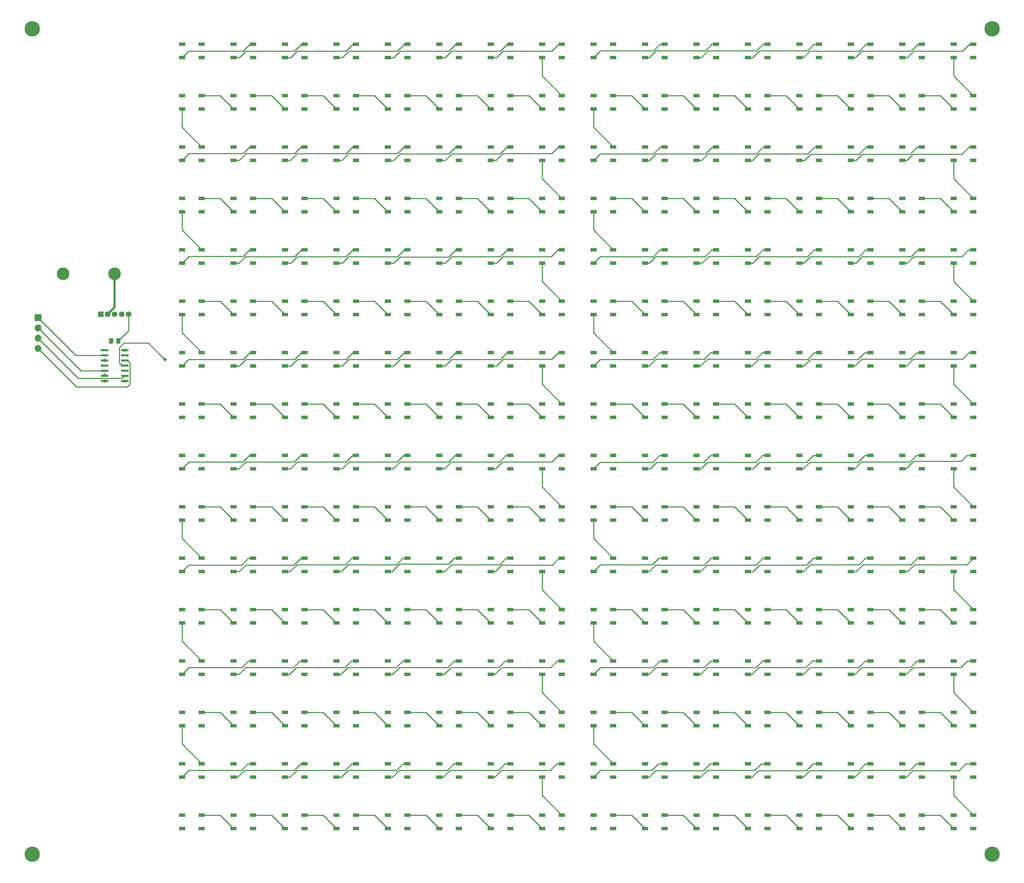
<source format=gbr>
%TF.GenerationSoftware,KiCad,Pcbnew,(7.0.0)*%
%TF.CreationDate,2023-07-17T21:56:26-06:00*%
%TF.ProjectId,led-matrix-v4,6c65642d-6d61-4747-9269-782d76342e6b,0*%
%TF.SameCoordinates,Original*%
%TF.FileFunction,Copper,L1,Top*%
%TF.FilePolarity,Positive*%
%FSLAX46Y46*%
G04 Gerber Fmt 4.6, Leading zero omitted, Abs format (unit mm)*
G04 Created by KiCad (PCBNEW (7.0.0)) date 2023-07-17 21:56:26*
%MOMM*%
%LPD*%
G01*
G04 APERTURE LIST*
G04 Aperture macros list*
%AMRoundRect*
0 Rectangle with rounded corners*
0 $1 Rounding radius*
0 $2 $3 $4 $5 $6 $7 $8 $9 X,Y pos of 4 corners*
0 Add a 4 corners polygon primitive as box body*
4,1,4,$2,$3,$4,$5,$6,$7,$8,$9,$2,$3,0*
0 Add four circle primitives for the rounded corners*
1,1,$1+$1,$2,$3*
1,1,$1+$1,$4,$5*
1,1,$1+$1,$6,$7*
1,1,$1+$1,$8,$9*
0 Add four rect primitives between the rounded corners*
20,1,$1+$1,$2,$3,$4,$5,0*
20,1,$1+$1,$4,$5,$6,$7,0*
20,1,$1+$1,$6,$7,$8,$9,0*
20,1,$1+$1,$8,$9,$2,$3,0*%
G04 Aperture macros list end*
%TA.AperFunction,SMDPad,CuDef*%
%ADD10R,1.500000X0.900000*%
%TD*%
%TA.AperFunction,ComponentPad*%
%ADD11R,1.422400X1.422400*%
%TD*%
%TA.AperFunction,ComponentPad*%
%ADD12C,1.422400*%
%TD*%
%TA.AperFunction,SMDPad,CuDef*%
%ADD13RoundRect,0.250000X-0.262500X-0.450000X0.262500X-0.450000X0.262500X0.450000X-0.262500X0.450000X0*%
%TD*%
%TA.AperFunction,ComponentPad*%
%ADD14R,1.700000X1.700000*%
%TD*%
%TA.AperFunction,ComponentPad*%
%ADD15O,1.700000X1.700000*%
%TD*%
%TA.AperFunction,ComponentPad*%
%ADD16C,3.800000*%
%TD*%
%TA.AperFunction,SMDPad,CuDef*%
%ADD17R,1.981200X0.558800*%
%TD*%
%TA.AperFunction,ComponentPad*%
%ADD18C,3.126000*%
%TD*%
%TA.AperFunction,ViaPad*%
%ADD19C,0.800000*%
%TD*%
%TA.AperFunction,Conductor*%
%ADD20C,0.250000*%
%TD*%
%TA.AperFunction,Conductor*%
%ADD21C,0.500000*%
%TD*%
G04 APERTURE END LIST*
D10*
%TO.P,D196,1,VDD*%
%TO.N,VDD*%
X220699999Y-150449999D03*
%TO.P,D196,2,DOUT*%
%TO.N,Net-(D196-DOUT)*%
X220699999Y-153749999D03*
%TO.P,D196,3,VSS*%
%TO.N,GND*%
X225599999Y-153749999D03*
%TO.P,D196,4,DIN*%
%TO.N,Net-(D195-DOUT)*%
X225599999Y-150449999D03*
%TD*%
%TO.P,D116,1,VDD*%
%TO.N,VDD*%
X119099999Y-226649999D03*
%TO.P,D116,2,DOUT*%
%TO.N,Net-(D116-DOUT)*%
X119099999Y-229949999D03*
%TO.P,D116,3,VSS*%
%TO.N,GND*%
X123999999Y-229949999D03*
%TO.P,D116,4,DIN*%
%TO.N,Net-(D115-DOUT)*%
X123999999Y-226649999D03*
%TD*%
%TO.P,D94,1,VDD*%
%TO.N,VDD*%
X106399999Y-188549999D03*
%TO.P,D94,2,DOUT*%
%TO.N,Net-(D94-DOUT)*%
X106399999Y-191849999D03*
%TO.P,D94,3,VSS*%
%TO.N,GND*%
X111299999Y-191849999D03*
%TO.P,D94,4,DIN*%
%TO.N,Net-(D93-DOUT)*%
X111299999Y-188549999D03*
%TD*%
%TO.P,D33,1,VDD*%
%TO.N,VDD*%
X80999999Y-99649999D03*
%TO.P,D33,2,DOUT*%
%TO.N,Net-(D33-DOUT)*%
X80999999Y-102949999D03*
%TO.P,D33,3,VSS*%
%TO.N,GND*%
X85899999Y-102949999D03*
%TO.P,D33,4,DIN*%
%TO.N,Net-(D32-DOUT)*%
X85899999Y-99649999D03*
%TD*%
%TO.P,D98,1,VDD*%
%TO.N,VDD*%
X93699999Y-201249999D03*
%TO.P,D98,2,DOUT*%
%TO.N,Net-(D98-DOUT)*%
X93699999Y-204549999D03*
%TO.P,D98,3,VSS*%
%TO.N,GND*%
X98599999Y-204549999D03*
%TO.P,D98,4,DIN*%
%TO.N,Net-(D97-DOUT)*%
X98599999Y-201249999D03*
%TD*%
%TO.P,D135,1,VDD*%
%TO.N,VDD*%
X258799999Y-48849999D03*
%TO.P,D135,2,DOUT*%
%TO.N,Net-(D135-DOUT)*%
X258799999Y-52149999D03*
%TO.P,D135,3,VSS*%
%TO.N,GND*%
X263699999Y-52149999D03*
%TO.P,D135,4,DIN*%
%TO.N,Net-(D134-DOUT)*%
X263699999Y-48849999D03*
%TD*%
%TO.P,D80,1,VDD*%
%TO.N,VDD*%
X80999999Y-163149999D03*
%TO.P,D80,2,DOUT*%
%TO.N,Net-(D80-DOUT)*%
X80999999Y-166449999D03*
%TO.P,D80,3,VSS*%
%TO.N,GND*%
X85899999Y-166449999D03*
%TO.P,D80,4,DIN*%
%TO.N,Net-(D79-DOUT)*%
X85899999Y-163149999D03*
%TD*%
%TO.P,D18,1,VDD*%
%TO.N,VDD*%
X93699999Y-74249999D03*
%TO.P,D18,2,DOUT*%
%TO.N,Net-(D18-DOUT)*%
X93699999Y-77549999D03*
%TO.P,D18,3,VSS*%
%TO.N,GND*%
X98599999Y-77549999D03*
%TO.P,D18,4,DIN*%
%TO.N,Net-(D17-DOUT)*%
X98599999Y-74249999D03*
%TD*%
%TO.P,D30,1,VDD*%
%TO.N,VDD*%
X106399999Y-86949999D03*
%TO.P,D30,2,DOUT*%
%TO.N,Net-(D30-DOUT)*%
X106399999Y-90249999D03*
%TO.P,D30,3,VSS*%
%TO.N,GND*%
X111299999Y-90249999D03*
%TO.P,D30,4,DIN*%
%TO.N,Net-(D29-DOUT)*%
X111299999Y-86949999D03*
%TD*%
%TO.P,D35,1,VDD*%
%TO.N,VDD*%
X106399999Y-99649999D03*
%TO.P,D35,2,DOUT*%
%TO.N,Net-(D35-DOUT)*%
X106399999Y-102949999D03*
%TO.P,D35,3,VSS*%
%TO.N,GND*%
X111299999Y-102949999D03*
%TO.P,D35,4,DIN*%
%TO.N,Net-(D34-DOUT)*%
X111299999Y-99649999D03*
%TD*%
%TO.P,D36,1,VDD*%
%TO.N,VDD*%
X119099999Y-99649999D03*
%TO.P,D36,2,DOUT*%
%TO.N,Net-(D36-DOUT)*%
X119099999Y-102949999D03*
%TO.P,D36,3,VSS*%
%TO.N,GND*%
X123999999Y-102949999D03*
%TO.P,D36,4,DIN*%
%TO.N,Net-(D35-DOUT)*%
X123999999Y-99649999D03*
%TD*%
%TO.P,D146,1,VDD*%
%TO.N,VDD*%
X195299999Y-74249999D03*
%TO.P,D146,2,DOUT*%
%TO.N,Net-(D146-DOUT)*%
X195299999Y-77549999D03*
%TO.P,D146,3,VSS*%
%TO.N,GND*%
X200199999Y-77549999D03*
%TO.P,D146,4,DIN*%
%TO.N,Net-(D145-DOUT)*%
X200199999Y-74249999D03*
%TD*%
%TO.P,D71,1,VDD*%
%TO.N,VDD*%
X157199999Y-150449999D03*
%TO.P,D71,2,DOUT*%
%TO.N,Net-(D71-DOUT)*%
X157199999Y-153749999D03*
%TO.P,D71,3,VSS*%
%TO.N,GND*%
X162099999Y-153749999D03*
%TO.P,D71,4,DIN*%
%TO.N,Net-(D70-DOUT)*%
X162099999Y-150449999D03*
%TD*%
%TO.P,D101,1,VDD*%
%TO.N,VDD*%
X131799999Y-201249999D03*
%TO.P,D101,2,DOUT*%
%TO.N,Net-(D101-DOUT)*%
X131799999Y-204549999D03*
%TO.P,D101,3,VSS*%
%TO.N,GND*%
X136699999Y-204549999D03*
%TO.P,D101,4,DIN*%
%TO.N,Net-(D100-DOUT)*%
X136699999Y-201249999D03*
%TD*%
%TO.P,D256,1,VDD*%
%TO.N,VDD*%
X182599999Y-239349999D03*
%TO.P,D256,2,DOUT*%
%TO.N,unconnected-(D256-DOUT-Pad2)*%
X182599999Y-242649999D03*
%TO.P,D256,3,VSS*%
%TO.N,GND*%
X187499999Y-242649999D03*
%TO.P,D256,4,DIN*%
%TO.N,Net-(D255-DOUT)*%
X187499999Y-239349999D03*
%TD*%
%TO.P,D244,1,VDD*%
%TO.N,VDD*%
X220699999Y-226649999D03*
%TO.P,D244,2,DOUT*%
%TO.N,Net-(D244-DOUT)*%
X220699999Y-229949999D03*
%TO.P,D244,3,VSS*%
%TO.N,GND*%
X225599999Y-229949999D03*
%TO.P,D244,4,DIN*%
%TO.N,Net-(D243-DOUT)*%
X225599999Y-226649999D03*
%TD*%
D11*
%TO.P,PS1,1,REMOTE_ON/OFF_CTRL*%
%TO.N,unconnected-(PS1-REMOTE_ON{slash}OFF_CTRL-Pad1)*%
X60999999Y-115524999D03*
D12*
%TO.P,PS1,2,+VIN*%
%TO.N,Net-(PS1-+VIN)*%
X62700000Y-115525000D03*
%TO.P,PS1,3,GND*%
%TO.N,GND*%
X64400000Y-115525000D03*
%TO.P,PS1,4,+VOUT*%
%TO.N,VDD*%
X66100000Y-115525000D03*
%TO.P,PS1,5,OUTPUT_TRIM*%
%TO.N,Net-(PS1-OUTPUT_TRIM)*%
X67800000Y-115525000D03*
%TD*%
D10*
%TO.P,D56,1,VDD*%
%TO.N,VDD*%
X169899999Y-125049999D03*
%TO.P,D56,2,DOUT*%
%TO.N,Net-(D56-DOUT)*%
X169899999Y-128349999D03*
%TO.P,D56,3,VSS*%
%TO.N,GND*%
X174799999Y-128349999D03*
%TO.P,D56,4,DIN*%
%TO.N,Net-(D55-DOUT)*%
X174799999Y-125049999D03*
%TD*%
%TO.P,D208,1,VDD*%
%TO.N,VDD*%
X182599999Y-163149999D03*
%TO.P,D208,2,DOUT*%
%TO.N,Net-(D208-DOUT)*%
X182599999Y-166449999D03*
%TO.P,D208,3,VSS*%
%TO.N,GND*%
X187499999Y-166449999D03*
%TO.P,D208,4,DIN*%
%TO.N,Net-(D207-DOUT)*%
X187499999Y-163149999D03*
%TD*%
%TO.P,D239,1,VDD*%
%TO.N,VDD*%
X195299999Y-213949999D03*
%TO.P,D239,2,DOUT*%
%TO.N,Net-(D239-DOUT)*%
X195299999Y-217249999D03*
%TO.P,D239,3,VSS*%
%TO.N,GND*%
X200199999Y-217249999D03*
%TO.P,D239,4,DIN*%
%TO.N,Net-(D238-DOUT)*%
X200199999Y-213949999D03*
%TD*%
%TO.P,D227,1,VDD*%
%TO.N,VDD*%
X207999999Y-201249999D03*
%TO.P,D227,2,DOUT*%
%TO.N,Net-(D227-DOUT)*%
X207999999Y-204549999D03*
%TO.P,D227,3,VSS*%
%TO.N,GND*%
X212899999Y-204549999D03*
%TO.P,D227,4,DIN*%
%TO.N,Net-(D226-DOUT)*%
X212899999Y-201249999D03*
%TD*%
D13*
%TO.P,R1,1*%
%TO.N,GND*%
X63487500Y-122125000D03*
%TO.P,R1,2*%
%TO.N,Net-(PS1-OUTPUT_TRIM)*%
X65312500Y-122125000D03*
%TD*%
D10*
%TO.P,D138,1,VDD*%
%TO.N,VDD*%
X258799999Y-61549999D03*
%TO.P,D138,2,DOUT*%
%TO.N,Net-(D138-DOUT)*%
X258799999Y-64849999D03*
%TO.P,D138,3,VSS*%
%TO.N,GND*%
X263699999Y-64849999D03*
%TO.P,D138,4,DIN*%
%TO.N,Net-(D137-DOUT)*%
X263699999Y-61549999D03*
%TD*%
%TO.P,D82,1,VDD*%
%TO.N,VDD*%
X93699999Y-175849999D03*
%TO.P,D82,2,DOUT*%
%TO.N,Net-(D82-DOUT)*%
X93699999Y-179149999D03*
%TO.P,D82,3,VSS*%
%TO.N,GND*%
X98599999Y-179149999D03*
%TO.P,D82,4,DIN*%
%TO.N,Net-(D81-DOUT)*%
X98599999Y-175849999D03*
%TD*%
%TO.P,D172,1,VDD*%
%TO.N,VDD*%
X233399999Y-112349999D03*
%TO.P,D172,2,DOUT*%
%TO.N,Net-(D172-DOUT)*%
X233399999Y-115649999D03*
%TO.P,D172,3,VSS*%
%TO.N,GND*%
X238299999Y-115649999D03*
%TO.P,D172,4,DIN*%
%TO.N,Net-(D171-DOUT)*%
X238299999Y-112349999D03*
%TD*%
%TO.P,D207,1,VDD*%
%TO.N,VDD*%
X195299999Y-163149999D03*
%TO.P,D207,2,DOUT*%
%TO.N,Net-(D207-DOUT)*%
X195299999Y-166449999D03*
%TO.P,D207,3,VSS*%
%TO.N,GND*%
X200199999Y-166449999D03*
%TO.P,D207,4,DIN*%
%TO.N,Net-(D206-DOUT)*%
X200199999Y-163149999D03*
%TD*%
%TO.P,D235,1,VDD*%
%TO.N,VDD*%
X246099999Y-213949999D03*
%TO.P,D235,2,DOUT*%
%TO.N,Net-(D235-DOUT)*%
X246099999Y-217249999D03*
%TO.P,D235,3,VSS*%
%TO.N,GND*%
X250999999Y-217249999D03*
%TO.P,D235,4,DIN*%
%TO.N,Net-(D234-DOUT)*%
X250999999Y-213949999D03*
%TD*%
%TO.P,D174,1,VDD*%
%TO.N,VDD*%
X207999999Y-112349999D03*
%TO.P,D174,2,DOUT*%
%TO.N,Net-(D174-DOUT)*%
X207999999Y-115649999D03*
%TO.P,D174,3,VSS*%
%TO.N,GND*%
X212899999Y-115649999D03*
%TO.P,D174,4,DIN*%
%TO.N,Net-(D173-DOUT)*%
X212899999Y-112349999D03*
%TD*%
%TO.P,D151,1,VDD*%
%TO.N,VDD*%
X258799999Y-74249999D03*
%TO.P,D151,2,DOUT*%
%TO.N,Net-(D151-DOUT)*%
X258799999Y-77549999D03*
%TO.P,D151,3,VSS*%
%TO.N,GND*%
X263699999Y-77549999D03*
%TO.P,D151,4,DIN*%
%TO.N,Net-(D150-DOUT)*%
X263699999Y-74249999D03*
%TD*%
%TO.P,D199,1,VDD*%
%TO.N,VDD*%
X258799999Y-150449999D03*
%TO.P,D199,2,DOUT*%
%TO.N,Net-(D199-DOUT)*%
X258799999Y-153749999D03*
%TO.P,D199,3,VSS*%
%TO.N,GND*%
X263699999Y-153749999D03*
%TO.P,D199,4,DIN*%
%TO.N,Net-(D198-DOUT)*%
X263699999Y-150449999D03*
%TD*%
%TO.P,D25,1,VDD*%
%TO.N,VDD*%
X169899999Y-86949999D03*
%TO.P,D25,2,DOUT*%
%TO.N,Net-(D25-DOUT)*%
X169899999Y-90249999D03*
%TO.P,D25,3,VSS*%
%TO.N,GND*%
X174799999Y-90249999D03*
%TO.P,D25,4,DIN*%
%TO.N,Net-(D24-DOUT)*%
X174799999Y-86949999D03*
%TD*%
%TO.P,D216,1,VDD*%
%TO.N,VDD*%
X271499999Y-175849999D03*
%TO.P,D216,2,DOUT*%
%TO.N,Net-(D216-DOUT)*%
X271499999Y-179149999D03*
%TO.P,D216,3,VSS*%
%TO.N,GND*%
X276399999Y-179149999D03*
%TO.P,D216,4,DIN*%
%TO.N,Net-(D215-DOUT)*%
X276399999Y-175849999D03*
%TD*%
%TO.P,D96,1,VDD*%
%TO.N,VDD*%
X80999999Y-188549999D03*
%TO.P,D96,2,DOUT*%
%TO.N,Net-(D96-DOUT)*%
X80999999Y-191849999D03*
%TO.P,D96,3,VSS*%
%TO.N,GND*%
X85899999Y-191849999D03*
%TO.P,D96,4,DIN*%
%TO.N,Net-(D95-DOUT)*%
X85899999Y-188549999D03*
%TD*%
%TO.P,D220,1,VDD*%
%TO.N,VDD*%
X233399999Y-188549999D03*
%TO.P,D220,2,DOUT*%
%TO.N,Net-(D220-DOUT)*%
X233399999Y-191849999D03*
%TO.P,D220,3,VSS*%
%TO.N,GND*%
X238299999Y-191849999D03*
%TO.P,D220,4,DIN*%
%TO.N,Net-(D219-DOUT)*%
X238299999Y-188549999D03*
%TD*%
%TO.P,D189,1,VDD*%
%TO.N,VDD*%
X220699999Y-137749999D03*
%TO.P,D189,2,DOUT*%
%TO.N,Net-(D189-DOUT)*%
X220699999Y-141049999D03*
%TO.P,D189,3,VSS*%
%TO.N,GND*%
X225599999Y-141049999D03*
%TO.P,D189,4,DIN*%
%TO.N,Net-(D188-DOUT)*%
X225599999Y-137749999D03*
%TD*%
%TO.P,D45,1,VDD*%
%TO.N,VDD*%
X119099999Y-112349999D03*
%TO.P,D45,2,DOUT*%
%TO.N,Net-(D45-DOUT)*%
X119099999Y-115649999D03*
%TO.P,D45,3,VSS*%
%TO.N,GND*%
X123999999Y-115649999D03*
%TO.P,D45,4,DIN*%
%TO.N,Net-(D44-DOUT)*%
X123999999Y-112349999D03*
%TD*%
%TO.P,D43,1,VDD*%
%TO.N,VDD*%
X144499999Y-112349999D03*
%TO.P,D43,2,DOUT*%
%TO.N,Net-(D43-DOUT)*%
X144499999Y-115649999D03*
%TO.P,D43,3,VSS*%
%TO.N,GND*%
X149399999Y-115649999D03*
%TO.P,D43,4,DIN*%
%TO.N,Net-(D42-DOUT)*%
X149399999Y-112349999D03*
%TD*%
%TO.P,D140,1,VDD*%
%TO.N,VDD*%
X233399999Y-61549999D03*
%TO.P,D140,2,DOUT*%
%TO.N,Net-(D140-DOUT)*%
X233399999Y-64849999D03*
%TO.P,D140,3,VSS*%
%TO.N,GND*%
X238299999Y-64849999D03*
%TO.P,D140,4,DIN*%
%TO.N,Net-(D139-DOUT)*%
X238299999Y-61549999D03*
%TD*%
%TO.P,D134,1,VDD*%
%TO.N,VDD*%
X246099999Y-48849999D03*
%TO.P,D134,2,DOUT*%
%TO.N,Net-(D134-DOUT)*%
X246099999Y-52149999D03*
%TO.P,D134,3,VSS*%
%TO.N,GND*%
X250999999Y-52149999D03*
%TO.P,D134,4,DIN*%
%TO.N,Net-(D133-DOUT)*%
X250999999Y-48849999D03*
%TD*%
%TO.P,D249,1,VDD*%
%TO.N,VDD*%
X271499999Y-239349999D03*
%TO.P,D249,2,DOUT*%
%TO.N,Net-(D249-DOUT)*%
X271499999Y-242649999D03*
%TO.P,D249,3,VSS*%
%TO.N,GND*%
X276399999Y-242649999D03*
%TO.P,D249,4,DIN*%
%TO.N,Net-(D248-DOUT)*%
X276399999Y-239349999D03*
%TD*%
%TO.P,D85,1,VDD*%
%TO.N,VDD*%
X131799999Y-175849999D03*
%TO.P,D85,2,DOUT*%
%TO.N,Net-(D85-DOUT)*%
X131799999Y-179149999D03*
%TO.P,D85,3,VSS*%
%TO.N,GND*%
X136699999Y-179149999D03*
%TO.P,D85,4,DIN*%
%TO.N,Net-(D84-DOUT)*%
X136699999Y-175849999D03*
%TD*%
%TO.P,D240,1,VDD*%
%TO.N,VDD*%
X182599999Y-213949999D03*
%TO.P,D240,2,DOUT*%
%TO.N,Net-(D240-DOUT)*%
X182599999Y-217249999D03*
%TO.P,D240,3,VSS*%
%TO.N,GND*%
X187499999Y-217249999D03*
%TO.P,D240,4,DIN*%
%TO.N,Net-(D239-DOUT)*%
X187499999Y-213949999D03*
%TD*%
%TO.P,D90,1,VDD*%
%TO.N,VDD*%
X157199999Y-188549999D03*
%TO.P,D90,2,DOUT*%
%TO.N,Net-(D90-DOUT)*%
X157199999Y-191849999D03*
%TO.P,D90,3,VSS*%
%TO.N,GND*%
X162099999Y-191849999D03*
%TO.P,D90,4,DIN*%
%TO.N,Net-(D89-DOUT)*%
X162099999Y-188549999D03*
%TD*%
%TO.P,D2,1,VDD*%
%TO.N,VDD*%
X93699999Y-48849999D03*
%TO.P,D2,2,DOUT*%
%TO.N,Net-(D2-DOUT)*%
X93699999Y-52149999D03*
%TO.P,D2,3,VSS*%
%TO.N,GND*%
X98599999Y-52149999D03*
%TO.P,D2,4,DIN*%
%TO.N,Net-(D1-DOUT)*%
X98599999Y-48849999D03*
%TD*%
D14*
%TO.P,J1,1,Pin_1*%
%TO.N,Net-(J1-Pin_1)*%
X45499999Y-116399999D03*
D15*
%TO.P,J1,2,Pin_2*%
%TO.N,Net-(J1-Pin_2)*%
X45499999Y-118939999D03*
%TO.P,J1,3,Pin_3*%
%TO.N,Net-(J1-Pin_3)*%
X45499999Y-121479999D03*
%TO.P,J1,4,Pin_4*%
%TO.N,Net-(J1-Pin_4)*%
X45499999Y-124019999D03*
%TD*%
D10*
%TO.P,D111,1,VDD*%
%TO.N,VDD*%
X93699999Y-213949999D03*
%TO.P,D111,2,DOUT*%
%TO.N,Net-(D111-DOUT)*%
X93699999Y-217249999D03*
%TO.P,D111,3,VSS*%
%TO.N,GND*%
X98599999Y-217249999D03*
%TO.P,D111,4,DIN*%
%TO.N,Net-(D110-DOUT)*%
X98599999Y-213949999D03*
%TD*%
%TO.P,D170,1,VDD*%
%TO.N,VDD*%
X258799999Y-112349999D03*
%TO.P,D170,2,DOUT*%
%TO.N,Net-(D170-DOUT)*%
X258799999Y-115649999D03*
%TO.P,D170,3,VSS*%
%TO.N,GND*%
X263699999Y-115649999D03*
%TO.P,D170,4,DIN*%
%TO.N,Net-(D169-DOUT)*%
X263699999Y-112349999D03*
%TD*%
%TO.P,D39,1,VDD*%
%TO.N,VDD*%
X157199999Y-99649999D03*
%TO.P,D39,2,DOUT*%
%TO.N,Net-(D39-DOUT)*%
X157199999Y-102949999D03*
%TO.P,D39,3,VSS*%
%TO.N,GND*%
X162099999Y-102949999D03*
%TO.P,D39,4,DIN*%
%TO.N,Net-(D38-DOUT)*%
X162099999Y-99649999D03*
%TD*%
%TO.P,D27,1,VDD*%
%TO.N,VDD*%
X144499999Y-86949999D03*
%TO.P,D27,2,DOUT*%
%TO.N,Net-(D27-DOUT)*%
X144499999Y-90249999D03*
%TO.P,D27,3,VSS*%
%TO.N,GND*%
X149399999Y-90249999D03*
%TO.P,D27,4,DIN*%
%TO.N,Net-(D26-DOUT)*%
X149399999Y-86949999D03*
%TD*%
D16*
%TO.P,REF\u002A\u002A,1*%
%TO.N,GND*%
X44000000Y-45000000D03*
%TD*%
D10*
%TO.P,D42,1,VDD*%
%TO.N,VDD*%
X157199999Y-112349999D03*
%TO.P,D42,2,DOUT*%
%TO.N,Net-(D42-DOUT)*%
X157199999Y-115649999D03*
%TO.P,D42,3,VSS*%
%TO.N,GND*%
X162099999Y-115649999D03*
%TO.P,D42,4,DIN*%
%TO.N,Net-(D41-DOUT)*%
X162099999Y-112349999D03*
%TD*%
%TO.P,D75,1,VDD*%
%TO.N,VDD*%
X144499999Y-163149999D03*
%TO.P,D75,2,DOUT*%
%TO.N,Net-(D75-DOUT)*%
X144499999Y-166449999D03*
%TO.P,D75,3,VSS*%
%TO.N,GND*%
X149399999Y-166449999D03*
%TO.P,D75,4,DIN*%
%TO.N,Net-(D74-DOUT)*%
X149399999Y-163149999D03*
%TD*%
%TO.P,D28,1,VDD*%
%TO.N,VDD*%
X131799999Y-86949999D03*
%TO.P,D28,2,DOUT*%
%TO.N,Net-(D28-DOUT)*%
X131799999Y-90249999D03*
%TO.P,D28,3,VSS*%
%TO.N,GND*%
X136699999Y-90249999D03*
%TO.P,D28,4,DIN*%
%TO.N,Net-(D27-DOUT)*%
X136699999Y-86949999D03*
%TD*%
%TO.P,D76,1,VDD*%
%TO.N,VDD*%
X131799999Y-163149999D03*
%TO.P,D76,2,DOUT*%
%TO.N,Net-(D76-DOUT)*%
X131799999Y-166449999D03*
%TO.P,D76,3,VSS*%
%TO.N,GND*%
X136699999Y-166449999D03*
%TO.P,D76,4,DIN*%
%TO.N,Net-(D75-DOUT)*%
X136699999Y-163149999D03*
%TD*%
%TO.P,D123,1,VDD*%
%TO.N,VDD*%
X144499999Y-239349999D03*
%TO.P,D123,2,DOUT*%
%TO.N,Net-(D123-DOUT)*%
X144499999Y-242649999D03*
%TO.P,D123,3,VSS*%
%TO.N,GND*%
X149399999Y-242649999D03*
%TO.P,D123,4,DIN*%
%TO.N,Net-(D122-DOUT)*%
X149399999Y-239349999D03*
%TD*%
D16*
%TO.P,REF\u002A\u002A,1*%
%TO.N,GND*%
X44000000Y-249000000D03*
%TD*%
D10*
%TO.P,D37,1,VDD*%
%TO.N,VDD*%
X131799999Y-99649999D03*
%TO.P,D37,2,DOUT*%
%TO.N,Net-(D37-DOUT)*%
X131799999Y-102949999D03*
%TO.P,D37,3,VSS*%
%TO.N,GND*%
X136699999Y-102949999D03*
%TO.P,D37,4,DIN*%
%TO.N,Net-(D36-DOUT)*%
X136699999Y-99649999D03*
%TD*%
%TO.P,D54,1,VDD*%
%TO.N,VDD*%
X144499999Y-125049999D03*
%TO.P,D54,2,DOUT*%
%TO.N,Net-(D54-DOUT)*%
X144499999Y-128349999D03*
%TO.P,D54,3,VSS*%
%TO.N,GND*%
X149399999Y-128349999D03*
%TO.P,D54,4,DIN*%
%TO.N,Net-(D53-DOUT)*%
X149399999Y-125049999D03*
%TD*%
%TO.P,D78,1,VDD*%
%TO.N,VDD*%
X106399999Y-163149999D03*
%TO.P,D78,2,DOUT*%
%TO.N,Net-(D78-DOUT)*%
X106399999Y-166449999D03*
%TO.P,D78,3,VSS*%
%TO.N,GND*%
X111299999Y-166449999D03*
%TO.P,D78,4,DIN*%
%TO.N,Net-(D77-DOUT)*%
X111299999Y-163149999D03*
%TD*%
%TO.P,D3,1,VDD*%
%TO.N,VDD*%
X106399999Y-48849999D03*
%TO.P,D3,2,DOUT*%
%TO.N,Net-(D3-DOUT)*%
X106399999Y-52149999D03*
%TO.P,D3,3,VSS*%
%TO.N,GND*%
X111299999Y-52149999D03*
%TO.P,D3,4,DIN*%
%TO.N,Net-(D2-DOUT)*%
X111299999Y-48849999D03*
%TD*%
%TO.P,D9,1,VDD*%
%TO.N,VDD*%
X169899999Y-61549999D03*
%TO.P,D9,2,DOUT*%
%TO.N,Net-(D10-DIN)*%
X169899999Y-64849999D03*
%TO.P,D9,3,VSS*%
%TO.N,GND*%
X174799999Y-64849999D03*
%TO.P,D9,4,DIN*%
%TO.N,Net-(D8-DOUT)*%
X174799999Y-61549999D03*
%TD*%
%TO.P,D163,1,VDD*%
%TO.N,VDD*%
X207999999Y-99649999D03*
%TO.P,D163,2,DOUT*%
%TO.N,Net-(D163-DOUT)*%
X207999999Y-102949999D03*
%TO.P,D163,3,VSS*%
%TO.N,GND*%
X212899999Y-102949999D03*
%TO.P,D163,4,DIN*%
%TO.N,Net-(D162-DOUT)*%
X212899999Y-99649999D03*
%TD*%
%TO.P,D183,1,VDD*%
%TO.N,VDD*%
X258799999Y-125049999D03*
%TO.P,D183,2,DOUT*%
%TO.N,Net-(D183-DOUT)*%
X258799999Y-128349999D03*
%TO.P,D183,3,VSS*%
%TO.N,GND*%
X263699999Y-128349999D03*
%TO.P,D183,4,DIN*%
%TO.N,Net-(D182-DOUT)*%
X263699999Y-125049999D03*
%TD*%
%TO.P,D126,1,VDD*%
%TO.N,VDD*%
X106399999Y-239349999D03*
%TO.P,D126,2,DOUT*%
%TO.N,Net-(D126-DOUT)*%
X106399999Y-242649999D03*
%TO.P,D126,3,VSS*%
%TO.N,GND*%
X111299999Y-242649999D03*
%TO.P,D126,4,DIN*%
%TO.N,Net-(D125-DOUT)*%
X111299999Y-239349999D03*
%TD*%
D17*
%TO.P,U1,1,\u002A1OE*%
%TO.N,unconnected-(U1-\u002A1OE-Pad1)*%
X61936199Y-124414999D03*
%TO.P,U1,2,1A*%
%TO.N,Net-(J1-Pin_1)*%
X61936199Y-125684999D03*
%TO.P,U1,3,1Y*%
%TO.N,Net-(D1-DIN)*%
X61936199Y-126954999D03*
%TO.P,U1,4,\u002A2OE*%
%TO.N,unconnected-(U1-\u002A2OE-Pad4)*%
X61936199Y-128224999D03*
%TO.P,U1,5,2A*%
%TO.N,Net-(J1-Pin_2)*%
X61936199Y-129494999D03*
%TO.P,U1,6,2Y*%
%TO.N,Net-(D65-DIN)*%
X61936199Y-130764999D03*
%TO.P,U1,7,GND*%
%TO.N,GND*%
X61936199Y-132034999D03*
%TO.P,U1,8,3Y*%
%TO.N,Net-(D129-DIN)*%
X66863799Y-132034999D03*
%TO.P,U1,9,3A*%
%TO.N,Net-(J1-Pin_3)*%
X66863799Y-130764999D03*
%TO.P,U1,10,\u002A3OE*%
%TO.N,unconnected-(U1-\u002A3OE-Pad10)*%
X66863799Y-129494999D03*
%TO.P,U1,11,4Y*%
%TO.N,Net-(D193-DIN)*%
X66863799Y-128224999D03*
%TO.P,U1,12,4A*%
%TO.N,Net-(J1-Pin_4)*%
X66863799Y-126954999D03*
%TO.P,U1,13,\u002A4OE*%
%TO.N,unconnected-(U1-\u002A4OE-Pad13)*%
X66863799Y-125684999D03*
%TO.P,U1,14,VCC*%
%TO.N,VDD*%
X66863799Y-124414999D03*
%TD*%
D10*
%TO.P,D93,1,VDD*%
%TO.N,VDD*%
X119099999Y-188549999D03*
%TO.P,D93,2,DOUT*%
%TO.N,Net-(D93-DOUT)*%
X119099999Y-191849999D03*
%TO.P,D93,3,VSS*%
%TO.N,GND*%
X123999999Y-191849999D03*
%TO.P,D93,4,DIN*%
%TO.N,Net-(D92-DOUT)*%
X123999999Y-188549999D03*
%TD*%
%TO.P,D198,1,VDD*%
%TO.N,VDD*%
X246099999Y-150449999D03*
%TO.P,D198,2,DOUT*%
%TO.N,Net-(D198-DOUT)*%
X246099999Y-153749999D03*
%TO.P,D198,3,VSS*%
%TO.N,GND*%
X250999999Y-153749999D03*
%TO.P,D198,4,DIN*%
%TO.N,Net-(D197-DOUT)*%
X250999999Y-150449999D03*
%TD*%
%TO.P,D219,1,VDD*%
%TO.N,VDD*%
X246099999Y-188549999D03*
%TO.P,D219,2,DOUT*%
%TO.N,Net-(D219-DOUT)*%
X246099999Y-191849999D03*
%TO.P,D219,3,VSS*%
%TO.N,GND*%
X250999999Y-191849999D03*
%TO.P,D219,4,DIN*%
%TO.N,Net-(D218-DOUT)*%
X250999999Y-188549999D03*
%TD*%
%TO.P,D171,1,VDD*%
%TO.N,VDD*%
X246099999Y-112349999D03*
%TO.P,D171,2,DOUT*%
%TO.N,Net-(D171-DOUT)*%
X246099999Y-115649999D03*
%TO.P,D171,3,VSS*%
%TO.N,GND*%
X250999999Y-115649999D03*
%TO.P,D171,4,DIN*%
%TO.N,Net-(D170-DOUT)*%
X250999999Y-112349999D03*
%TD*%
%TO.P,D103,1,VDD*%
%TO.N,VDD*%
X157199999Y-201249999D03*
%TO.P,D103,2,DOUT*%
%TO.N,Net-(D103-DOUT)*%
X157199999Y-204549999D03*
%TO.P,D103,3,VSS*%
%TO.N,GND*%
X162099999Y-204549999D03*
%TO.P,D103,4,DIN*%
%TO.N,Net-(D102-DOUT)*%
X162099999Y-201249999D03*
%TD*%
%TO.P,D180,1,VDD*%
%TO.N,VDD*%
X220699999Y-125049999D03*
%TO.P,D180,2,DOUT*%
%TO.N,Net-(D180-DOUT)*%
X220699999Y-128349999D03*
%TO.P,D180,3,VSS*%
%TO.N,GND*%
X225599999Y-128349999D03*
%TO.P,D180,4,DIN*%
%TO.N,Net-(D179-DOUT)*%
X225599999Y-125049999D03*
%TD*%
%TO.P,D229,1,VDD*%
%TO.N,VDD*%
X233399999Y-201249999D03*
%TO.P,D229,2,DOUT*%
%TO.N,Net-(D229-DOUT)*%
X233399999Y-204549999D03*
%TO.P,D229,3,VSS*%
%TO.N,GND*%
X238299999Y-204549999D03*
%TO.P,D229,4,DIN*%
%TO.N,Net-(D228-DOUT)*%
X238299999Y-201249999D03*
%TD*%
%TO.P,D79,1,VDD*%
%TO.N,VDD*%
X93699999Y-163149999D03*
%TO.P,D79,2,DOUT*%
%TO.N,Net-(D79-DOUT)*%
X93699999Y-166449999D03*
%TO.P,D79,3,VSS*%
%TO.N,GND*%
X98599999Y-166449999D03*
%TO.P,D79,4,DIN*%
%TO.N,Net-(D78-DOUT)*%
X98599999Y-163149999D03*
%TD*%
%TO.P,D20,1,VDD*%
%TO.N,VDD*%
X119099999Y-74249999D03*
%TO.P,D20,2,DOUT*%
%TO.N,Net-(D20-DOUT)*%
X119099999Y-77549999D03*
%TO.P,D20,3,VSS*%
%TO.N,GND*%
X123999999Y-77549999D03*
%TO.P,D20,4,DIN*%
%TO.N,Net-(D19-DOUT)*%
X123999999Y-74249999D03*
%TD*%
%TO.P,D141,1,VDD*%
%TO.N,VDD*%
X220699999Y-61549999D03*
%TO.P,D141,2,DOUT*%
%TO.N,Net-(D141-DOUT)*%
X220699999Y-64849999D03*
%TO.P,D141,3,VSS*%
%TO.N,GND*%
X225599999Y-64849999D03*
%TO.P,D141,4,DIN*%
%TO.N,Net-(D140-DOUT)*%
X225599999Y-61549999D03*
%TD*%
%TO.P,D186,1,VDD*%
%TO.N,VDD*%
X258799999Y-137749999D03*
%TO.P,D186,2,DOUT*%
%TO.N,Net-(D186-DOUT)*%
X258799999Y-141049999D03*
%TO.P,D186,3,VSS*%
%TO.N,GND*%
X263699999Y-141049999D03*
%TO.P,D186,4,DIN*%
%TO.N,Net-(D185-DOUT)*%
X263699999Y-137749999D03*
%TD*%
%TO.P,D12,1,VDD*%
%TO.N,VDD*%
X131799999Y-61549999D03*
%TO.P,D12,2,DOUT*%
%TO.N,Net-(D12-DOUT)*%
X131799999Y-64849999D03*
%TO.P,D12,3,VSS*%
%TO.N,GND*%
X136699999Y-64849999D03*
%TO.P,D12,4,DIN*%
%TO.N,Net-(D11-DOUT)*%
X136699999Y-61549999D03*
%TD*%
%TO.P,D124,1,VDD*%
%TO.N,VDD*%
X131799999Y-239349999D03*
%TO.P,D124,2,DOUT*%
%TO.N,Net-(D124-DOUT)*%
X131799999Y-242649999D03*
%TO.P,D124,3,VSS*%
%TO.N,GND*%
X136699999Y-242649999D03*
%TO.P,D124,4,DIN*%
%TO.N,Net-(D123-DOUT)*%
X136699999Y-239349999D03*
%TD*%
%TO.P,D218,1,VDD*%
%TO.N,VDD*%
X258799999Y-188549999D03*
%TO.P,D218,2,DOUT*%
%TO.N,Net-(D218-DOUT)*%
X258799999Y-191849999D03*
%TO.P,D218,3,VSS*%
%TO.N,GND*%
X263699999Y-191849999D03*
%TO.P,D218,4,DIN*%
%TO.N,Net-(D217-DOUT)*%
X263699999Y-188549999D03*
%TD*%
%TO.P,D4,1,VDD*%
%TO.N,VDD*%
X119099999Y-48849999D03*
%TO.P,D4,2,DOUT*%
%TO.N,Net-(D4-DOUT)*%
X119099999Y-52149999D03*
%TO.P,D4,3,VSS*%
%TO.N,GND*%
X123999999Y-52149999D03*
%TO.P,D4,4,DIN*%
%TO.N,Net-(D3-DOUT)*%
X123999999Y-48849999D03*
%TD*%
%TO.P,D122,1,VDD*%
%TO.N,VDD*%
X157199999Y-239349999D03*
%TO.P,D122,2,DOUT*%
%TO.N,Net-(D122-DOUT)*%
X157199999Y-242649999D03*
%TO.P,D122,3,VSS*%
%TO.N,GND*%
X162099999Y-242649999D03*
%TO.P,D122,4,DIN*%
%TO.N,Net-(D121-DOUT)*%
X162099999Y-239349999D03*
%TD*%
%TO.P,D222,1,VDD*%
%TO.N,VDD*%
X207999999Y-188549999D03*
%TO.P,D222,2,DOUT*%
%TO.N,Net-(D222-DOUT)*%
X207999999Y-191849999D03*
%TO.P,D222,3,VSS*%
%TO.N,GND*%
X212899999Y-191849999D03*
%TO.P,D222,4,DIN*%
%TO.N,Net-(D221-DOUT)*%
X212899999Y-188549999D03*
%TD*%
%TO.P,D137,1,VDD*%
%TO.N,VDD*%
X271499999Y-61549999D03*
%TO.P,D137,2,DOUT*%
%TO.N,Net-(D137-DOUT)*%
X271499999Y-64849999D03*
%TO.P,D137,3,VSS*%
%TO.N,GND*%
X276399999Y-64849999D03*
%TO.P,D137,4,DIN*%
%TO.N,Net-(D136-DOUT)*%
X276399999Y-61549999D03*
%TD*%
%TO.P,D190,1,VDD*%
%TO.N,VDD*%
X207999999Y-137749999D03*
%TO.P,D190,2,DOUT*%
%TO.N,Net-(D190-DOUT)*%
X207999999Y-141049999D03*
%TO.P,D190,3,VSS*%
%TO.N,GND*%
X212899999Y-141049999D03*
%TO.P,D190,4,DIN*%
%TO.N,Net-(D189-DOUT)*%
X212899999Y-137749999D03*
%TD*%
%TO.P,D234,1,VDD*%
%TO.N,VDD*%
X258799999Y-213949999D03*
%TO.P,D234,2,DOUT*%
%TO.N,Net-(D234-DOUT)*%
X258799999Y-217249999D03*
%TO.P,D234,3,VSS*%
%TO.N,GND*%
X263699999Y-217249999D03*
%TO.P,D234,4,DIN*%
%TO.N,Net-(D233-DOUT)*%
X263699999Y-213949999D03*
%TD*%
%TO.P,D165,1,VDD*%
%TO.N,VDD*%
X233399999Y-99649999D03*
%TO.P,D165,2,DOUT*%
%TO.N,Net-(D165-DOUT)*%
X233399999Y-102949999D03*
%TO.P,D165,3,VSS*%
%TO.N,GND*%
X238299999Y-102949999D03*
%TO.P,D165,4,DIN*%
%TO.N,Net-(D164-DOUT)*%
X238299999Y-99649999D03*
%TD*%
%TO.P,D13,1,VDD*%
%TO.N,VDD*%
X119099999Y-61549999D03*
%TO.P,D13,2,DOUT*%
%TO.N,Net-(D13-DOUT)*%
X119099999Y-64849999D03*
%TO.P,D13,3,VSS*%
%TO.N,GND*%
X123999999Y-64849999D03*
%TO.P,D13,4,DIN*%
%TO.N,Net-(D12-DOUT)*%
X123999999Y-61549999D03*
%TD*%
%TO.P,D117,1,VDD*%
%TO.N,VDD*%
X131799999Y-226649999D03*
%TO.P,D117,2,DOUT*%
%TO.N,Net-(D117-DOUT)*%
X131799999Y-229949999D03*
%TO.P,D117,3,VSS*%
%TO.N,GND*%
X136699999Y-229949999D03*
%TO.P,D117,4,DIN*%
%TO.N,Net-(D116-DOUT)*%
X136699999Y-226649999D03*
%TD*%
%TO.P,D133,1,VDD*%
%TO.N,VDD*%
X233399999Y-48849999D03*
%TO.P,D133,2,DOUT*%
%TO.N,Net-(D133-DOUT)*%
X233399999Y-52149999D03*
%TO.P,D133,3,VSS*%
%TO.N,GND*%
X238299999Y-52149999D03*
%TO.P,D133,4,DIN*%
%TO.N,Net-(D132-DOUT)*%
X238299999Y-48849999D03*
%TD*%
%TO.P,D252,1,VDD*%
%TO.N,VDD*%
X233399999Y-239349999D03*
%TO.P,D252,2,DOUT*%
%TO.N,Net-(D252-DOUT)*%
X233399999Y-242649999D03*
%TO.P,D252,3,VSS*%
%TO.N,GND*%
X238299999Y-242649999D03*
%TO.P,D252,4,DIN*%
%TO.N,Net-(D251-DOUT)*%
X238299999Y-239349999D03*
%TD*%
%TO.P,D144,1,VDD*%
%TO.N,VDD*%
X182599999Y-61549999D03*
%TO.P,D144,2,DOUT*%
%TO.N,Net-(D144-DOUT)*%
X182599999Y-64849999D03*
%TO.P,D144,3,VSS*%
%TO.N,GND*%
X187499999Y-64849999D03*
%TO.P,D144,4,DIN*%
%TO.N,Net-(D143-DOUT)*%
X187499999Y-61549999D03*
%TD*%
%TO.P,D74,1,VDD*%
%TO.N,VDD*%
X157199999Y-163149999D03*
%TO.P,D74,2,DOUT*%
%TO.N,Net-(D74-DOUT)*%
X157199999Y-166449999D03*
%TO.P,D74,3,VSS*%
%TO.N,GND*%
X162099999Y-166449999D03*
%TO.P,D74,4,DIN*%
%TO.N,Net-(D73-DOUT)*%
X162099999Y-163149999D03*
%TD*%
%TO.P,D250,1,VDD*%
%TO.N,VDD*%
X258799999Y-239349999D03*
%TO.P,D250,2,DOUT*%
%TO.N,Net-(D250-DOUT)*%
X258799999Y-242649999D03*
%TO.P,D250,3,VSS*%
%TO.N,GND*%
X263699999Y-242649999D03*
%TO.P,D250,4,DIN*%
%TO.N,Net-(D249-DOUT)*%
X263699999Y-239349999D03*
%TD*%
%TO.P,D67,1,VDD*%
%TO.N,VDD*%
X106399999Y-150449999D03*
%TO.P,D67,2,DOUT*%
%TO.N,Net-(D67-DOUT)*%
X106399999Y-153749999D03*
%TO.P,D67,3,VSS*%
%TO.N,GND*%
X111299999Y-153749999D03*
%TO.P,D67,4,DIN*%
%TO.N,Net-(D66-DOUT)*%
X111299999Y-150449999D03*
%TD*%
%TO.P,D132,1,VDD*%
%TO.N,VDD*%
X220699999Y-48849999D03*
%TO.P,D132,2,DOUT*%
%TO.N,Net-(D132-DOUT)*%
X220699999Y-52149999D03*
%TO.P,D132,3,VSS*%
%TO.N,GND*%
X225599999Y-52149999D03*
%TO.P,D132,4,DIN*%
%TO.N,Net-(D131-DOUT)*%
X225599999Y-48849999D03*
%TD*%
%TO.P,D241,1,VDD*%
%TO.N,VDD*%
X182599999Y-226649999D03*
%TO.P,D241,2,DOUT*%
%TO.N,Net-(D241-DOUT)*%
X182599999Y-229949999D03*
%TO.P,D241,3,VSS*%
%TO.N,GND*%
X187499999Y-229949999D03*
%TO.P,D241,4,DIN*%
%TO.N,Net-(D240-DOUT)*%
X187499999Y-226649999D03*
%TD*%
%TO.P,D210,1,VDD*%
%TO.N,VDD*%
X195299999Y-175849999D03*
%TO.P,D210,2,DOUT*%
%TO.N,Net-(D210-DOUT)*%
X195299999Y-179149999D03*
%TO.P,D210,3,VSS*%
%TO.N,GND*%
X200199999Y-179149999D03*
%TO.P,D210,4,DIN*%
%TO.N,Net-(D209-DOUT)*%
X200199999Y-175849999D03*
%TD*%
%TO.P,D72,1,VDD*%
%TO.N,VDD*%
X169899999Y-150449999D03*
%TO.P,D72,2,DOUT*%
%TO.N,Net-(D72-DOUT)*%
X169899999Y-153749999D03*
%TO.P,D72,3,VSS*%
%TO.N,GND*%
X174799999Y-153749999D03*
%TO.P,D72,4,DIN*%
%TO.N,Net-(D71-DOUT)*%
X174799999Y-150449999D03*
%TD*%
%TO.P,D87,1,VDD*%
%TO.N,VDD*%
X157199999Y-175849999D03*
%TO.P,D87,2,DOUT*%
%TO.N,Net-(D87-DOUT)*%
X157199999Y-179149999D03*
%TO.P,D87,3,VSS*%
%TO.N,GND*%
X162099999Y-179149999D03*
%TO.P,D87,4,DIN*%
%TO.N,Net-(D86-DOUT)*%
X162099999Y-175849999D03*
%TD*%
%TO.P,D41,1,VDD*%
%TO.N,VDD*%
X169899999Y-112349999D03*
%TO.P,D41,2,DOUT*%
%TO.N,Net-(D41-DOUT)*%
X169899999Y-115649999D03*
%TO.P,D41,3,VSS*%
%TO.N,GND*%
X174799999Y-115649999D03*
%TO.P,D41,4,DIN*%
%TO.N,Net-(D40-DOUT)*%
X174799999Y-112349999D03*
%TD*%
%TO.P,D215,1,VDD*%
%TO.N,VDD*%
X258799999Y-175849999D03*
%TO.P,D215,2,DOUT*%
%TO.N,Net-(D215-DOUT)*%
X258799999Y-179149999D03*
%TO.P,D215,3,VSS*%
%TO.N,GND*%
X263699999Y-179149999D03*
%TO.P,D215,4,DIN*%
%TO.N,Net-(D214-DOUT)*%
X263699999Y-175849999D03*
%TD*%
%TO.P,D206,1,VDD*%
%TO.N,VDD*%
X207999999Y-163149999D03*
%TO.P,D206,2,DOUT*%
%TO.N,Net-(D206-DOUT)*%
X207999999Y-166449999D03*
%TO.P,D206,3,VSS*%
%TO.N,GND*%
X212899999Y-166449999D03*
%TO.P,D206,4,DIN*%
%TO.N,Net-(D205-DOUT)*%
X212899999Y-163149999D03*
%TD*%
%TO.P,D83,1,VDD*%
%TO.N,VDD*%
X106399999Y-175849999D03*
%TO.P,D83,2,DOUT*%
%TO.N,Net-(D83-DOUT)*%
X106399999Y-179149999D03*
%TO.P,D83,3,VSS*%
%TO.N,GND*%
X111299999Y-179149999D03*
%TO.P,D83,4,DIN*%
%TO.N,Net-(D82-DOUT)*%
X111299999Y-175849999D03*
%TD*%
%TO.P,D95,1,VDD*%
%TO.N,VDD*%
X93699999Y-188549999D03*
%TO.P,D95,2,DOUT*%
%TO.N,Net-(D95-DOUT)*%
X93699999Y-191849999D03*
%TO.P,D95,3,VSS*%
%TO.N,GND*%
X98599999Y-191849999D03*
%TO.P,D95,4,DIN*%
%TO.N,Net-(D94-DOUT)*%
X98599999Y-188549999D03*
%TD*%
%TO.P,D110,1,VDD*%
%TO.N,VDD*%
X106399999Y-213949999D03*
%TO.P,D110,2,DOUT*%
%TO.N,Net-(D110-DOUT)*%
X106399999Y-217249999D03*
%TO.P,D110,3,VSS*%
%TO.N,GND*%
X111299999Y-217249999D03*
%TO.P,D110,4,DIN*%
%TO.N,Net-(D109-DOUT)*%
X111299999Y-213949999D03*
%TD*%
%TO.P,D157,1,VDD*%
%TO.N,VDD*%
X220699999Y-86949999D03*
%TO.P,D157,2,DOUT*%
%TO.N,Net-(D157-DOUT)*%
X220699999Y-90249999D03*
%TO.P,D157,3,VSS*%
%TO.N,GND*%
X225599999Y-90249999D03*
%TO.P,D157,4,DIN*%
%TO.N,Net-(D156-DOUT)*%
X225599999Y-86949999D03*
%TD*%
%TO.P,D31,1,VDD*%
%TO.N,VDD*%
X93699999Y-86949999D03*
%TO.P,D31,2,DOUT*%
%TO.N,Net-(D31-DOUT)*%
X93699999Y-90249999D03*
%TO.P,D31,3,VSS*%
%TO.N,GND*%
X98599999Y-90249999D03*
%TO.P,D31,4,DIN*%
%TO.N,Net-(D30-DOUT)*%
X98599999Y-86949999D03*
%TD*%
%TO.P,D40,1,VDD*%
%TO.N,VDD*%
X169899999Y-99649999D03*
%TO.P,D40,2,DOUT*%
%TO.N,Net-(D40-DOUT)*%
X169899999Y-102949999D03*
%TO.P,D40,3,VSS*%
%TO.N,GND*%
X174799999Y-102949999D03*
%TO.P,D40,4,DIN*%
%TO.N,Net-(D39-DOUT)*%
X174799999Y-99649999D03*
%TD*%
%TO.P,D194,1,VDD*%
%TO.N,VDD*%
X195299999Y-150449999D03*
%TO.P,D194,2,DOUT*%
%TO.N,Net-(D194-DOUT)*%
X195299999Y-153749999D03*
%TO.P,D194,3,VSS*%
%TO.N,GND*%
X200199999Y-153749999D03*
%TO.P,D194,4,DIN*%
%TO.N,Net-(D193-DOUT)*%
X200199999Y-150449999D03*
%TD*%
%TO.P,D108,1,VDD*%
%TO.N,VDD*%
X131799999Y-213949999D03*
%TO.P,D108,2,DOUT*%
%TO.N,Net-(D108-DOUT)*%
X131799999Y-217249999D03*
%TO.P,D108,3,VSS*%
%TO.N,GND*%
X136699999Y-217249999D03*
%TO.P,D108,4,DIN*%
%TO.N,Net-(D107-DOUT)*%
X136699999Y-213949999D03*
%TD*%
%TO.P,D17,1,VDD*%
%TO.N,VDD*%
X80999999Y-74249999D03*
%TO.P,D17,2,DOUT*%
%TO.N,Net-(D17-DOUT)*%
X80999999Y-77549999D03*
%TO.P,D17,3,VSS*%
%TO.N,GND*%
X85899999Y-77549999D03*
%TO.P,D17,4,DIN*%
%TO.N,Net-(D16-DOUT)*%
X85899999Y-74249999D03*
%TD*%
%TO.P,D175,1,VDD*%
%TO.N,VDD*%
X195299999Y-112349999D03*
%TO.P,D175,2,DOUT*%
%TO.N,Net-(D175-DOUT)*%
X195299999Y-115649999D03*
%TO.P,D175,3,VSS*%
%TO.N,GND*%
X200199999Y-115649999D03*
%TO.P,D175,4,DIN*%
%TO.N,Net-(D174-DOUT)*%
X200199999Y-112349999D03*
%TD*%
%TO.P,D97,1,VDD*%
%TO.N,VDD*%
X80999999Y-201249999D03*
%TO.P,D97,2,DOUT*%
%TO.N,Net-(D97-DOUT)*%
X80999999Y-204549999D03*
%TO.P,D97,3,VSS*%
%TO.N,GND*%
X85899999Y-204549999D03*
%TO.P,D97,4,DIN*%
%TO.N,Net-(D96-DOUT)*%
X85899999Y-201249999D03*
%TD*%
%TO.P,D204,1,VDD*%
%TO.N,VDD*%
X233399999Y-163149999D03*
%TO.P,D204,2,DOUT*%
%TO.N,Net-(D204-DOUT)*%
X233399999Y-166449999D03*
%TO.P,D204,3,VSS*%
%TO.N,GND*%
X238299999Y-166449999D03*
%TO.P,D204,4,DIN*%
%TO.N,Net-(D203-DOUT)*%
X238299999Y-163149999D03*
%TD*%
%TO.P,D99,1,VDD*%
%TO.N,VDD*%
X106399999Y-201249999D03*
%TO.P,D99,2,DOUT*%
%TO.N,Net-(D100-DIN)*%
X106399999Y-204549999D03*
%TO.P,D99,3,VSS*%
%TO.N,GND*%
X111299999Y-204549999D03*
%TO.P,D99,4,DIN*%
%TO.N,Net-(D98-DOUT)*%
X111299999Y-201249999D03*
%TD*%
%TO.P,D92,1,VDD*%
%TO.N,VDD*%
X131799999Y-188549999D03*
%TO.P,D92,2,DOUT*%
%TO.N,Net-(D92-DOUT)*%
X131799999Y-191849999D03*
%TO.P,D92,3,VSS*%
%TO.N,GND*%
X136699999Y-191849999D03*
%TO.P,D92,4,DIN*%
%TO.N,Net-(D91-DOUT)*%
X136699999Y-188549999D03*
%TD*%
%TO.P,D195,1,VDD*%
%TO.N,VDD*%
X207999999Y-150449999D03*
%TO.P,D195,2,DOUT*%
%TO.N,Net-(D195-DOUT)*%
X207999999Y-153749999D03*
%TO.P,D195,3,VSS*%
%TO.N,GND*%
X212899999Y-153749999D03*
%TO.P,D195,4,DIN*%
%TO.N,Net-(D194-DOUT)*%
X212899999Y-150449999D03*
%TD*%
%TO.P,D125,1,VDD*%
%TO.N,VDD*%
X119099999Y-239349999D03*
%TO.P,D125,2,DOUT*%
%TO.N,Net-(D125-DOUT)*%
X119099999Y-242649999D03*
%TO.P,D125,3,VSS*%
%TO.N,GND*%
X123999999Y-242649999D03*
%TO.P,D125,4,DIN*%
%TO.N,Net-(D124-DOUT)*%
X123999999Y-239349999D03*
%TD*%
%TO.P,D7,1,VDD*%
%TO.N,VDD*%
X157199999Y-48849999D03*
%TO.P,D7,2,DOUT*%
%TO.N,Net-(D7-DOUT)*%
X157199999Y-52149999D03*
%TO.P,D7,3,VSS*%
%TO.N,GND*%
X162099999Y-52149999D03*
%TO.P,D7,4,DIN*%
%TO.N,Net-(D6-DOUT)*%
X162099999Y-48849999D03*
%TD*%
%TO.P,D173,1,VDD*%
%TO.N,VDD*%
X220699999Y-112349999D03*
%TO.P,D173,2,DOUT*%
%TO.N,Net-(D173-DOUT)*%
X220699999Y-115649999D03*
%TO.P,D173,3,VSS*%
%TO.N,GND*%
X225599999Y-115649999D03*
%TO.P,D173,4,DIN*%
%TO.N,Net-(D172-DOUT)*%
X225599999Y-112349999D03*
%TD*%
%TO.P,D167,1,VDD*%
%TO.N,VDD*%
X258799999Y-99649999D03*
%TO.P,D167,2,DOUT*%
%TO.N,Net-(D167-DOUT)*%
X258799999Y-102949999D03*
%TO.P,D167,3,VSS*%
%TO.N,GND*%
X263699999Y-102949999D03*
%TO.P,D167,4,DIN*%
%TO.N,Net-(D166-DOUT)*%
X263699999Y-99649999D03*
%TD*%
%TO.P,D48,1,VDD*%
%TO.N,VDD*%
X80999999Y-112349999D03*
%TO.P,D48,2,DOUT*%
%TO.N,Net-(D48-DOUT)*%
X80999999Y-115649999D03*
%TO.P,D48,3,VSS*%
%TO.N,GND*%
X85899999Y-115649999D03*
%TO.P,D48,4,DIN*%
%TO.N,Net-(D47-DOUT)*%
X85899999Y-112349999D03*
%TD*%
%TO.P,D128,1,VDD*%
%TO.N,VDD*%
X80999999Y-239349999D03*
%TO.P,D128,2,DOUT*%
%TO.N,unconnected-(D128-DOUT-Pad2)*%
X80999999Y-242649999D03*
%TO.P,D128,3,VSS*%
%TO.N,GND*%
X85899999Y-242649999D03*
%TO.P,D128,4,DIN*%
%TO.N,Net-(D127-DOUT)*%
X85899999Y-239349999D03*
%TD*%
%TO.P,D214,1,VDD*%
%TO.N,VDD*%
X246099999Y-175849999D03*
%TO.P,D214,2,DOUT*%
%TO.N,Net-(D214-DOUT)*%
X246099999Y-179149999D03*
%TO.P,D214,3,VSS*%
%TO.N,GND*%
X250999999Y-179149999D03*
%TO.P,D214,4,DIN*%
%TO.N,Net-(D213-DOUT)*%
X250999999Y-175849999D03*
%TD*%
%TO.P,D147,1,VDD*%
%TO.N,VDD*%
X207999999Y-74249999D03*
%TO.P,D147,2,DOUT*%
%TO.N,Net-(D147-DOUT)*%
X207999999Y-77549999D03*
%TO.P,D147,3,VSS*%
%TO.N,GND*%
X212899999Y-77549999D03*
%TO.P,D147,4,DIN*%
%TO.N,Net-(D146-DOUT)*%
X212899999Y-74249999D03*
%TD*%
%TO.P,D63,1,VDD*%
%TO.N,VDD*%
X93699999Y-137749999D03*
%TO.P,D63,2,DOUT*%
%TO.N,Net-(D63-DOUT)*%
X93699999Y-141049999D03*
%TO.P,D63,3,VSS*%
%TO.N,GND*%
X98599999Y-141049999D03*
%TO.P,D63,4,DIN*%
%TO.N,Net-(D62-DOUT)*%
X98599999Y-137749999D03*
%TD*%
%TO.P,D166,1,VDD*%
%TO.N,VDD*%
X246099999Y-99649999D03*
%TO.P,D166,2,DOUT*%
%TO.N,Net-(D166-DOUT)*%
X246099999Y-102949999D03*
%TO.P,D166,3,VSS*%
%TO.N,GND*%
X250999999Y-102949999D03*
%TO.P,D166,4,DIN*%
%TO.N,Net-(D165-DOUT)*%
X250999999Y-99649999D03*
%TD*%
%TO.P,D22,1,VDD*%
%TO.N,VDD*%
X144499999Y-74249999D03*
%TO.P,D22,2,DOUT*%
%TO.N,Net-(D22-DOUT)*%
X144499999Y-77549999D03*
%TO.P,D22,3,VSS*%
%TO.N,GND*%
X149399999Y-77549999D03*
%TO.P,D22,4,DIN*%
%TO.N,Net-(D21-DOUT)*%
X149399999Y-74249999D03*
%TD*%
%TO.P,D21,1,VDD*%
%TO.N,VDD*%
X131799999Y-74249999D03*
%TO.P,D21,2,DOUT*%
%TO.N,Net-(D21-DOUT)*%
X131799999Y-77549999D03*
%TO.P,D21,3,VSS*%
%TO.N,GND*%
X136699999Y-77549999D03*
%TO.P,D21,4,DIN*%
%TO.N,Net-(D20-DOUT)*%
X136699999Y-74249999D03*
%TD*%
%TO.P,D131,1,VDD*%
%TO.N,VDD*%
X207999999Y-48849999D03*
%TO.P,D131,2,DOUT*%
%TO.N,Net-(D131-DOUT)*%
X207999999Y-52149999D03*
%TO.P,D131,3,VSS*%
%TO.N,GND*%
X212899999Y-52149999D03*
%TO.P,D131,4,DIN*%
%TO.N,Net-(D130-DOUT)*%
X212899999Y-48849999D03*
%TD*%
%TO.P,D130,1,VDD*%
%TO.N,VDD*%
X195299999Y-48849999D03*
%TO.P,D130,2,DOUT*%
%TO.N,Net-(D130-DOUT)*%
X195299999Y-52149999D03*
%TO.P,D130,3,VSS*%
%TO.N,GND*%
X200199999Y-52149999D03*
%TO.P,D130,4,DIN*%
%TO.N,Net-(D129-DOUT)*%
X200199999Y-48849999D03*
%TD*%
%TO.P,D26,1,VDD*%
%TO.N,VDD*%
X157199999Y-86949999D03*
%TO.P,D26,2,DOUT*%
%TO.N,Net-(D26-DOUT)*%
X157199999Y-90249999D03*
%TO.P,D26,3,VSS*%
%TO.N,GND*%
X162099999Y-90249999D03*
%TO.P,D26,4,DIN*%
%TO.N,Net-(D25-DOUT)*%
X162099999Y-86949999D03*
%TD*%
%TO.P,D164,1,VDD*%
%TO.N,VDD*%
X220699999Y-99649999D03*
%TO.P,D164,2,DOUT*%
%TO.N,Net-(D164-DOUT)*%
X220699999Y-102949999D03*
%TO.P,D164,3,VSS*%
%TO.N,GND*%
X225599999Y-102949999D03*
%TO.P,D164,4,DIN*%
%TO.N,Net-(D163-DOUT)*%
X225599999Y-99649999D03*
%TD*%
%TO.P,D181,1,VDD*%
%TO.N,VDD*%
X233399999Y-125049999D03*
%TO.P,D181,2,DOUT*%
%TO.N,Net-(D181-DOUT)*%
X233399999Y-128349999D03*
%TO.P,D181,3,VSS*%
%TO.N,GND*%
X238299999Y-128349999D03*
%TO.P,D181,4,DIN*%
%TO.N,Net-(D180-DOUT)*%
X238299999Y-125049999D03*
%TD*%
%TO.P,D24,1,VDD*%
%TO.N,VDD*%
X169899999Y-74249999D03*
%TO.P,D24,2,DOUT*%
%TO.N,Net-(D24-DOUT)*%
X169899999Y-77549999D03*
%TO.P,D24,3,VSS*%
%TO.N,GND*%
X174799999Y-77549999D03*
%TO.P,D24,4,DIN*%
%TO.N,Net-(D23-DOUT)*%
X174799999Y-74249999D03*
%TD*%
%TO.P,D70,1,VDD*%
%TO.N,VDD*%
X144499999Y-150449999D03*
%TO.P,D70,2,DOUT*%
%TO.N,Net-(D70-DOUT)*%
X144499999Y-153749999D03*
%TO.P,D70,3,VSS*%
%TO.N,GND*%
X149399999Y-153749999D03*
%TO.P,D70,4,DIN*%
%TO.N,Net-(D69-DOUT)*%
X149399999Y-150449999D03*
%TD*%
%TO.P,D148,1,VDD*%
%TO.N,VDD*%
X220699999Y-74249999D03*
%TO.P,D148,2,DOUT*%
%TO.N,Net-(D148-DOUT)*%
X220699999Y-77549999D03*
%TO.P,D148,3,VSS*%
%TO.N,GND*%
X225599999Y-77549999D03*
%TO.P,D148,4,DIN*%
%TO.N,Net-(D147-DOUT)*%
X225599999Y-74249999D03*
%TD*%
%TO.P,D221,1,VDD*%
%TO.N,VDD*%
X220699999Y-188549999D03*
%TO.P,D221,2,DOUT*%
%TO.N,Net-(D221-DOUT)*%
X220699999Y-191849999D03*
%TO.P,D221,3,VSS*%
%TO.N,GND*%
X225599999Y-191849999D03*
%TO.P,D221,4,DIN*%
%TO.N,Net-(D220-DOUT)*%
X225599999Y-188549999D03*
%TD*%
%TO.P,D52,1,VDD*%
%TO.N,VDD*%
X119099999Y-125049999D03*
%TO.P,D52,2,DOUT*%
%TO.N,Net-(D52-DOUT)*%
X119099999Y-128349999D03*
%TO.P,D52,3,VSS*%
%TO.N,GND*%
X123999999Y-128349999D03*
%TO.P,D52,4,DIN*%
%TO.N,Net-(D51-DOUT)*%
X123999999Y-125049999D03*
%TD*%
%TO.P,D191,1,VDD*%
%TO.N,VDD*%
X195299999Y-137749999D03*
%TO.P,D191,2,DOUT*%
%TO.N,Net-(D191-DOUT)*%
X195299999Y-141049999D03*
%TO.P,D191,3,VSS*%
%TO.N,GND*%
X200199999Y-141049999D03*
%TO.P,D191,4,DIN*%
%TO.N,Net-(D190-DOUT)*%
X200199999Y-137749999D03*
%TD*%
%TO.P,D106,1,VDD*%
%TO.N,VDD*%
X157199999Y-213949999D03*
%TO.P,D106,2,DOUT*%
%TO.N,Net-(D106-DOUT)*%
X157199999Y-217249999D03*
%TO.P,D106,3,VSS*%
%TO.N,GND*%
X162099999Y-217249999D03*
%TO.P,D106,4,DIN*%
%TO.N,Net-(D105-DOUT)*%
X162099999Y-213949999D03*
%TD*%
%TO.P,D89,1,VDD*%
%TO.N,VDD*%
X169899999Y-188549999D03*
%TO.P,D89,2,DOUT*%
%TO.N,Net-(D89-DOUT)*%
X169899999Y-191849999D03*
%TO.P,D89,3,VSS*%
%TO.N,GND*%
X174799999Y-191849999D03*
%TO.P,D89,4,DIN*%
%TO.N,Net-(D88-DOUT)*%
X174799999Y-188549999D03*
%TD*%
%TO.P,D129,1,VDD*%
%TO.N,VDD*%
X182599999Y-48849999D03*
%TO.P,D129,2,DOUT*%
%TO.N,Net-(D129-DOUT)*%
X182599999Y-52149999D03*
%TO.P,D129,3,VSS*%
%TO.N,GND*%
X187499999Y-52149999D03*
%TO.P,D129,4,DIN*%
%TO.N,Net-(D129-DIN)*%
X187499999Y-48849999D03*
%TD*%
%TO.P,D182,1,VDD*%
%TO.N,VDD*%
X246099999Y-125049999D03*
%TO.P,D182,2,DOUT*%
%TO.N,Net-(D182-DOUT)*%
X246099999Y-128349999D03*
%TO.P,D182,3,VSS*%
%TO.N,GND*%
X250999999Y-128349999D03*
%TO.P,D182,4,DIN*%
%TO.N,Net-(D181-DOUT)*%
X250999999Y-125049999D03*
%TD*%
%TO.P,D58,1,VDD*%
%TO.N,VDD*%
X157199999Y-137749999D03*
%TO.P,D58,2,DOUT*%
%TO.N,Net-(D58-DOUT)*%
X157199999Y-141049999D03*
%TO.P,D58,3,VSS*%
%TO.N,GND*%
X162099999Y-141049999D03*
%TO.P,D58,4,DIN*%
%TO.N,Net-(D57-DOUT)*%
X162099999Y-137749999D03*
%TD*%
%TO.P,D109,1,VDD*%
%TO.N,VDD*%
X119099999Y-213949999D03*
%TO.P,D109,2,DOUT*%
%TO.N,Net-(D109-DOUT)*%
X119099999Y-217249999D03*
%TO.P,D109,3,VSS*%
%TO.N,GND*%
X123999999Y-217249999D03*
%TO.P,D109,4,DIN*%
%TO.N,Net-(D108-DOUT)*%
X123999999Y-213949999D03*
%TD*%
%TO.P,D193,1,VDD*%
%TO.N,VDD*%
X182599999Y-150449999D03*
%TO.P,D193,2,DOUT*%
%TO.N,Net-(D193-DOUT)*%
X182599999Y-153749999D03*
%TO.P,D193,3,VSS*%
%TO.N,GND*%
X187499999Y-153749999D03*
%TO.P,D193,4,DIN*%
%TO.N,Net-(D193-DIN)*%
X187499999Y-150449999D03*
%TD*%
%TO.P,D169,1,VDD*%
%TO.N,VDD*%
X271499999Y-112349999D03*
%TO.P,D169,2,DOUT*%
%TO.N,Net-(D169-DOUT)*%
X271499999Y-115649999D03*
%TO.P,D169,3,VSS*%
%TO.N,GND*%
X276399999Y-115649999D03*
%TO.P,D169,4,DIN*%
%TO.N,Net-(D168-DOUT)*%
X276399999Y-112349999D03*
%TD*%
%TO.P,D19,1,VDD*%
%TO.N,VDD*%
X106399999Y-74249999D03*
%TO.P,D19,2,DOUT*%
%TO.N,Net-(D19-DOUT)*%
X106399999Y-77549999D03*
%TO.P,D19,3,VSS*%
%TO.N,GND*%
X111299999Y-77549999D03*
%TO.P,D19,4,DIN*%
%TO.N,Net-(D18-DOUT)*%
X111299999Y-74249999D03*
%TD*%
%TO.P,D47,1,VDD*%
%TO.N,VDD*%
X93699999Y-112349999D03*
%TO.P,D47,2,DOUT*%
%TO.N,Net-(D47-DOUT)*%
X93699999Y-115649999D03*
%TO.P,D47,3,VSS*%
%TO.N,GND*%
X98599999Y-115649999D03*
%TO.P,D47,4,DIN*%
%TO.N,Net-(D46-DOUT)*%
X98599999Y-112349999D03*
%TD*%
%TO.P,D61,1,VDD*%
%TO.N,VDD*%
X119099999Y-137749999D03*
%TO.P,D61,2,DOUT*%
%TO.N,Net-(D61-DOUT)*%
X119099999Y-141049999D03*
%TO.P,D61,3,VSS*%
%TO.N,GND*%
X123999999Y-141049999D03*
%TO.P,D61,4,DIN*%
%TO.N,Net-(D60-DOUT)*%
X123999999Y-137749999D03*
%TD*%
%TO.P,D127,1,VDD*%
%TO.N,VDD*%
X93699999Y-239349999D03*
%TO.P,D127,2,DOUT*%
%TO.N,Net-(D127-DOUT)*%
X93699999Y-242649999D03*
%TO.P,D127,3,VSS*%
%TO.N,GND*%
X98599999Y-242649999D03*
%TO.P,D127,4,DIN*%
%TO.N,Net-(D126-DOUT)*%
X98599999Y-239349999D03*
%TD*%
%TO.P,D102,1,VDD*%
%TO.N,VDD*%
X144499999Y-201249999D03*
%TO.P,D102,2,DOUT*%
%TO.N,Net-(D102-DOUT)*%
X144499999Y-204549999D03*
%TO.P,D102,3,VSS*%
%TO.N,GND*%
X149399999Y-204549999D03*
%TO.P,D102,4,DIN*%
%TO.N,Net-(D101-DOUT)*%
X149399999Y-201249999D03*
%TD*%
%TO.P,D155,1,VDD*%
%TO.N,VDD*%
X246099999Y-86949999D03*
%TO.P,D155,2,DOUT*%
%TO.N,Net-(D155-DOUT)*%
X246099999Y-90249999D03*
%TO.P,D155,3,VSS*%
%TO.N,GND*%
X250999999Y-90249999D03*
%TO.P,D155,4,DIN*%
%TO.N,Net-(D154-DOUT)*%
X250999999Y-86949999D03*
%TD*%
%TO.P,D255,1,VDD*%
%TO.N,VDD*%
X195299999Y-239349999D03*
%TO.P,D255,2,DOUT*%
%TO.N,Net-(D255-DOUT)*%
X195299999Y-242649999D03*
%TO.P,D255,3,VSS*%
%TO.N,GND*%
X200199999Y-242649999D03*
%TO.P,D255,4,DIN*%
%TO.N,Net-(D254-DOUT)*%
X200199999Y-239349999D03*
%TD*%
%TO.P,D119,1,VDD*%
%TO.N,VDD*%
X157199999Y-226649999D03*
%TO.P,D119,2,DOUT*%
%TO.N,Net-(D119-DOUT)*%
X157199999Y-229949999D03*
%TO.P,D119,3,VSS*%
%TO.N,GND*%
X162099999Y-229949999D03*
%TO.P,D119,4,DIN*%
%TO.N,Net-(D118-DOUT)*%
X162099999Y-226649999D03*
%TD*%
%TO.P,D158,1,VDD*%
%TO.N,VDD*%
X207999999Y-86949999D03*
%TO.P,D158,2,DOUT*%
%TO.N,Net-(D158-DOUT)*%
X207999999Y-90249999D03*
%TO.P,D158,3,VSS*%
%TO.N,GND*%
X212899999Y-90249999D03*
%TO.P,D158,4,DIN*%
%TO.N,Net-(D157-DOUT)*%
X212899999Y-86949999D03*
%TD*%
%TO.P,D185,1,VDD*%
%TO.N,VDD*%
X271499999Y-137749999D03*
%TO.P,D185,2,DOUT*%
%TO.N,Net-(D185-DOUT)*%
X271499999Y-141049999D03*
%TO.P,D185,3,VSS*%
%TO.N,GND*%
X276399999Y-141049999D03*
%TO.P,D185,4,DIN*%
%TO.N,Net-(D184-DOUT)*%
X276399999Y-137749999D03*
%TD*%
%TO.P,D46,1,VDD*%
%TO.N,VDD*%
X106399999Y-112349999D03*
%TO.P,D46,2,DOUT*%
%TO.N,Net-(D46-DOUT)*%
X106399999Y-115649999D03*
%TO.P,D46,3,VSS*%
%TO.N,GND*%
X111299999Y-115649999D03*
%TO.P,D46,4,DIN*%
%TO.N,Net-(D45-DOUT)*%
X111299999Y-112349999D03*
%TD*%
%TO.P,D187,1,VDD*%
%TO.N,VDD*%
X246099999Y-137749999D03*
%TO.P,D187,2,DOUT*%
%TO.N,Net-(D187-DOUT)*%
X246099999Y-141049999D03*
%TO.P,D187,3,VSS*%
%TO.N,GND*%
X250999999Y-141049999D03*
%TO.P,D187,4,DIN*%
%TO.N,Net-(D186-DOUT)*%
X250999999Y-137749999D03*
%TD*%
%TO.P,D188,1,VDD*%
%TO.N,VDD*%
X233399999Y-137749999D03*
%TO.P,D188,2,DOUT*%
%TO.N,Net-(D188-DOUT)*%
X233399999Y-141049999D03*
%TO.P,D188,3,VSS*%
%TO.N,GND*%
X238299999Y-141049999D03*
%TO.P,D188,4,DIN*%
%TO.N,Net-(D187-DOUT)*%
X238299999Y-137749999D03*
%TD*%
%TO.P,D44,1,VDD*%
%TO.N,VDD*%
X131799999Y-112349999D03*
%TO.P,D44,2,DOUT*%
%TO.N,Net-(D44-DOUT)*%
X131799999Y-115649999D03*
%TO.P,D44,3,VSS*%
%TO.N,GND*%
X136699999Y-115649999D03*
%TO.P,D44,4,DIN*%
%TO.N,Net-(D43-DOUT)*%
X136699999Y-112349999D03*
%TD*%
%TO.P,D161,1,VDD*%
%TO.N,VDD*%
X182599999Y-99649999D03*
%TO.P,D161,2,DOUT*%
%TO.N,Net-(D161-DOUT)*%
X182599999Y-102949999D03*
%TO.P,D161,3,VSS*%
%TO.N,GND*%
X187499999Y-102949999D03*
%TO.P,D161,4,DIN*%
%TO.N,Net-(D160-DOUT)*%
X187499999Y-99649999D03*
%TD*%
%TO.P,D69,1,VDD*%
%TO.N,VDD*%
X131799999Y-150449999D03*
%TO.P,D69,2,DOUT*%
%TO.N,Net-(D69-DOUT)*%
X131799999Y-153749999D03*
%TO.P,D69,3,VSS*%
%TO.N,GND*%
X136699999Y-153749999D03*
%TO.P,D69,4,DIN*%
%TO.N,Net-(D68-DOUT)*%
X136699999Y-150449999D03*
%TD*%
%TO.P,D202,1,VDD*%
%TO.N,VDD*%
X258799999Y-163149999D03*
%TO.P,D202,2,DOUT*%
%TO.N,Net-(D202-DOUT)*%
X258799999Y-166449999D03*
%TO.P,D202,3,VSS*%
%TO.N,GND*%
X263699999Y-166449999D03*
%TO.P,D202,4,DIN*%
%TO.N,Net-(D201-DOUT)*%
X263699999Y-163149999D03*
%TD*%
%TO.P,D209,1,VDD*%
%TO.N,VDD*%
X182599999Y-175849999D03*
%TO.P,D209,2,DOUT*%
%TO.N,Net-(D209-DOUT)*%
X182599999Y-179149999D03*
%TO.P,D209,3,VSS*%
%TO.N,GND*%
X187499999Y-179149999D03*
%TO.P,D209,4,DIN*%
%TO.N,Net-(D208-DOUT)*%
X187499999Y-175849999D03*
%TD*%
%TO.P,D62,1,VDD*%
%TO.N,VDD*%
X106399999Y-137749999D03*
%TO.P,D62,2,DOUT*%
%TO.N,Net-(D62-DOUT)*%
X106399999Y-141049999D03*
%TO.P,D62,3,VSS*%
%TO.N,GND*%
X111299999Y-141049999D03*
%TO.P,D62,4,DIN*%
%TO.N,Net-(D61-DOUT)*%
X111299999Y-137749999D03*
%TD*%
%TO.P,D11,1,VDD*%
%TO.N,VDD*%
X144499999Y-61549999D03*
%TO.P,D11,2,DOUT*%
%TO.N,Net-(D11-DOUT)*%
X144499999Y-64849999D03*
%TO.P,D11,3,VSS*%
%TO.N,GND*%
X149399999Y-64849999D03*
%TO.P,D11,4,DIN*%
%TO.N,Net-(D10-DOUT)*%
X149399999Y-61549999D03*
%TD*%
%TO.P,D88,1,VDD*%
%TO.N,VDD*%
X169899999Y-175849999D03*
%TO.P,D88,2,DOUT*%
%TO.N,Net-(D88-DOUT)*%
X169899999Y-179149999D03*
%TO.P,D88,3,VSS*%
%TO.N,GND*%
X174799999Y-179149999D03*
%TO.P,D88,4,DIN*%
%TO.N,Net-(D87-DOUT)*%
X174799999Y-175849999D03*
%TD*%
%TO.P,D177,1,VDD*%
%TO.N,VDD*%
X182599999Y-125049999D03*
%TO.P,D177,2,DOUT*%
%TO.N,Net-(D177-DOUT)*%
X182599999Y-128349999D03*
%TO.P,D177,3,VSS*%
%TO.N,GND*%
X187499999Y-128349999D03*
%TO.P,D177,4,DIN*%
%TO.N,Net-(D176-DOUT)*%
X187499999Y-125049999D03*
%TD*%
%TO.P,D107,1,VDD*%
%TO.N,VDD*%
X144499999Y-213949999D03*
%TO.P,D107,2,DOUT*%
%TO.N,Net-(D107-DOUT)*%
X144499999Y-217249999D03*
%TO.P,D107,3,VSS*%
%TO.N,GND*%
X149399999Y-217249999D03*
%TO.P,D107,4,DIN*%
%TO.N,Net-(D106-DOUT)*%
X149399999Y-213949999D03*
%TD*%
%TO.P,D168,1,VDD*%
%TO.N,VDD*%
X271499999Y-99649999D03*
%TO.P,D168,2,DOUT*%
%TO.N,Net-(D168-DOUT)*%
X271499999Y-102949999D03*
%TO.P,D168,3,VSS*%
%TO.N,GND*%
X276399999Y-102949999D03*
%TO.P,D168,4,DIN*%
%TO.N,Net-(D167-DOUT)*%
X276399999Y-99649999D03*
%TD*%
%TO.P,D149,1,VDD*%
%TO.N,VDD*%
X233399999Y-74249999D03*
%TO.P,D149,2,DOUT*%
%TO.N,Net-(D149-DOUT)*%
X233399999Y-77549999D03*
%TO.P,D149,3,VSS*%
%TO.N,GND*%
X238299999Y-77549999D03*
%TO.P,D149,4,DIN*%
%TO.N,Net-(D148-DOUT)*%
X238299999Y-74249999D03*
%TD*%
%TO.P,D153,1,VDD*%
%TO.N,VDD*%
X271499999Y-86949999D03*
%TO.P,D153,2,DOUT*%
%TO.N,Net-(D153-DOUT)*%
X271499999Y-90249999D03*
%TO.P,D153,3,VSS*%
%TO.N,GND*%
X276399999Y-90249999D03*
%TO.P,D153,4,DIN*%
%TO.N,Net-(D152-DOUT)*%
X276399999Y-86949999D03*
%TD*%
%TO.P,D203,1,VDD*%
%TO.N,VDD*%
X246099999Y-163149999D03*
%TO.P,D203,2,DOUT*%
%TO.N,Net-(D203-DOUT)*%
X246099999Y-166449999D03*
%TO.P,D203,3,VSS*%
%TO.N,GND*%
X250999999Y-166449999D03*
%TO.P,D203,4,DIN*%
%TO.N,Net-(D202-DOUT)*%
X250999999Y-163149999D03*
%TD*%
%TO.P,D16,1,VDD*%
%TO.N,VDD*%
X80999999Y-61549999D03*
%TO.P,D16,2,DOUT*%
%TO.N,Net-(D16-DOUT)*%
X80999999Y-64849999D03*
%TO.P,D16,3,VSS*%
%TO.N,GND*%
X85899999Y-64849999D03*
%TO.P,D16,4,DIN*%
%TO.N,Net-(D15-DOUT)*%
X85899999Y-61549999D03*
%TD*%
%TO.P,D1,1,VDD*%
%TO.N,VDD*%
X80999999Y-48849999D03*
%TO.P,D1,2,DOUT*%
%TO.N,Net-(D1-DOUT)*%
X80999999Y-52149999D03*
%TO.P,D1,3,VSS*%
%TO.N,GND*%
X85899999Y-52149999D03*
%TO.P,D1,4,DIN*%
%TO.N,Net-(D1-DIN)*%
X85899999Y-48849999D03*
%TD*%
%TO.P,D118,1,VDD*%
%TO.N,VDD*%
X144499999Y-226649999D03*
%TO.P,D118,2,DOUT*%
%TO.N,Net-(D118-DOUT)*%
X144499999Y-229949999D03*
%TO.P,D118,3,VSS*%
%TO.N,GND*%
X149399999Y-229949999D03*
%TO.P,D118,4,DIN*%
%TO.N,Net-(D117-DOUT)*%
X149399999Y-226649999D03*
%TD*%
%TO.P,D162,1,VDD*%
%TO.N,VDD*%
X195299999Y-99649999D03*
%TO.P,D162,2,DOUT*%
%TO.N,Net-(D162-DOUT)*%
X195299999Y-102949999D03*
%TO.P,D162,3,VSS*%
%TO.N,GND*%
X200199999Y-102949999D03*
%TO.P,D162,4,DIN*%
%TO.N,Net-(D161-DOUT)*%
X200199999Y-99649999D03*
%TD*%
%TO.P,D142,1,VDD*%
%TO.N,VDD*%
X207999999Y-61549999D03*
%TO.P,D142,2,DOUT*%
%TO.N,Net-(D142-DOUT)*%
X207999999Y-64849999D03*
%TO.P,D142,3,VSS*%
%TO.N,GND*%
X212899999Y-64849999D03*
%TO.P,D142,4,DIN*%
%TO.N,Net-(D141-DOUT)*%
X212899999Y-61549999D03*
%TD*%
%TO.P,D68,1,VDD*%
%TO.N,VDD*%
X119099999Y-150449999D03*
%TO.P,D68,2,DOUT*%
%TO.N,Net-(D68-DOUT)*%
X119099999Y-153749999D03*
%TO.P,D68,3,VSS*%
%TO.N,GND*%
X123999999Y-153749999D03*
%TO.P,D68,4,DIN*%
%TO.N,Net-(D67-DOUT)*%
X123999999Y-150449999D03*
%TD*%
%TO.P,D213,1,VDD*%
%TO.N,VDD*%
X233399999Y-175849999D03*
%TO.P,D213,2,DOUT*%
%TO.N,Net-(D213-DOUT)*%
X233399999Y-179149999D03*
%TO.P,D213,3,VSS*%
%TO.N,GND*%
X238299999Y-179149999D03*
%TO.P,D213,4,DIN*%
%TO.N,Net-(D212-DOUT)*%
X238299999Y-175849999D03*
%TD*%
%TO.P,D53,1,VDD*%
%TO.N,VDD*%
X131799999Y-125049999D03*
%TO.P,D53,2,DOUT*%
%TO.N,Net-(D53-DOUT)*%
X131799999Y-128349999D03*
%TO.P,D53,3,VSS*%
%TO.N,GND*%
X136699999Y-128349999D03*
%TO.P,D53,4,DIN*%
%TO.N,Net-(D52-DOUT)*%
X136699999Y-125049999D03*
%TD*%
%TO.P,D5,1,VDD*%
%TO.N,VDD*%
X131799999Y-48849999D03*
%TO.P,D5,2,DOUT*%
%TO.N,Net-(D5-DOUT)*%
X131799999Y-52149999D03*
%TO.P,D5,3,VSS*%
%TO.N,GND*%
X136699999Y-52149999D03*
%TO.P,D5,4,DIN*%
%TO.N,Net-(D4-DOUT)*%
X136699999Y-48849999D03*
%TD*%
%TO.P,D231,1,VDD*%
%TO.N,VDD*%
X258799999Y-201249999D03*
%TO.P,D231,2,DOUT*%
%TO.N,Net-(D231-DOUT)*%
X258799999Y-204549999D03*
%TO.P,D231,3,VSS*%
%TO.N,GND*%
X263699999Y-204549999D03*
%TO.P,D231,4,DIN*%
%TO.N,Net-(D230-DOUT)*%
X263699999Y-201249999D03*
%TD*%
%TO.P,D217,1,VDD*%
%TO.N,VDD*%
X271499999Y-188549999D03*
%TO.P,D217,2,DOUT*%
%TO.N,Net-(D217-DOUT)*%
X271499999Y-191849999D03*
%TO.P,D217,3,VSS*%
%TO.N,GND*%
X276399999Y-191849999D03*
%TO.P,D217,4,DIN*%
%TO.N,Net-(D216-DOUT)*%
X276399999Y-188549999D03*
%TD*%
%TO.P,D232,1,VDD*%
%TO.N,VDD*%
X271499999Y-201249999D03*
%TO.P,D232,2,DOUT*%
%TO.N,Net-(D232-DOUT)*%
X271499999Y-204549999D03*
%TO.P,D232,3,VSS*%
%TO.N,GND*%
X276399999Y-204549999D03*
%TO.P,D232,4,DIN*%
%TO.N,Net-(D231-DOUT)*%
X276399999Y-201249999D03*
%TD*%
%TO.P,D212,1,VDD*%
%TO.N,VDD*%
X220699999Y-175849999D03*
%TO.P,D212,2,DOUT*%
%TO.N,Net-(D212-DOUT)*%
X220699999Y-179149999D03*
%TO.P,D212,3,VSS*%
%TO.N,GND*%
X225599999Y-179149999D03*
%TO.P,D212,4,DIN*%
%TO.N,Net-(D211-DOUT)*%
X225599999Y-175849999D03*
%TD*%
%TO.P,D59,1,VDD*%
%TO.N,VDD*%
X144499999Y-137749999D03*
%TO.P,D59,2,DOUT*%
%TO.N,Net-(D59-DOUT)*%
X144499999Y-141049999D03*
%TO.P,D59,3,VSS*%
%TO.N,GND*%
X149399999Y-141049999D03*
%TO.P,D59,4,DIN*%
%TO.N,Net-(D58-DOUT)*%
X149399999Y-137749999D03*
%TD*%
%TO.P,D251,1,VDD*%
%TO.N,VDD*%
X246099999Y-239349999D03*
%TO.P,D251,2,DOUT*%
%TO.N,Net-(D251-DOUT)*%
X246099999Y-242649999D03*
%TO.P,D251,3,VSS*%
%TO.N,GND*%
X250999999Y-242649999D03*
%TO.P,D251,4,DIN*%
%TO.N,Net-(D250-DOUT)*%
X250999999Y-239349999D03*
%TD*%
%TO.P,D159,1,VDD*%
%TO.N,VDD*%
X195299999Y-86949999D03*
%TO.P,D159,2,DOUT*%
%TO.N,Net-(D159-DOUT)*%
X195299999Y-90249999D03*
%TO.P,D159,3,VSS*%
%TO.N,GND*%
X200199999Y-90249999D03*
%TO.P,D159,4,DIN*%
%TO.N,Net-(D158-DOUT)*%
X200199999Y-86949999D03*
%TD*%
%TO.P,D223,1,VDD*%
%TO.N,VDD*%
X195299999Y-188549999D03*
%TO.P,D223,2,DOUT*%
%TO.N,Net-(D223-DOUT)*%
X195299999Y-191849999D03*
%TO.P,D223,3,VSS*%
%TO.N,GND*%
X200199999Y-191849999D03*
%TO.P,D223,4,DIN*%
%TO.N,Net-(D222-DOUT)*%
X200199999Y-188549999D03*
%TD*%
%TO.P,D211,1,VDD*%
%TO.N,VDD*%
X207999999Y-175849999D03*
%TO.P,D211,2,DOUT*%
%TO.N,Net-(D211-DOUT)*%
X207999999Y-179149999D03*
%TO.P,D211,3,VSS*%
%TO.N,GND*%
X212899999Y-179149999D03*
%TO.P,D211,4,DIN*%
%TO.N,Net-(D210-DOUT)*%
X212899999Y-175849999D03*
%TD*%
%TO.P,D104,1,VDD*%
%TO.N,VDD*%
X169899999Y-201249999D03*
%TO.P,D104,2,DOUT*%
%TO.N,Net-(D104-DOUT)*%
X169899999Y-204549999D03*
%TO.P,D104,3,VSS*%
%TO.N,GND*%
X174799999Y-204549999D03*
%TO.P,D104,4,DIN*%
%TO.N,Net-(D103-DOUT)*%
X174799999Y-201249999D03*
%TD*%
%TO.P,D197,1,VDD*%
%TO.N,VDD*%
X233399999Y-150449999D03*
%TO.P,D197,2,DOUT*%
%TO.N,Net-(D197-DOUT)*%
X233399999Y-153749999D03*
%TO.P,D197,3,VSS*%
%TO.N,GND*%
X238299999Y-153749999D03*
%TO.P,D197,4,DIN*%
%TO.N,Net-(D196-DOUT)*%
X238299999Y-150449999D03*
%TD*%
%TO.P,D10,1,VDD*%
%TO.N,VDD*%
X157199999Y-61549999D03*
%TO.P,D10,2,DOUT*%
%TO.N,Net-(D10-DOUT)*%
X157199999Y-64849999D03*
%TO.P,D10,3,VSS*%
%TO.N,GND*%
X162099999Y-64849999D03*
%TO.P,D10,4,DIN*%
%TO.N,Net-(D10-DIN)*%
X162099999Y-61549999D03*
%TD*%
%TO.P,D152,1,VDD*%
%TO.N,VDD*%
X271499999Y-74249999D03*
%TO.P,D152,2,DOUT*%
%TO.N,Net-(D152-DOUT)*%
X271499999Y-77549999D03*
%TO.P,D152,3,VSS*%
%TO.N,GND*%
X276399999Y-77549999D03*
%TO.P,D152,4,DIN*%
%TO.N,Net-(D151-DOUT)*%
X276399999Y-74249999D03*
%TD*%
%TO.P,D242,1,VDD*%
%TO.N,VDD*%
X195299999Y-226649999D03*
%TO.P,D242,2,DOUT*%
%TO.N,Net-(D242-DOUT)*%
X195299999Y-229949999D03*
%TO.P,D242,3,VSS*%
%TO.N,GND*%
X200199999Y-229949999D03*
%TO.P,D242,4,DIN*%
%TO.N,Net-(D241-DOUT)*%
X200199999Y-226649999D03*
%TD*%
%TO.P,D243,1,VDD*%
%TO.N,VDD*%
X207999999Y-226649999D03*
%TO.P,D243,2,DOUT*%
%TO.N,Net-(D243-DOUT)*%
X207999999Y-229949999D03*
%TO.P,D243,3,VSS*%
%TO.N,GND*%
X212899999Y-229949999D03*
%TO.P,D243,4,DIN*%
%TO.N,Net-(D242-DOUT)*%
X212899999Y-226649999D03*
%TD*%
%TO.P,D253,1,VDD*%
%TO.N,VDD*%
X220699999Y-239349999D03*
%TO.P,D253,2,DOUT*%
%TO.N,Net-(D253-DOUT)*%
X220699999Y-242649999D03*
%TO.P,D253,3,VSS*%
%TO.N,GND*%
X225599999Y-242649999D03*
%TO.P,D253,4,DIN*%
%TO.N,Net-(D252-DOUT)*%
X225599999Y-239349999D03*
%TD*%
%TO.P,D60,1,VDD*%
%TO.N,VDD*%
X131799999Y-137749999D03*
%TO.P,D60,2,DOUT*%
%TO.N,Net-(D60-DOUT)*%
X131799999Y-141049999D03*
%TO.P,D60,3,VSS*%
%TO.N,GND*%
X136699999Y-141049999D03*
%TO.P,D60,4,DIN*%
%TO.N,Net-(D59-DOUT)*%
X136699999Y-137749999D03*
%TD*%
%TO.P,D65,1,VDD*%
%TO.N,VDD*%
X80999999Y-150449999D03*
%TO.P,D65,2,DOUT*%
%TO.N,Net-(D65-DOUT)*%
X80999999Y-153749999D03*
%TO.P,D65,3,VSS*%
%TO.N,GND*%
X85899999Y-153749999D03*
%TO.P,D65,4,DIN*%
%TO.N,Net-(D65-DIN)*%
X85899999Y-150449999D03*
%TD*%
%TO.P,D238,1,VDD*%
%TO.N,VDD*%
X207999999Y-213949999D03*
%TO.P,D238,2,DOUT*%
%TO.N,Net-(D238-DOUT)*%
X207999999Y-217249999D03*
%TO.P,D238,3,VSS*%
%TO.N,GND*%
X212899999Y-217249999D03*
%TO.P,D238,4,DIN*%
%TO.N,Net-(D237-DOUT)*%
X212899999Y-213949999D03*
%TD*%
%TO.P,D91,1,VDD*%
%TO.N,VDD*%
X144499999Y-188549999D03*
%TO.P,D91,2,DOUT*%
%TO.N,Net-(D91-DOUT)*%
X144499999Y-191849999D03*
%TO.P,D91,3,VSS*%
%TO.N,GND*%
X149399999Y-191849999D03*
%TO.P,D91,4,DIN*%
%TO.N,Net-(D90-DOUT)*%
X149399999Y-188549999D03*
%TD*%
%TO.P,D228,1,VDD*%
%TO.N,VDD*%
X220699999Y-201249999D03*
%TO.P,D228,2,DOUT*%
%TO.N,Net-(D228-DOUT)*%
X220699999Y-204549999D03*
%TO.P,D228,3,VSS*%
%TO.N,GND*%
X225599999Y-204549999D03*
%TO.P,D228,4,DIN*%
%TO.N,Net-(D227-DOUT)*%
X225599999Y-201249999D03*
%TD*%
%TO.P,D14,1,VDD*%
%TO.N,VDD*%
X106399999Y-61549999D03*
%TO.P,D14,2,DOUT*%
%TO.N,Net-(D14-DOUT)*%
X106399999Y-64849999D03*
%TO.P,D14,3,VSS*%
%TO.N,GND*%
X111299999Y-64849999D03*
%TO.P,D14,4,DIN*%
%TO.N,Net-(D13-DOUT)*%
X111299999Y-61549999D03*
%TD*%
%TO.P,D200,1,VDD*%
%TO.N,VDD*%
X271499999Y-150449999D03*
%TO.P,D200,2,DOUT*%
%TO.N,Net-(D200-DOUT)*%
X271499999Y-153749999D03*
%TO.P,D200,3,VSS*%
%TO.N,GND*%
X276399999Y-153749999D03*
%TO.P,D200,4,DIN*%
%TO.N,Net-(D199-DOUT)*%
X276399999Y-150449999D03*
%TD*%
%TO.P,D136,1,VDD*%
%TO.N,VDD*%
X271499999Y-48849999D03*
%TO.P,D136,2,DOUT*%
%TO.N,Net-(D136-DOUT)*%
X271499999Y-52149999D03*
%TO.P,D136,3,VSS*%
%TO.N,GND*%
X276399999Y-52149999D03*
%TO.P,D136,4,DIN*%
%TO.N,Net-(D135-DOUT)*%
X276399999Y-48849999D03*
%TD*%
%TO.P,D254,1,VDD*%
%TO.N,VDD*%
X207999999Y-239349999D03*
%TO.P,D254,2,DOUT*%
%TO.N,Net-(D254-DOUT)*%
X207999999Y-242649999D03*
%TO.P,D254,3,VSS*%
%TO.N,GND*%
X212899999Y-242649999D03*
%TO.P,D254,4,DIN*%
%TO.N,Net-(D253-DOUT)*%
X212899999Y-239349999D03*
%TD*%
%TO.P,D73,1,VDD*%
%TO.N,VDD*%
X169899999Y-163149999D03*
%TO.P,D73,2,DOUT*%
%TO.N,Net-(D73-DOUT)*%
X169899999Y-166449999D03*
%TO.P,D73,3,VSS*%
%TO.N,GND*%
X174799999Y-166449999D03*
%TO.P,D73,4,DIN*%
%TO.N,Net-(D72-DOUT)*%
X174799999Y-163149999D03*
%TD*%
%TO.P,D112,1,VDD*%
%TO.N,VDD*%
X80999999Y-213949999D03*
%TO.P,D112,2,DOUT*%
%TO.N,Net-(D112-DOUT)*%
X80999999Y-217249999D03*
%TO.P,D112,3,VSS*%
%TO.N,GND*%
X85899999Y-217249999D03*
%TO.P,D112,4,DIN*%
%TO.N,Net-(D111-DOUT)*%
X85899999Y-213949999D03*
%TD*%
%TO.P,D8,1,VDD*%
%TO.N,VDD*%
X169899999Y-48849999D03*
%TO.P,D8,2,DOUT*%
%TO.N,Net-(D8-DOUT)*%
X169899999Y-52149999D03*
%TO.P,D8,3,VSS*%
%TO.N,GND*%
X174799999Y-52149999D03*
%TO.P,D8,4,DIN*%
%TO.N,Net-(D7-DOUT)*%
X174799999Y-48849999D03*
%TD*%
%TO.P,D34,1,VDD*%
%TO.N,VDD*%
X93699999Y-99649999D03*
%TO.P,D34,2,DOUT*%
%TO.N,Net-(D34-DOUT)*%
X93699999Y-102949999D03*
%TO.P,D34,3,VSS*%
%TO.N,GND*%
X98599999Y-102949999D03*
%TO.P,D34,4,DIN*%
%TO.N,Net-(D33-DOUT)*%
X98599999Y-99649999D03*
%TD*%
%TO.P,D121,1,VDD*%
%TO.N,VDD*%
X169899999Y-239349999D03*
%TO.P,D121,2,DOUT*%
%TO.N,Net-(D121-DOUT)*%
X169899999Y-242649999D03*
%TO.P,D121,3,VSS*%
%TO.N,GND*%
X174799999Y-242649999D03*
%TO.P,D121,4,DIN*%
%TO.N,Net-(D120-DOUT)*%
X174799999Y-239349999D03*
%TD*%
%TO.P,D226,1,VDD*%
%TO.N,VDD*%
X195299999Y-201249999D03*
%TO.P,D226,2,DOUT*%
%TO.N,Net-(D226-DOUT)*%
X195299999Y-204549999D03*
%TO.P,D226,3,VSS*%
%TO.N,GND*%
X200199999Y-204549999D03*
%TO.P,D226,4,DIN*%
%TO.N,Net-(D225-DOUT)*%
X200199999Y-201249999D03*
%TD*%
%TO.P,D150,1,VDD*%
%TO.N,VDD*%
X246099999Y-74249999D03*
%TO.P,D150,2,DOUT*%
%TO.N,Net-(D150-DOUT)*%
X246099999Y-77549999D03*
%TO.P,D150,3,VSS*%
%TO.N,GND*%
X250999999Y-77549999D03*
%TO.P,D150,4,DIN*%
%TO.N,Net-(D149-DOUT)*%
X250999999Y-74249999D03*
%TD*%
%TO.P,D224,1,VDD*%
%TO.N,VDD*%
X182599999Y-188549999D03*
%TO.P,D224,2,DOUT*%
%TO.N,Net-(D224-DOUT)*%
X182599999Y-191849999D03*
%TO.P,D224,3,VSS*%
%TO.N,GND*%
X187499999Y-191849999D03*
%TO.P,D224,4,DIN*%
%TO.N,Net-(D223-DOUT)*%
X187499999Y-188549999D03*
%TD*%
%TO.P,D156,1,VDD*%
%TO.N,VDD*%
X233399999Y-86949999D03*
%TO.P,D156,2,DOUT*%
%TO.N,Net-(D156-DOUT)*%
X233399999Y-90249999D03*
%TO.P,D156,3,VSS*%
%TO.N,GND*%
X238299999Y-90249999D03*
%TO.P,D156,4,DIN*%
%TO.N,Net-(D155-DOUT)*%
X238299999Y-86949999D03*
%TD*%
%TO.P,D154,1,VDD*%
%TO.N,VDD*%
X258799999Y-86949999D03*
%TO.P,D154,2,DOUT*%
%TO.N,Net-(D154-DOUT)*%
X258799999Y-90249999D03*
%TO.P,D154,3,VSS*%
%TO.N,GND*%
X263699999Y-90249999D03*
%TO.P,D154,4,DIN*%
%TO.N,Net-(D153-DOUT)*%
X263699999Y-86949999D03*
%TD*%
%TO.P,D55,1,VDD*%
%TO.N,VDD*%
X157199999Y-125049999D03*
%TO.P,D55,2,DOUT*%
%TO.N,Net-(D55-DOUT)*%
X157199999Y-128349999D03*
%TO.P,D55,3,VSS*%
%TO.N,GND*%
X162099999Y-128349999D03*
%TO.P,D55,4,DIN*%
%TO.N,Net-(D54-DOUT)*%
X162099999Y-125049999D03*
%TD*%
%TO.P,D64,1,VDD*%
%TO.N,VDD*%
X80999999Y-137749999D03*
%TO.P,D64,2,DOUT*%
%TO.N,unconnected-(D64-DOUT-Pad2)*%
X80999999Y-141049999D03*
%TO.P,D64,3,VSS*%
%TO.N,GND*%
X85899999Y-141049999D03*
%TO.P,D64,4,DIN*%
%TO.N,Net-(D63-DOUT)*%
X85899999Y-137749999D03*
%TD*%
D16*
%TO.P,REF\u002A\u002A,1*%
%TO.N,GND*%
X281000000Y-45000000D03*
%TD*%
D10*
%TO.P,D120,1,VDD*%
%TO.N,VDD*%
X169899999Y-226649999D03*
%TO.P,D120,2,DOUT*%
%TO.N,Net-(D120-DOUT)*%
X169899999Y-229949999D03*
%TO.P,D120,3,VSS*%
%TO.N,GND*%
X174799999Y-229949999D03*
%TO.P,D120,4,DIN*%
%TO.N,Net-(D119-DOUT)*%
X174799999Y-226649999D03*
%TD*%
%TO.P,D201,1,VDD*%
%TO.N,VDD*%
X271499999Y-163149999D03*
%TO.P,D201,2,DOUT*%
%TO.N,Net-(D201-DOUT)*%
X271499999Y-166449999D03*
%TO.P,D201,3,VSS*%
%TO.N,GND*%
X276399999Y-166449999D03*
%TO.P,D201,4,DIN*%
%TO.N,Net-(D200-DOUT)*%
X276399999Y-163149999D03*
%TD*%
%TO.P,D51,1,VDD*%
%TO.N,VDD*%
X106399999Y-125049999D03*
%TO.P,D51,2,DOUT*%
%TO.N,Net-(D51-DOUT)*%
X106399999Y-128349999D03*
%TO.P,D51,3,VSS*%
%TO.N,GND*%
X111299999Y-128349999D03*
%TO.P,D51,4,DIN*%
%TO.N,Net-(D50-DOUT)*%
X111299999Y-125049999D03*
%TD*%
%TO.P,D230,1,VDD*%
%TO.N,VDD*%
X246099999Y-201249999D03*
%TO.P,D230,2,DOUT*%
%TO.N,Net-(D230-DOUT)*%
X246099999Y-204549999D03*
%TO.P,D230,3,VSS*%
%TO.N,GND*%
X250999999Y-204549999D03*
%TO.P,D230,4,DIN*%
%TO.N,Net-(D229-DOUT)*%
X250999999Y-201249999D03*
%TD*%
%TO.P,D139,1,VDD*%
%TO.N,VDD*%
X246099999Y-61549999D03*
%TO.P,D139,2,DOUT*%
%TO.N,Net-(D139-DOUT)*%
X246099999Y-64849999D03*
%TO.P,D139,3,VSS*%
%TO.N,GND*%
X250999999Y-64849999D03*
%TO.P,D139,4,DIN*%
%TO.N,Net-(D138-DOUT)*%
X250999999Y-61549999D03*
%TD*%
%TO.P,D143,1,VDD*%
%TO.N,VDD*%
X195299999Y-61549999D03*
%TO.P,D143,2,DOUT*%
%TO.N,Net-(D143-DOUT)*%
X195299999Y-64849999D03*
%TO.P,D143,3,VSS*%
%TO.N,GND*%
X200199999Y-64849999D03*
%TO.P,D143,4,DIN*%
%TO.N,Net-(D142-DOUT)*%
X200199999Y-61549999D03*
%TD*%
%TO.P,D113,1,VDD*%
%TO.N,VDD*%
X80999999Y-226649999D03*
%TO.P,D113,2,DOUT*%
%TO.N,Net-(D113-DOUT)*%
X80999999Y-229949999D03*
%TO.P,D113,3,VSS*%
%TO.N,GND*%
X85899999Y-229949999D03*
%TO.P,D113,4,DIN*%
%TO.N,Net-(D112-DOUT)*%
X85899999Y-226649999D03*
%TD*%
%TO.P,D100,1,VDD*%
%TO.N,VDD*%
X119099999Y-201249999D03*
%TO.P,D100,2,DOUT*%
%TO.N,Net-(D100-DOUT)*%
X119099999Y-204549999D03*
%TO.P,D100,3,VSS*%
%TO.N,GND*%
X123999999Y-204549999D03*
%TO.P,D100,4,DIN*%
%TO.N,Net-(D100-DIN)*%
X123999999Y-201249999D03*
%TD*%
%TO.P,D192,1,VDD*%
%TO.N,VDD*%
X182599999Y-137749999D03*
%TO.P,D192,2,DOUT*%
%TO.N,unconnected-(D192-DOUT-Pad2)*%
X182599999Y-141049999D03*
%TO.P,D192,3,VSS*%
%TO.N,GND*%
X187499999Y-141049999D03*
%TO.P,D192,4,DIN*%
%TO.N,Net-(D191-DOUT)*%
X187499999Y-137749999D03*
%TD*%
D16*
%TO.P,REF\u002A\u002A,1*%
%TO.N,GND*%
X281000000Y-249000000D03*
%TD*%
D10*
%TO.P,D15,1,VDD*%
%TO.N,VDD*%
X93699999Y-61549999D03*
%TO.P,D15,2,DOUT*%
%TO.N,Net-(D15-DOUT)*%
X93699999Y-64849999D03*
%TO.P,D15,3,VSS*%
%TO.N,GND*%
X98599999Y-64849999D03*
%TO.P,D15,4,DIN*%
%TO.N,Net-(D14-DOUT)*%
X98599999Y-61549999D03*
%TD*%
%TO.P,D176,1,VDD*%
%TO.N,VDD*%
X182599999Y-112349999D03*
%TO.P,D176,2,DOUT*%
%TO.N,Net-(D176-DOUT)*%
X182599999Y-115649999D03*
%TO.P,D176,3,VSS*%
%TO.N,GND*%
X187499999Y-115649999D03*
%TO.P,D176,4,DIN*%
%TO.N,Net-(D175-DOUT)*%
X187499999Y-112349999D03*
%TD*%
%TO.P,D57,1,VDD*%
%TO.N,VDD*%
X169899999Y-137749999D03*
%TO.P,D57,2,DOUT*%
%TO.N,Net-(D57-DOUT)*%
X169899999Y-141049999D03*
%TO.P,D57,3,VSS*%
%TO.N,GND*%
X174799999Y-141049999D03*
%TO.P,D57,4,DIN*%
%TO.N,Net-(D56-DOUT)*%
X174799999Y-137749999D03*
%TD*%
%TO.P,D248,1,VDD*%
%TO.N,VDD*%
X271499999Y-226649999D03*
%TO.P,D248,2,DOUT*%
%TO.N,Net-(D248-DOUT)*%
X271499999Y-229949999D03*
%TO.P,D248,3,VSS*%
%TO.N,GND*%
X276399999Y-229949999D03*
%TO.P,D248,4,DIN*%
%TO.N,Net-(D247-DOUT)*%
X276399999Y-226649999D03*
%TD*%
%TO.P,D236,1,VDD*%
%TO.N,VDD*%
X233399999Y-213949999D03*
%TO.P,D236,2,DOUT*%
%TO.N,Net-(D236-DOUT)*%
X233399999Y-217249999D03*
%TO.P,D236,3,VSS*%
%TO.N,GND*%
X238299999Y-217249999D03*
%TO.P,D236,4,DIN*%
%TO.N,Net-(D235-DOUT)*%
X238299999Y-213949999D03*
%TD*%
%TO.P,D245,1,VDD*%
%TO.N,VDD*%
X233399999Y-226649999D03*
%TO.P,D245,2,DOUT*%
%TO.N,Net-(D245-DOUT)*%
X233399999Y-229949999D03*
%TO.P,D245,3,VSS*%
%TO.N,GND*%
X238299999Y-229949999D03*
%TO.P,D245,4,DIN*%
%TO.N,Net-(D244-DOUT)*%
X238299999Y-226649999D03*
%TD*%
%TO.P,D233,1,VDD*%
%TO.N,VDD*%
X271499999Y-213949999D03*
%TO.P,D233,2,DOUT*%
%TO.N,Net-(D233-DOUT)*%
X271499999Y-217249999D03*
%TO.P,D233,3,VSS*%
%TO.N,GND*%
X276399999Y-217249999D03*
%TO.P,D233,4,DIN*%
%TO.N,Net-(D232-DOUT)*%
X276399999Y-213949999D03*
%TD*%
%TO.P,D178,1,VDD*%
%TO.N,VDD*%
X195299999Y-125049999D03*
%TO.P,D178,2,DOUT*%
%TO.N,Net-(D178-DOUT)*%
X195299999Y-128349999D03*
%TO.P,D178,3,VSS*%
%TO.N,GND*%
X200199999Y-128349999D03*
%TO.P,D178,4,DIN*%
%TO.N,Net-(D177-DOUT)*%
X200199999Y-125049999D03*
%TD*%
%TO.P,D145,1,VDD*%
%TO.N,VDD*%
X182599999Y-74249999D03*
%TO.P,D145,2,DOUT*%
%TO.N,Net-(D145-DOUT)*%
X182599999Y-77549999D03*
%TO.P,D145,3,VSS*%
%TO.N,GND*%
X187499999Y-77549999D03*
%TO.P,D145,4,DIN*%
%TO.N,Net-(D144-DOUT)*%
X187499999Y-74249999D03*
%TD*%
%TO.P,D84,1,VDD*%
%TO.N,VDD*%
X119099999Y-175849999D03*
%TO.P,D84,2,DOUT*%
%TO.N,Net-(D84-DOUT)*%
X119099999Y-179149999D03*
%TO.P,D84,3,VSS*%
%TO.N,GND*%
X123999999Y-179149999D03*
%TO.P,D84,4,DIN*%
%TO.N,Net-(D83-DOUT)*%
X123999999Y-175849999D03*
%TD*%
%TO.P,D32,1,VDD*%
%TO.N,VDD*%
X80999999Y-86949999D03*
%TO.P,D32,2,DOUT*%
%TO.N,Net-(D32-DOUT)*%
X80999999Y-90249999D03*
%TO.P,D32,3,VSS*%
%TO.N,GND*%
X85899999Y-90249999D03*
%TO.P,D32,4,DIN*%
%TO.N,Net-(D31-DOUT)*%
X85899999Y-86949999D03*
%TD*%
%TO.P,D86,1,VDD*%
%TO.N,VDD*%
X144499999Y-175849999D03*
%TO.P,D86,2,DOUT*%
%TO.N,Net-(D86-DOUT)*%
X144499999Y-179149999D03*
%TO.P,D86,3,VSS*%
%TO.N,GND*%
X149399999Y-179149999D03*
%TO.P,D86,4,DIN*%
%TO.N,Net-(D85-DOUT)*%
X149399999Y-175849999D03*
%TD*%
%TO.P,D49,1,VDD*%
%TO.N,VDD*%
X80999999Y-125049999D03*
%TO.P,D49,2,DOUT*%
%TO.N,Net-(D49-DOUT)*%
X80999999Y-128349999D03*
%TO.P,D49,3,VSS*%
%TO.N,GND*%
X85899999Y-128349999D03*
%TO.P,D49,4,DIN*%
%TO.N,Net-(D48-DOUT)*%
X85899999Y-125049999D03*
%TD*%
%TO.P,D225,1,VDD*%
%TO.N,VDD*%
X182599999Y-201249999D03*
%TO.P,D225,2,DOUT*%
%TO.N,Net-(D225-DOUT)*%
X182599999Y-204549999D03*
%TO.P,D225,3,VSS*%
%TO.N,GND*%
X187499999Y-204549999D03*
%TO.P,D225,4,DIN*%
%TO.N,Net-(D224-DOUT)*%
X187499999Y-201249999D03*
%TD*%
%TO.P,D179,1,VDD*%
%TO.N,VDD*%
X207999999Y-125049999D03*
%TO.P,D179,2,DOUT*%
%TO.N,Net-(D179-DOUT)*%
X207999999Y-128349999D03*
%TO.P,D179,3,VSS*%
%TO.N,GND*%
X212899999Y-128349999D03*
%TO.P,D179,4,DIN*%
%TO.N,Net-(D178-DOUT)*%
X212899999Y-125049999D03*
%TD*%
%TO.P,D6,1,VDD*%
%TO.N,VDD*%
X144499999Y-48849999D03*
%TO.P,D6,2,DOUT*%
%TO.N,Net-(D6-DOUT)*%
X144499999Y-52149999D03*
%TO.P,D6,3,VSS*%
%TO.N,GND*%
X149399999Y-52149999D03*
%TO.P,D6,4,DIN*%
%TO.N,Net-(D5-DOUT)*%
X149399999Y-48849999D03*
%TD*%
%TO.P,D77,1,VDD*%
%TO.N,VDD*%
X119099999Y-163149999D03*
%TO.P,D77,2,DOUT*%
%TO.N,Net-(D77-DOUT)*%
X119099999Y-166449999D03*
%TO.P,D77,3,VSS*%
%TO.N,GND*%
X123999999Y-166449999D03*
%TO.P,D77,4,DIN*%
%TO.N,Net-(D76-DOUT)*%
X123999999Y-163149999D03*
%TD*%
%TO.P,D237,1,VDD*%
%TO.N,VDD*%
X220699999Y-213949999D03*
%TO.P,D237,2,DOUT*%
%TO.N,Net-(D237-DOUT)*%
X220699999Y-217249999D03*
%TO.P,D237,3,VSS*%
%TO.N,GND*%
X225599999Y-217249999D03*
%TO.P,D237,4,DIN*%
%TO.N,Net-(D236-DOUT)*%
X225599999Y-213949999D03*
%TD*%
%TO.P,D81,1,VDD*%
%TO.N,VDD*%
X80999999Y-175849999D03*
%TO.P,D81,2,DOUT*%
%TO.N,Net-(D81-DOUT)*%
X80999999Y-179149999D03*
%TO.P,D81,3,VSS*%
%TO.N,GND*%
X85899999Y-179149999D03*
%TO.P,D81,4,DIN*%
%TO.N,Net-(D80-DOUT)*%
X85899999Y-175849999D03*
%TD*%
%TO.P,D23,1,VDD*%
%TO.N,VDD*%
X157199999Y-74249999D03*
%TO.P,D23,2,DOUT*%
%TO.N,Net-(D23-DOUT)*%
X157199999Y-77549999D03*
%TO.P,D23,3,VSS*%
%TO.N,GND*%
X162099999Y-77549999D03*
%TO.P,D23,4,DIN*%
%TO.N,Net-(D22-DOUT)*%
X162099999Y-74249999D03*
%TD*%
%TO.P,D50,1,VDD*%
%TO.N,VDD*%
X93699999Y-125049999D03*
%TO.P,D50,2,DOUT*%
%TO.N,Net-(D50-DOUT)*%
X93699999Y-128349999D03*
%TO.P,D50,3,VSS*%
%TO.N,GND*%
X98599999Y-128349999D03*
%TO.P,D50,4,DIN*%
%TO.N,Net-(D49-DOUT)*%
X98599999Y-125049999D03*
%TD*%
%TO.P,D66,1,VDD*%
%TO.N,VDD*%
X93699999Y-150449999D03*
%TO.P,D66,2,DOUT*%
%TO.N,Net-(D66-DOUT)*%
X93699999Y-153749999D03*
%TO.P,D66,3,VSS*%
%TO.N,GND*%
X98599999Y-153749999D03*
%TO.P,D66,4,DIN*%
%TO.N,Net-(D65-DOUT)*%
X98599999Y-150449999D03*
%TD*%
%TO.P,D247,1,VDD*%
%TO.N,VDD*%
X258799999Y-226649999D03*
%TO.P,D247,2,DOUT*%
%TO.N,Net-(D247-DOUT)*%
X258799999Y-229949999D03*
%TO.P,D247,3,VSS*%
%TO.N,GND*%
X263699999Y-229949999D03*
%TO.P,D247,4,DIN*%
%TO.N,Net-(D246-DOUT)*%
X263699999Y-226649999D03*
%TD*%
%TO.P,D105,1,VDD*%
%TO.N,VDD*%
X169899999Y-213949999D03*
%TO.P,D105,2,DOUT*%
%TO.N,Net-(D105-DOUT)*%
X169899999Y-217249999D03*
%TO.P,D105,3,VSS*%
%TO.N,GND*%
X174799999Y-217249999D03*
%TO.P,D105,4,DIN*%
%TO.N,Net-(D104-DOUT)*%
X174799999Y-213949999D03*
%TD*%
%TO.P,D115,1,VDD*%
%TO.N,VDD*%
X106399999Y-226649999D03*
%TO.P,D115,2,DOUT*%
%TO.N,Net-(D115-DOUT)*%
X106399999Y-229949999D03*
%TO.P,D115,3,VSS*%
%TO.N,GND*%
X111299999Y-229949999D03*
%TO.P,D115,4,DIN*%
%TO.N,Net-(D114-DOUT)*%
X111299999Y-226649999D03*
%TD*%
%TO.P,D205,1,VDD*%
%TO.N,VDD*%
X220699999Y-163149999D03*
%TO.P,D205,2,DOUT*%
%TO.N,Net-(D205-DOUT)*%
X220699999Y-166449999D03*
%TO.P,D205,3,VSS*%
%TO.N,GND*%
X225599999Y-166449999D03*
%TO.P,D205,4,DIN*%
%TO.N,Net-(D204-DOUT)*%
X225599999Y-163149999D03*
%TD*%
%TO.P,D114,1,VDD*%
%TO.N,VDD*%
X93699999Y-226649999D03*
%TO.P,D114,2,DOUT*%
%TO.N,Net-(D114-DOUT)*%
X93699999Y-229949999D03*
%TO.P,D114,3,VSS*%
%TO.N,GND*%
X98599999Y-229949999D03*
%TO.P,D114,4,DIN*%
%TO.N,Net-(D113-DOUT)*%
X98599999Y-226649999D03*
%TD*%
%TO.P,D29,1,VDD*%
%TO.N,VDD*%
X119099999Y-86949999D03*
%TO.P,D29,2,DOUT*%
%TO.N,Net-(D29-DOUT)*%
X119099999Y-90249999D03*
%TO.P,D29,3,VSS*%
%TO.N,GND*%
X123999999Y-90249999D03*
%TO.P,D29,4,DIN*%
%TO.N,Net-(D28-DOUT)*%
X123999999Y-86949999D03*
%TD*%
%TO.P,D160,1,VDD*%
%TO.N,VDD*%
X182599999Y-86949999D03*
%TO.P,D160,2,DOUT*%
%TO.N,Net-(D160-DOUT)*%
X182599999Y-90249999D03*
%TO.P,D160,3,VSS*%
%TO.N,GND*%
X187499999Y-90249999D03*
%TO.P,D160,4,DIN*%
%TO.N,Net-(D159-DOUT)*%
X187499999Y-86949999D03*
%TD*%
%TO.P,D38,1,VDD*%
%TO.N,VDD*%
X144499999Y-99649999D03*
%TO.P,D38,2,DOUT*%
%TO.N,Net-(D38-DOUT)*%
X144499999Y-102949999D03*
%TO.P,D38,3,VSS*%
%TO.N,GND*%
X149399999Y-102949999D03*
%TO.P,D38,4,DIN*%
%TO.N,Net-(D37-DOUT)*%
X149399999Y-99649999D03*
%TD*%
%TO.P,D246,1,VDD*%
%TO.N,VDD*%
X246099999Y-226649999D03*
%TO.P,D246,2,DOUT*%
%TO.N,Net-(D246-DOUT)*%
X246099999Y-229949999D03*
%TO.P,D246,3,VSS*%
%TO.N,GND*%
X250999999Y-229949999D03*
%TO.P,D246,4,DIN*%
%TO.N,Net-(D245-DOUT)*%
X250999999Y-226649999D03*
%TD*%
%TO.P,D184,1,VDD*%
%TO.N,VDD*%
X271499999Y-125049999D03*
%TO.P,D184,2,DOUT*%
%TO.N,Net-(D184-DOUT)*%
X271499999Y-128349999D03*
%TO.P,D184,3,VSS*%
%TO.N,GND*%
X276399999Y-128349999D03*
%TO.P,D184,4,DIN*%
%TO.N,Net-(D183-DOUT)*%
X276399999Y-125049999D03*
%TD*%
D18*
%TO.P,BT1,N*%
%TO.N,GND*%
X51700000Y-105600000D03*
%TO.P,BT1,P*%
%TO.N,Net-(PS1-+VIN)*%
X64400000Y-105600000D03*
%TD*%
D19*
%TO.N,VDD*%
X271500000Y-163200000D03*
X131800000Y-150400000D03*
X81000000Y-74250000D03*
X81000000Y-137750000D03*
X106400000Y-201200000D03*
X258800000Y-74250000D03*
X233400000Y-74250000D03*
X131800000Y-163100000D03*
X119100000Y-61550000D03*
X93700000Y-137750000D03*
X157200000Y-213900000D03*
X144500000Y-201200000D03*
X81000000Y-112350000D03*
X220700000Y-239400000D03*
X119100000Y-188500000D03*
X144500000Y-163100000D03*
X131800000Y-86950000D03*
X271500000Y-125050000D03*
X195300000Y-125050000D03*
X246100000Y-175900000D03*
X157200000Y-125050000D03*
X157200000Y-201200000D03*
X195300000Y-74250000D03*
X208000000Y-201300000D03*
X195300000Y-163200000D03*
X119100000Y-213900000D03*
X208000000Y-48850000D03*
X271500000Y-99650000D03*
X93700000Y-226600000D03*
X258800000Y-48850000D03*
X233400000Y-125050000D03*
X220700000Y-150500000D03*
X195300000Y-112350000D03*
X220700000Y-214000000D03*
X169900000Y-48850000D03*
X157200000Y-99650000D03*
X93700000Y-239300000D03*
X169900000Y-137750000D03*
X195300000Y-99650000D03*
X157200000Y-74250000D03*
X182600000Y-74250000D03*
X195300000Y-86950000D03*
X233400000Y-226700000D03*
X93700000Y-61550000D03*
X271500000Y-226700000D03*
X169900000Y-125050000D03*
X169900000Y-99650000D03*
X258800000Y-239400000D03*
X271500000Y-188600000D03*
X182600000Y-99650000D03*
X81000000Y-163100000D03*
X195300000Y-239400000D03*
X246100000Y-99650000D03*
X106400000Y-188500000D03*
X258800000Y-201300000D03*
X144500000Y-99650000D03*
X182600000Y-226700000D03*
X157200000Y-150400000D03*
X119100000Y-74250000D03*
X169900000Y-188500000D03*
X271500000Y-137750000D03*
X233400000Y-163200000D03*
X93700000Y-99650000D03*
X131800000Y-99650000D03*
X106400000Y-150400000D03*
X169900000Y-112350000D03*
X258800000Y-175900000D03*
X106400000Y-48850000D03*
X195300000Y-137750000D03*
X246100000Y-61550000D03*
X144500000Y-175800000D03*
X258800000Y-163200000D03*
X220700000Y-137750000D03*
X119100000Y-112350000D03*
X106400000Y-213900000D03*
X208000000Y-188600000D03*
X106400000Y-99650000D03*
X246100000Y-239400000D03*
X233400000Y-214000000D03*
X119100000Y-125050000D03*
X258800000Y-125050000D03*
X246100000Y-137750000D03*
X144500000Y-213900000D03*
X106400000Y-137750000D03*
X106400000Y-125050000D03*
X233400000Y-112350000D03*
X246100000Y-188600000D03*
X220700000Y-226700000D03*
X106400000Y-163100000D03*
X169900000Y-226600000D03*
X208000000Y-99650000D03*
X258800000Y-226700000D03*
X93700000Y-48850000D03*
X144500000Y-150400000D03*
X182600000Y-61550000D03*
X131800000Y-239300000D03*
X182600000Y-150500000D03*
X144500000Y-188500000D03*
X195300000Y-226700000D03*
X258800000Y-112350000D03*
X169900000Y-175800000D03*
X220700000Y-175900000D03*
X233400000Y-239400000D03*
X246100000Y-112350000D03*
X258800000Y-137750000D03*
X233400000Y-150500000D03*
X271500000Y-48850000D03*
X119100000Y-163100000D03*
X208000000Y-137750000D03*
X271500000Y-201300000D03*
X195300000Y-201300000D03*
X246100000Y-163200000D03*
X131800000Y-188500000D03*
X233400000Y-137750000D03*
X208000000Y-150500000D03*
X157200000Y-86950000D03*
X144500000Y-61550000D03*
X208000000Y-175900000D03*
X93700000Y-74250000D03*
X131800000Y-201200000D03*
X157200000Y-226600000D03*
X182600000Y-214000000D03*
X271500000Y-175900000D03*
X220700000Y-201300000D03*
X131800000Y-226600000D03*
X144500000Y-137750000D03*
X271500000Y-214000000D03*
X81000000Y-226600000D03*
X106400000Y-112350000D03*
X119100000Y-201200000D03*
X182600000Y-239400000D03*
X106400000Y-226600000D03*
X157200000Y-163100000D03*
X93700000Y-150400000D03*
X233400000Y-188600000D03*
X157200000Y-48850000D03*
X119100000Y-99650000D03*
X271500000Y-150500000D03*
X157200000Y-112350000D03*
X195300000Y-48850000D03*
X106400000Y-86950000D03*
X271500000Y-112350000D03*
X182600000Y-112350000D03*
X81000000Y-175800000D03*
X81000000Y-125050000D03*
X233400000Y-99650000D03*
X106400000Y-61550000D03*
X246100000Y-214000000D03*
X258800000Y-86950000D03*
X144500000Y-125050000D03*
X246100000Y-74250000D03*
X144500000Y-112350000D03*
X131800000Y-112350000D03*
X81000000Y-61550000D03*
X182600000Y-125050000D03*
X144500000Y-74250000D03*
X93700000Y-188500000D03*
X271500000Y-86950000D03*
X208000000Y-125050000D03*
X119100000Y-175800000D03*
X258800000Y-99650000D03*
X81000000Y-48850000D03*
X246100000Y-201300000D03*
X169900000Y-86950000D03*
X233400000Y-201300000D03*
X246100000Y-226700000D03*
X81000000Y-213900000D03*
X195300000Y-61550000D03*
X220700000Y-48850000D03*
X119100000Y-137750000D03*
X220700000Y-61550000D03*
X81000000Y-239300000D03*
X157200000Y-137750000D03*
X182600000Y-48850000D03*
X169900000Y-239300000D03*
X119100000Y-226600000D03*
X195300000Y-150500000D03*
X131800000Y-213900000D03*
X271500000Y-61550000D03*
X246100000Y-150500000D03*
X258800000Y-61550000D03*
X93700000Y-86950000D03*
X208000000Y-74250000D03*
X93700000Y-201200000D03*
X208000000Y-214000000D03*
X157200000Y-188500000D03*
X246100000Y-48850000D03*
X233400000Y-48850000D03*
X93700000Y-163100000D03*
X144500000Y-48850000D03*
X246100000Y-86950000D03*
X258800000Y-188600000D03*
X182600000Y-188600000D03*
X195300000Y-188600000D03*
X157200000Y-239300000D03*
X119100000Y-86950000D03*
X182600000Y-86950000D03*
X208000000Y-239400000D03*
X93700000Y-125050000D03*
X93700000Y-175800000D03*
X119100000Y-150400000D03*
X258800000Y-214000000D03*
X182600000Y-137750000D03*
X233400000Y-175900000D03*
X106400000Y-74250000D03*
X208000000Y-112350000D03*
X131800000Y-125050000D03*
X220700000Y-125050000D03*
X220700000Y-188600000D03*
X233400000Y-61550000D03*
X195300000Y-175900000D03*
X131800000Y-175800000D03*
X220700000Y-163200000D03*
X66863800Y-124415000D03*
X182600000Y-175900000D03*
X208000000Y-226700000D03*
X169900000Y-150400000D03*
X93700000Y-112350000D03*
X182600000Y-163200000D03*
X208000000Y-86950000D03*
X169900000Y-74250000D03*
X157200000Y-61550000D03*
X195300000Y-214000000D03*
X93700000Y-213900000D03*
X208000000Y-163200000D03*
X106400000Y-175800000D03*
X144500000Y-86950000D03*
X131800000Y-61550000D03*
X119100000Y-48850000D03*
X233400000Y-86950000D03*
X81000000Y-188500000D03*
X271500000Y-74250000D03*
X169900000Y-163100000D03*
X220700000Y-112350000D03*
X131800000Y-48850000D03*
X220700000Y-86950000D03*
X169900000Y-213900000D03*
X81000000Y-99650000D03*
X144500000Y-239300000D03*
X182600000Y-201300000D03*
X258800000Y-150500000D03*
X157200000Y-175800000D03*
X271500000Y-239400000D03*
X81000000Y-150400000D03*
X81000000Y-201200000D03*
X220700000Y-74250000D03*
X208000000Y-61550000D03*
X169900000Y-201200000D03*
X106400000Y-239300000D03*
X169900000Y-61550000D03*
X220700000Y-99650000D03*
X131800000Y-137750000D03*
X81000000Y-86950000D03*
X119100000Y-239300000D03*
X246100000Y-125050000D03*
X131800000Y-74250000D03*
X144500000Y-226600000D03*
%TO.N,GND*%
X174800000Y-64850000D03*
X61936200Y-132093900D03*
X149400000Y-179100000D03*
X276400000Y-64800000D03*
X162100000Y-90300000D03*
X98600000Y-115600000D03*
X111300000Y-102900000D03*
X85900000Y-64850000D03*
X251000000Y-115600000D03*
X263700000Y-77500000D03*
X85900000Y-115600000D03*
X212900000Y-191800000D03*
X187500000Y-77500000D03*
X149400000Y-153800000D03*
X136700000Y-115600000D03*
X276400000Y-153700000D03*
X111300000Y-153800000D03*
X124000000Y-128400000D03*
X98600000Y-204600000D03*
X251000000Y-204500000D03*
X263700000Y-229900000D03*
X251000000Y-64800000D03*
X162100000Y-242600000D03*
X124000000Y-90300000D03*
X187500000Y-52100000D03*
X238300000Y-102900000D03*
X111300000Y-166500000D03*
X98600000Y-191800000D03*
X251000000Y-128300000D03*
X149400000Y-102900000D03*
X162100000Y-102900000D03*
X98600000Y-64850000D03*
X263700000Y-217200000D03*
X124000000Y-102900000D03*
X212900000Y-204500000D03*
X187500000Y-204500000D03*
X85900000Y-166500000D03*
X149400000Y-217300000D03*
X85900000Y-128400000D03*
X251000000Y-229900000D03*
X111300000Y-90300000D03*
X263700000Y-52100000D03*
X263700000Y-128300000D03*
X212900000Y-115600000D03*
X174800000Y-153800000D03*
X136700000Y-204600000D03*
X200200000Y-191800000D03*
X200200000Y-64800000D03*
X212900000Y-141000000D03*
X251000000Y-141000000D03*
X263700000Y-141000000D03*
X98600000Y-242600000D03*
X225600000Y-229900000D03*
X162100000Y-115600000D03*
X212900000Y-52100000D03*
X200200000Y-52100000D03*
X187500000Y-217200000D03*
X238300000Y-166400000D03*
X98600000Y-102900000D03*
X251000000Y-77500000D03*
X187500000Y-64800000D03*
X174800000Y-204600000D03*
X276400000Y-128300000D03*
X225600000Y-204500000D03*
X162100000Y-64850000D03*
X85900000Y-229900000D03*
X124000000Y-153800000D03*
X124000000Y-166500000D03*
X124000000Y-77600000D03*
X98600000Y-141100000D03*
X238300000Y-77500000D03*
X200200000Y-204500000D03*
X187500000Y-128300000D03*
X124000000Y-64850000D03*
X251000000Y-90200000D03*
X225600000Y-128300000D03*
X98600000Y-229900000D03*
X149400000Y-90300000D03*
X162100000Y-191800000D03*
X225600000Y-64800000D03*
X124000000Y-217300000D03*
X263700000Y-102900000D03*
X149400000Y-242600000D03*
X174800000Y-77600000D03*
X136700000Y-64850000D03*
X212900000Y-153700000D03*
X98600000Y-179100000D03*
X85900000Y-90300000D03*
X98600000Y-77600000D03*
X136700000Y-141100000D03*
X149400000Y-166500000D03*
X162100000Y-128400000D03*
X225600000Y-102900000D03*
X136700000Y-77600000D03*
X124000000Y-141100000D03*
X174800000Y-191800000D03*
X187500000Y-166400000D03*
X200200000Y-166400000D03*
X200200000Y-90200000D03*
X200200000Y-242600000D03*
X276400000Y-115600000D03*
X174800000Y-52150000D03*
X162100000Y-77600000D03*
X200200000Y-179100000D03*
X276400000Y-102900000D03*
X174800000Y-242600000D03*
X85900000Y-102900000D03*
X238300000Y-115600000D03*
X111300000Y-141100000D03*
X111300000Y-242600000D03*
X98600000Y-153800000D03*
X276400000Y-77500000D03*
X276400000Y-52100000D03*
X263700000Y-166400000D03*
X162100000Y-153800000D03*
X225600000Y-141000000D03*
X149400000Y-115600000D03*
X85900000Y-179100000D03*
X225600000Y-90200000D03*
X85900000Y-191800000D03*
X276400000Y-141000000D03*
X162100000Y-179100000D03*
X187500000Y-153700000D03*
X174800000Y-217300000D03*
X111300000Y-229900000D03*
X276400000Y-166400000D03*
X149400000Y-77600000D03*
X162100000Y-204600000D03*
X251000000Y-242600000D03*
X187500000Y-229900000D03*
X263700000Y-115600000D03*
X238300000Y-242600000D03*
X85900000Y-52150000D03*
X212900000Y-128300000D03*
X225600000Y-153700000D03*
X276400000Y-90200000D03*
X98600000Y-217300000D03*
X200200000Y-128300000D03*
X225600000Y-242600000D03*
X200200000Y-102900000D03*
X212900000Y-102900000D03*
X174800000Y-102900000D03*
X251000000Y-102900000D03*
X225600000Y-166400000D03*
X111300000Y-204600000D03*
X174800000Y-128400000D03*
X225600000Y-191800000D03*
X98600000Y-52150000D03*
X111300000Y-217300000D03*
X98600000Y-166500000D03*
X238300000Y-229900000D03*
X225600000Y-179100000D03*
X111300000Y-128400000D03*
X187500000Y-242600000D03*
X85900000Y-204600000D03*
X200200000Y-115600000D03*
X111300000Y-115600000D03*
X263700000Y-90200000D03*
X276400000Y-179100000D03*
X149400000Y-204600000D03*
X187500000Y-191800000D03*
X111300000Y-179100000D03*
X174800000Y-166500000D03*
X111300000Y-191800000D03*
X124000000Y-115600000D03*
X238300000Y-141000000D03*
X136700000Y-128400000D03*
X251000000Y-217200000D03*
X136700000Y-179100000D03*
X276400000Y-229900000D03*
X225600000Y-77500000D03*
X149400000Y-229900000D03*
X251000000Y-166400000D03*
X276400000Y-217200000D03*
X263700000Y-242600000D03*
X212900000Y-77500000D03*
X85900000Y-141100000D03*
X200200000Y-153700000D03*
X63487500Y-122125000D03*
X85900000Y-153800000D03*
X85900000Y-242600000D03*
X187500000Y-90200000D03*
X187500000Y-141000000D03*
X238300000Y-153700000D03*
X136700000Y-102900000D03*
X124000000Y-204600000D03*
X174800000Y-229900000D03*
X212900000Y-179100000D03*
X136700000Y-166500000D03*
X238300000Y-128300000D03*
X251000000Y-52100000D03*
X276400000Y-242600000D03*
X251000000Y-191800000D03*
X85900000Y-77600000D03*
X149400000Y-52150000D03*
X263700000Y-64800000D03*
X162100000Y-141100000D03*
X136700000Y-90300000D03*
X124000000Y-191800000D03*
X174800000Y-179100000D03*
X187500000Y-102900000D03*
X276400000Y-191800000D03*
X276400000Y-204500000D03*
X136700000Y-191800000D03*
X162100000Y-217300000D03*
X212900000Y-229900000D03*
X124000000Y-52150000D03*
X200200000Y-229900000D03*
X225600000Y-115600000D03*
X212900000Y-242600000D03*
X162100000Y-52150000D03*
X162100000Y-229900000D03*
X225600000Y-217200000D03*
X136700000Y-242600000D03*
X263700000Y-179100000D03*
X238300000Y-204500000D03*
X251000000Y-179100000D03*
X111300000Y-77600000D03*
X225600000Y-52100000D03*
X212900000Y-217200000D03*
X263700000Y-204500000D03*
X212900000Y-64800000D03*
X238300000Y-52100000D03*
X238300000Y-217200000D03*
X124000000Y-179100000D03*
X111300000Y-52150000D03*
X162100000Y-166500000D03*
X200200000Y-77500000D03*
X149400000Y-141100000D03*
X263700000Y-191800000D03*
X124000000Y-229900000D03*
X174800000Y-115600000D03*
X174800000Y-90300000D03*
X98600000Y-128400000D03*
X238300000Y-64800000D03*
X136700000Y-229900000D03*
X212900000Y-90200000D03*
X200200000Y-141000000D03*
X238300000Y-90200000D03*
X200200000Y-217200000D03*
X111300000Y-64850000D03*
X136700000Y-153800000D03*
X238300000Y-179100000D03*
X212900000Y-166400000D03*
X187500000Y-115600000D03*
X149400000Y-128400000D03*
X98600000Y-90300000D03*
X174800000Y-141100000D03*
X149400000Y-64850000D03*
X251000000Y-153700000D03*
X85900000Y-217300000D03*
X263700000Y-153700000D03*
X238300000Y-191800000D03*
X149400000Y-191800000D03*
X124000000Y-242600000D03*
X136700000Y-217300000D03*
X136700000Y-52150000D03*
X187500000Y-179100000D03*
%TO.N,Net-(D1-DIN)*%
X85900000Y-48850000D03*
X61936200Y-126955000D03*
%TO.N,Net-(D65-DIN)*%
X61936200Y-130644900D03*
X85900000Y-150450000D03*
%TO.N,Net-(D129-DIN)*%
X187500000Y-48850000D03*
X66863800Y-132035000D03*
%TO.N,Net-(D193-DIN)*%
X76800000Y-126700000D03*
X187500000Y-150450000D03*
%TD*%
D20*
%TO.N,Net-(D1-DOUT)*%
X82650000Y-50500000D02*
X81000000Y-52150000D01*
X97800000Y-48850000D02*
X96150000Y-50500000D01*
X96150000Y-50500000D02*
X82650000Y-50500000D01*
X98600000Y-48850000D02*
X97800000Y-48850000D01*
%TO.N,Net-(D2-DOUT)*%
X95136396Y-52150000D02*
X96786396Y-50500000D01*
X96786396Y-50500000D02*
X108850000Y-50500000D01*
X93700000Y-52150000D02*
X95136396Y-52150000D01*
X108850000Y-50500000D02*
X110500000Y-48850000D01*
X110500000Y-48850000D02*
X111300000Y-48850000D01*
%TO.N,Net-(D3-DOUT)*%
X123200000Y-48850000D02*
X124000000Y-48850000D01*
X121550000Y-50500000D02*
X123200000Y-48850000D01*
X109486396Y-50500000D02*
X121550000Y-50500000D01*
X106400000Y-52150000D02*
X107836396Y-52150000D01*
X107836396Y-52150000D02*
X109486396Y-50500000D01*
%TO.N,Net-(D4-DOUT)*%
X120600000Y-52150000D02*
X122250000Y-50500000D01*
X119100000Y-52150000D02*
X120600000Y-52150000D01*
X122250000Y-50500000D02*
X134250000Y-50500000D01*
X134250000Y-50500000D02*
X135900000Y-48850000D01*
X135900000Y-48850000D02*
X136700000Y-48850000D01*
%TO.N,Net-(D5-DOUT)*%
X134886396Y-50500000D02*
X146950000Y-50500000D01*
X148600000Y-48850000D02*
X149400000Y-48850000D01*
X133236396Y-52150000D02*
X134886396Y-50500000D01*
X131800000Y-52150000D02*
X133236396Y-52150000D01*
X146950000Y-50500000D02*
X148600000Y-48850000D01*
%TO.N,Net-(D6-DOUT)*%
X147586396Y-50500000D02*
X159650000Y-50500000D01*
X145936396Y-52150000D02*
X147586396Y-50500000D01*
X159650000Y-50500000D02*
X161300000Y-48850000D01*
X161300000Y-48850000D02*
X162100000Y-48850000D01*
X144500000Y-52150000D02*
X145936396Y-52150000D01*
%TO.N,Net-(D7-DOUT)*%
X160286396Y-50500000D02*
X172350000Y-50500000D01*
X157200000Y-52150000D02*
X158636396Y-52150000D01*
X172350000Y-50500000D02*
X174000000Y-48850000D01*
X174000000Y-48850000D02*
X174800000Y-48850000D01*
X158636396Y-52150000D02*
X160286396Y-50500000D01*
%TO.N,Net-(D8-DOUT)*%
X169900000Y-56650000D02*
X174800000Y-61550000D01*
X169900000Y-52150000D02*
X169900000Y-56650000D01*
%TO.N,Net-(D10-DIN)*%
X166600000Y-61550000D02*
X162100000Y-61550000D01*
X169900000Y-64850000D02*
X166600000Y-61550000D01*
%TO.N,Net-(D10-DOUT)*%
X157200000Y-64850000D02*
X153900000Y-61550000D01*
X153900000Y-61550000D02*
X149400000Y-61550000D01*
%TO.N,Net-(D11-DOUT)*%
X144500000Y-64850000D02*
X141200000Y-61550000D01*
X141200000Y-61550000D02*
X136700000Y-61550000D01*
%TO.N,Net-(D12-DOUT)*%
X128500000Y-61550000D02*
X124000000Y-61550000D01*
X131800000Y-64850000D02*
X128500000Y-61550000D01*
%TO.N,Net-(D13-DOUT)*%
X115800000Y-61550000D02*
X119100000Y-64850000D01*
X111300000Y-61550000D02*
X115800000Y-61550000D01*
%TO.N,Net-(D14-DOUT)*%
X98600000Y-61550000D02*
X103100000Y-61550000D01*
X103100000Y-61550000D02*
X106400000Y-64850000D01*
%TO.N,Net-(D15-DOUT)*%
X85900000Y-61550000D02*
X90400000Y-61550000D01*
X90400000Y-61550000D02*
X93700000Y-64850000D01*
%TO.N,Net-(D16-DOUT)*%
X81000000Y-64850000D02*
X81000000Y-69350000D01*
X81000000Y-69350000D02*
X85900000Y-74250000D01*
%TO.N,Net-(D17-DOUT)*%
X81000000Y-77550000D02*
X82750000Y-75800000D01*
X96150000Y-75800000D02*
X97700000Y-74250000D01*
X97700000Y-74250000D02*
X98600000Y-74250000D01*
X82750000Y-75800000D02*
X96150000Y-75800000D01*
%TO.N,Net-(D18-DOUT)*%
X108850000Y-75800000D02*
X110400000Y-74250000D01*
X110400000Y-74250000D02*
X111300000Y-74250000D01*
X95100000Y-77550000D02*
X96850000Y-75800000D01*
X96850000Y-75800000D02*
X108850000Y-75800000D01*
X93700000Y-77550000D02*
X95100000Y-77550000D01*
%TO.N,Net-(D19-DOUT)*%
X109486396Y-75800000D02*
X121550000Y-75800000D01*
X106400000Y-77550000D02*
X107736396Y-77550000D01*
X123100000Y-74250000D02*
X124000000Y-74250000D01*
X107736396Y-77550000D02*
X109486396Y-75800000D01*
X121550000Y-75800000D02*
X123100000Y-74250000D01*
%TO.N,Net-(D20-DOUT)*%
X119100000Y-77550000D02*
X120436396Y-77550000D01*
X134250000Y-75800000D02*
X135800000Y-74250000D01*
X120436396Y-77550000D02*
X122186396Y-75800000D01*
X135800000Y-74250000D02*
X136700000Y-74250000D01*
X122186396Y-75800000D02*
X134250000Y-75800000D01*
%TO.N,Net-(D21-DOUT)*%
X131800000Y-77550000D02*
X133200000Y-77550000D01*
X146950000Y-75900000D02*
X148600000Y-74250000D01*
X133200000Y-77550000D02*
X134850000Y-75900000D01*
X134850000Y-75900000D02*
X146950000Y-75900000D01*
X148600000Y-74250000D02*
X149400000Y-74250000D01*
%TO.N,Net-(D22-DOUT)*%
X161200000Y-74250000D02*
X162100000Y-74250000D01*
X159550000Y-75900000D02*
X161200000Y-74250000D01*
X144500000Y-77550000D02*
X146000000Y-77550000D01*
X146000000Y-77550000D02*
X147650000Y-75900000D01*
X147650000Y-75900000D02*
X159550000Y-75900000D01*
%TO.N,Net-(D23-DOUT)*%
X158536396Y-77550000D02*
X160286396Y-75800000D01*
X173900000Y-74250000D02*
X174800000Y-74250000D01*
X157200000Y-77550000D02*
X158536396Y-77550000D01*
X160286396Y-75800000D02*
X172350000Y-75800000D01*
X172350000Y-75800000D02*
X173900000Y-74250000D01*
%TO.N,Net-(D24-DOUT)*%
X169900000Y-77550000D02*
X169900000Y-82050000D01*
X169900000Y-82050000D02*
X174800000Y-86950000D01*
%TO.N,Net-(D25-DOUT)*%
X166600000Y-86950000D02*
X169900000Y-90250000D01*
X162100000Y-86950000D02*
X166600000Y-86950000D01*
%TO.N,Net-(D26-DOUT)*%
X153900000Y-86950000D02*
X157200000Y-90250000D01*
X149400000Y-86950000D02*
X153900000Y-86950000D01*
%TO.N,Net-(D27-DOUT)*%
X141200000Y-86950000D02*
X144500000Y-90250000D01*
X136700000Y-86950000D02*
X141200000Y-86950000D01*
%TO.N,Net-(D28-DOUT)*%
X128500000Y-86950000D02*
X131800000Y-90250000D01*
X124000000Y-86950000D02*
X128500000Y-86950000D01*
%TO.N,Net-(D29-DOUT)*%
X115800000Y-86950000D02*
X119100000Y-90250000D01*
X111300000Y-86950000D02*
X115800000Y-86950000D01*
%TO.N,Net-(D30-DOUT)*%
X103100000Y-86950000D02*
X106400000Y-90250000D01*
X98600000Y-86950000D02*
X103100000Y-86950000D01*
%TO.N,Net-(D31-DOUT)*%
X85900000Y-86950000D02*
X90400000Y-86950000D01*
X90400000Y-86950000D02*
X93700000Y-90250000D01*
%TO.N,Net-(D32-DOUT)*%
X81000000Y-90250000D02*
X81000000Y-94750000D01*
X81000000Y-94750000D02*
X85900000Y-99650000D01*
%TO.N,Net-(D33-DOUT)*%
X97700000Y-99650000D02*
X98600000Y-99650000D01*
X82750000Y-101200000D02*
X96150000Y-101200000D01*
X96150000Y-101200000D02*
X97700000Y-99650000D01*
X81000000Y-102950000D02*
X82750000Y-101200000D01*
%TO.N,Net-(D34-DOUT)*%
X95036396Y-102950000D02*
X96686396Y-101300000D01*
X108850000Y-101300000D02*
X110500000Y-99650000D01*
X96686396Y-101300000D02*
X108850000Y-101300000D01*
X110500000Y-99650000D02*
X111300000Y-99650000D01*
X93700000Y-102950000D02*
X95036396Y-102950000D01*
%TO.N,Net-(D35-DOUT)*%
X121550000Y-101300000D02*
X123200000Y-99650000D01*
X123200000Y-99650000D02*
X124000000Y-99650000D01*
X109486396Y-101300000D02*
X121550000Y-101300000D01*
X106400000Y-102950000D02*
X107836396Y-102950000D01*
X107836396Y-102950000D02*
X109486396Y-101300000D01*
%TO.N,Net-(D36-DOUT)*%
X120536396Y-102950000D02*
X122186396Y-101300000D01*
X122186396Y-101300000D02*
X134250000Y-101300000D01*
X134250000Y-101300000D02*
X135900000Y-99650000D01*
X119100000Y-102950000D02*
X120536396Y-102950000D01*
X135900000Y-99650000D02*
X136700000Y-99650000D01*
%TO.N,Net-(D37-DOUT)*%
X133236396Y-102950000D02*
X134768198Y-101418198D01*
X134768198Y-101418198D02*
X146831802Y-101418198D01*
X146831802Y-101418198D02*
X148600000Y-99650000D01*
X148600000Y-99650000D02*
X149400000Y-99650000D01*
X131800000Y-102950000D02*
X133236396Y-102950000D01*
%TO.N,Net-(D38-DOUT)*%
X144500000Y-102950000D02*
X145936396Y-102950000D01*
X145936396Y-102950000D02*
X147586396Y-101300000D01*
X161300000Y-99650000D02*
X162100000Y-99650000D01*
X147586396Y-101300000D02*
X159650000Y-101300000D01*
X159650000Y-101300000D02*
X161300000Y-99650000D01*
%TO.N,Net-(D39-DOUT)*%
X157200000Y-102950000D02*
X158636396Y-102950000D01*
X158636396Y-102950000D02*
X160286396Y-101300000D01*
X173800000Y-99650000D02*
X174800000Y-99650000D01*
X172150000Y-101300000D02*
X173800000Y-99650000D01*
X160286396Y-101300000D02*
X172150000Y-101300000D01*
%TO.N,Net-(D40-DOUT)*%
X169900000Y-107450000D02*
X174800000Y-112350000D01*
X169900000Y-102950000D02*
X169900000Y-107450000D01*
%TO.N,Net-(D41-DOUT)*%
X162100000Y-112350000D02*
X166600000Y-112350000D01*
X166600000Y-112350000D02*
X169900000Y-115650000D01*
%TO.N,Net-(D42-DOUT)*%
X149400000Y-112350000D02*
X153900000Y-112350000D01*
X153900000Y-112350000D02*
X157200000Y-115650000D01*
%TO.N,Net-(D43-DOUT)*%
X136700000Y-112350000D02*
X141200000Y-112350000D01*
X141200000Y-112350000D02*
X144500000Y-115650000D01*
%TO.N,Net-(D44-DOUT)*%
X124000000Y-112350000D02*
X128500000Y-112350000D01*
X128500000Y-112350000D02*
X131800000Y-115650000D01*
%TO.N,Net-(D45-DOUT)*%
X111300000Y-112350000D02*
X115800000Y-112350000D01*
X115800000Y-112350000D02*
X119100000Y-115650000D01*
%TO.N,Net-(D46-DOUT)*%
X103100000Y-112350000D02*
X106400000Y-115650000D01*
X98600000Y-112350000D02*
X103100000Y-112350000D01*
%TO.N,Net-(D47-DOUT)*%
X85900000Y-112350000D02*
X90400000Y-112350000D01*
X90400000Y-112350000D02*
X93700000Y-115650000D01*
%TO.N,Net-(D48-DOUT)*%
X81000000Y-115650000D02*
X81000000Y-120150000D01*
X81000000Y-120150000D02*
X85900000Y-125050000D01*
%TO.N,Net-(D49-DOUT)*%
X97800000Y-125050000D02*
X98600000Y-125050000D01*
X82650000Y-126700000D02*
X96150000Y-126700000D01*
X81000000Y-128350000D02*
X82650000Y-126700000D01*
X96150000Y-126700000D02*
X97800000Y-125050000D01*
%TO.N,Net-(D50-DOUT)*%
X95136396Y-128350000D02*
X96786396Y-126700000D01*
X93700000Y-128350000D02*
X95136396Y-128350000D01*
X108850000Y-126700000D02*
X110500000Y-125050000D01*
X96786396Y-126700000D02*
X108850000Y-126700000D01*
X110500000Y-125050000D02*
X111300000Y-125050000D01*
%TO.N,Net-(D51-DOUT)*%
X121550000Y-126700000D02*
X123200000Y-125050000D01*
X106400000Y-128350000D02*
X107836396Y-128350000D01*
X123200000Y-125050000D02*
X124000000Y-125050000D01*
X109486396Y-126700000D02*
X121550000Y-126700000D01*
X107836396Y-128350000D02*
X109486396Y-126700000D01*
%TO.N,Net-(D52-DOUT)*%
X135900000Y-125050000D02*
X136700000Y-125050000D01*
X120536396Y-128350000D02*
X122186396Y-126700000D01*
X122186396Y-126700000D02*
X134250000Y-126700000D01*
X134250000Y-126700000D02*
X135900000Y-125050000D01*
X119100000Y-128350000D02*
X120536396Y-128350000D01*
%TO.N,Net-(D53-DOUT)*%
X133236396Y-128350000D02*
X134886396Y-126700000D01*
X131800000Y-128350000D02*
X133236396Y-128350000D01*
X148600000Y-125050000D02*
X149400000Y-125050000D01*
X134886396Y-126700000D02*
X146950000Y-126700000D01*
X146950000Y-126700000D02*
X148600000Y-125050000D01*
%TO.N,Net-(D54-DOUT)*%
X161300000Y-125050000D02*
X162100000Y-125050000D01*
X147586396Y-126700000D02*
X159650000Y-126700000D01*
X144500000Y-128350000D02*
X145936396Y-128350000D01*
X145936396Y-128350000D02*
X147586396Y-126700000D01*
X159650000Y-126700000D02*
X161300000Y-125050000D01*
%TO.N,Net-(D55-DOUT)*%
X172350000Y-126600000D02*
X173900000Y-125050000D01*
X160386396Y-126600000D02*
X172350000Y-126600000D01*
X157200000Y-128350000D02*
X158636396Y-128350000D01*
X173900000Y-125050000D02*
X174800000Y-125050000D01*
X158636396Y-128350000D02*
X160386396Y-126600000D01*
%TO.N,Net-(D56-DOUT)*%
X169900000Y-132850000D02*
X174800000Y-137750000D01*
X169900000Y-128350000D02*
X169900000Y-132850000D01*
%TO.N,Net-(D57-DOUT)*%
X162100000Y-137750000D02*
X166600000Y-137750000D01*
X166600000Y-137750000D02*
X169900000Y-141050000D01*
%TO.N,Net-(D58-DOUT)*%
X153900000Y-137750000D02*
X157200000Y-141050000D01*
X149400000Y-137750000D02*
X153900000Y-137750000D01*
%TO.N,Net-(D59-DOUT)*%
X136700000Y-137750000D02*
X141200000Y-137750000D01*
X141200000Y-137750000D02*
X144500000Y-141050000D01*
%TO.N,Net-(D60-DOUT)*%
X128500000Y-137750000D02*
X131800000Y-141050000D01*
X124000000Y-137750000D02*
X128500000Y-137750000D01*
%TO.N,Net-(D61-DOUT)*%
X111300000Y-137750000D02*
X115800000Y-137750000D01*
X115800000Y-137750000D02*
X119100000Y-141050000D01*
%TO.N,Net-(D62-DOUT)*%
X98600000Y-137750000D02*
X103100000Y-137750000D01*
X103100000Y-137750000D02*
X106400000Y-141050000D01*
%TO.N,Net-(D63-DOUT)*%
X90400000Y-137750000D02*
X93700000Y-141050000D01*
X85900000Y-137750000D02*
X90400000Y-137750000D01*
%TO.N,Net-(D65-DOUT)*%
X97600000Y-150450000D02*
X98600000Y-150450000D01*
X82750000Y-152000000D02*
X96050000Y-152000000D01*
X96050000Y-152000000D02*
X97600000Y-150450000D01*
X81000000Y-153750000D02*
X82750000Y-152000000D01*
%TO.N,Net-(D65-DIN)*%
X61936200Y-130644900D02*
X61936200Y-130765000D01*
%TO.N,Net-(D66-DOUT)*%
X95000000Y-153750000D02*
X96750000Y-152000000D01*
X110300000Y-150450000D02*
X111300000Y-150450000D01*
X93700000Y-153750000D02*
X95000000Y-153750000D01*
X108750000Y-152000000D02*
X110300000Y-150450000D01*
X96750000Y-152000000D02*
X108750000Y-152000000D01*
%TO.N,Net-(D67-DOUT)*%
X121550000Y-152000000D02*
X123100000Y-150450000D01*
X106400000Y-153750000D02*
X107700000Y-153750000D01*
X109450000Y-152000000D02*
X121550000Y-152000000D01*
X123100000Y-150450000D02*
X124000000Y-150450000D01*
X107700000Y-153750000D02*
X109450000Y-152000000D01*
%TO.N,Net-(D68-DOUT)*%
X134150000Y-152000000D02*
X135700000Y-150450000D01*
X119100000Y-153750000D02*
X120500000Y-153750000D01*
X122250000Y-152000000D02*
X134150000Y-152000000D01*
X135700000Y-150450000D02*
X136700000Y-150450000D01*
X120500000Y-153750000D02*
X122250000Y-152000000D01*
%TO.N,Net-(D69-DOUT)*%
X146850000Y-152000000D02*
X148400000Y-150450000D01*
X134850000Y-152000000D02*
X146850000Y-152000000D01*
X148400000Y-150450000D02*
X149400000Y-150450000D01*
X131800000Y-153750000D02*
X133100000Y-153750000D01*
X133100000Y-153750000D02*
X134850000Y-152000000D01*
%TO.N,Net-(D70-DOUT)*%
X161000000Y-150450000D02*
X162100000Y-150450000D01*
X147486396Y-152000000D02*
X159450000Y-152000000D01*
X145736396Y-153750000D02*
X147486396Y-152000000D01*
X159450000Y-152000000D02*
X161000000Y-150450000D01*
X144500000Y-153750000D02*
X145736396Y-153750000D01*
%TO.N,Net-(D71-DOUT)*%
X157200000Y-153750000D02*
X158400000Y-153750000D01*
X158400000Y-153750000D02*
X160150000Y-152000000D01*
X172350000Y-152000000D02*
X173900000Y-150450000D01*
X173900000Y-150450000D02*
X174800000Y-150450000D01*
X160150000Y-152000000D02*
X172350000Y-152000000D01*
%TO.N,Net-(D72-DOUT)*%
X169900000Y-158250000D02*
X174800000Y-163150000D01*
X169900000Y-153750000D02*
X169900000Y-158250000D01*
%TO.N,Net-(D73-DOUT)*%
X166600000Y-163150000D02*
X169900000Y-166450000D01*
X162100000Y-163150000D02*
X166600000Y-163150000D01*
%TO.N,Net-(D74-DOUT)*%
X153900000Y-163150000D02*
X157200000Y-166450000D01*
X149400000Y-163150000D02*
X153900000Y-163150000D01*
%TO.N,Net-(D75-DOUT)*%
X141200000Y-163150000D02*
X144500000Y-166450000D01*
X136700000Y-163150000D02*
X141200000Y-163150000D01*
%TO.N,Net-(D76-DOUT)*%
X124000000Y-163150000D02*
X128500000Y-163150000D01*
X128500000Y-163150000D02*
X131800000Y-166450000D01*
%TO.N,Net-(D77-DOUT)*%
X115800000Y-163150000D02*
X119100000Y-166450000D01*
X111300000Y-163150000D02*
X115800000Y-163150000D01*
%TO.N,Net-(D78-DOUT)*%
X98600000Y-163150000D02*
X103100000Y-163150000D01*
X103100000Y-163150000D02*
X106400000Y-166450000D01*
%TO.N,Net-(D79-DOUT)*%
X90400000Y-163150000D02*
X93700000Y-166450000D01*
X85900000Y-163150000D02*
X90400000Y-163150000D01*
%TO.N,Net-(D80-DOUT)*%
X81000000Y-166450000D02*
X81000000Y-170950000D01*
X81000000Y-170950000D02*
X85900000Y-175850000D01*
%TO.N,Net-(D81-DOUT)*%
X81000000Y-179150000D02*
X82650000Y-177500000D01*
X95750000Y-177500000D02*
X97400000Y-175850000D01*
X97400000Y-175850000D02*
X98600000Y-175850000D01*
X82650000Y-177500000D02*
X95750000Y-177500000D01*
%TO.N,Net-(D82-DOUT)*%
X110300000Y-175850000D02*
X111300000Y-175850000D01*
X93700000Y-179150000D02*
X95100000Y-179150000D01*
X96750000Y-177500000D02*
X108650000Y-177500000D01*
X95100000Y-179150000D02*
X96750000Y-177500000D01*
X108650000Y-177500000D02*
X110300000Y-175850000D01*
%TO.N,Net-(D83-DOUT)*%
X121350000Y-177400000D02*
X122900000Y-175850000D01*
X106400000Y-179150000D02*
X107636396Y-179150000D01*
X109386396Y-177400000D02*
X121350000Y-177400000D01*
X122900000Y-175850000D02*
X124000000Y-175850000D01*
X107636396Y-179150000D02*
X109386396Y-177400000D01*
%TO.N,Net-(D84-DOUT)*%
X135500000Y-175850000D02*
X136700000Y-175850000D01*
X122050000Y-177400000D02*
X133950000Y-177400000D01*
X120300000Y-179150000D02*
X122050000Y-177400000D01*
X119100000Y-179150000D02*
X120300000Y-179150000D01*
X133950000Y-177400000D02*
X135500000Y-175850000D01*
%TO.N,Net-(D85-DOUT)*%
X146850000Y-177300000D02*
X148300000Y-175850000D01*
X132836396Y-179150000D02*
X134686396Y-177300000D01*
X148300000Y-175850000D02*
X149400000Y-175850000D01*
X131800000Y-179150000D02*
X132836396Y-179150000D01*
X134686396Y-177300000D02*
X146850000Y-177300000D01*
%TO.N,Net-(D86-DOUT)*%
X159450000Y-177400000D02*
X161000000Y-175850000D01*
X147550000Y-177400000D02*
X159450000Y-177400000D01*
X144500000Y-179150000D02*
X145800000Y-179150000D01*
X161000000Y-175850000D02*
X162100000Y-175850000D01*
X145800000Y-179150000D02*
X147550000Y-177400000D01*
%TO.N,Net-(D87-DOUT)*%
X160068198Y-177418198D02*
X160150000Y-177500000D01*
X157200000Y-179150000D02*
X158336396Y-179150000D01*
X174100000Y-175850000D02*
X174800000Y-175850000D01*
X160150000Y-177500000D02*
X172450000Y-177500000D01*
X158336396Y-179150000D02*
X160068198Y-177418198D01*
X172450000Y-177500000D02*
X174100000Y-175850000D01*
%TO.N,Net-(D88-DOUT)*%
X169900000Y-179150000D02*
X169900000Y-183650000D01*
X169900000Y-183650000D02*
X174800000Y-188550000D01*
%TO.N,Net-(D89-DOUT)*%
X166600000Y-188550000D02*
X169900000Y-191850000D01*
X162100000Y-188550000D02*
X166600000Y-188550000D01*
%TO.N,Net-(D90-DOUT)*%
X149400000Y-188550000D02*
X153900000Y-188550000D01*
X153900000Y-188550000D02*
X157200000Y-191850000D01*
%TO.N,Net-(D91-DOUT)*%
X136700000Y-188550000D02*
X141200000Y-188550000D01*
X141200000Y-188550000D02*
X144500000Y-191850000D01*
%TO.N,Net-(D92-DOUT)*%
X124000000Y-188550000D02*
X128500000Y-188550000D01*
X128500000Y-188550000D02*
X131800000Y-191850000D01*
%TO.N,Net-(D93-DOUT)*%
X115800000Y-188550000D02*
X119100000Y-191850000D01*
X111300000Y-188550000D02*
X115800000Y-188550000D01*
%TO.N,Net-(D94-DOUT)*%
X103100000Y-188550000D02*
X106400000Y-191850000D01*
X98600000Y-188550000D02*
X103100000Y-188550000D01*
%TO.N,Net-(D95-DOUT)*%
X90400000Y-188550000D02*
X93700000Y-191850000D01*
X85900000Y-188550000D02*
X90400000Y-188550000D01*
%TO.N,Net-(D96-DOUT)*%
X81000000Y-196350000D02*
X85900000Y-201250000D01*
X81000000Y-191850000D02*
X81000000Y-196350000D01*
%TO.N,Net-(D97-DOUT)*%
X95850000Y-202800000D02*
X97400000Y-201250000D01*
X97400000Y-201250000D02*
X98600000Y-201250000D01*
X82750000Y-202800000D02*
X95850000Y-202800000D01*
X81000000Y-204550000D02*
X82750000Y-202800000D01*
%TO.N,Net-(D98-DOUT)*%
X96750000Y-202800000D02*
X108550000Y-202800000D01*
X93700000Y-204550000D02*
X95000000Y-204550000D01*
X110100000Y-201250000D02*
X111300000Y-201250000D01*
X108550000Y-202800000D02*
X110100000Y-201250000D01*
X95000000Y-204550000D02*
X96750000Y-202800000D01*
%TO.N,Net-(D100-DIN)*%
X121250000Y-202800000D02*
X122800000Y-201250000D01*
X122800000Y-201250000D02*
X124000000Y-201250000D01*
X109250000Y-202800000D02*
X121250000Y-202800000D01*
X107500000Y-204550000D02*
X109250000Y-202800000D01*
X106400000Y-204550000D02*
X107500000Y-204550000D01*
%TO.N,Net-(D100-DOUT)*%
X121950000Y-202800000D02*
X133950000Y-202800000D01*
X135500000Y-201250000D02*
X136700000Y-201250000D01*
X120200000Y-204550000D02*
X121950000Y-202800000D01*
X133950000Y-202800000D02*
X135500000Y-201250000D01*
X119100000Y-204550000D02*
X120200000Y-204550000D01*
%TO.N,Net-(D101-DOUT)*%
X148200000Y-201250000D02*
X149400000Y-201250000D01*
X134750000Y-202800000D02*
X146650000Y-202800000D01*
X146650000Y-202800000D02*
X148200000Y-201250000D01*
X131800000Y-204550000D02*
X133000000Y-204550000D01*
X133000000Y-204550000D02*
X134750000Y-202800000D01*
%TO.N,Net-(D102-DOUT)*%
X144500000Y-204550000D02*
X145700000Y-204550000D01*
X147450000Y-202800000D02*
X159150000Y-202800000D01*
X160700000Y-201250000D02*
X162100000Y-201250000D01*
X145700000Y-204550000D02*
X147450000Y-202800000D01*
X159150000Y-202800000D02*
X160700000Y-201250000D01*
%TO.N,Net-(D103-DOUT)*%
X172050000Y-202800000D02*
X173600000Y-201250000D01*
X159950000Y-202800000D02*
X172050000Y-202800000D01*
X173600000Y-201250000D02*
X174800000Y-201250000D01*
X157200000Y-204550000D02*
X158200000Y-204550000D01*
X158200000Y-204550000D02*
X159950000Y-202800000D01*
%TO.N,Net-(D104-DOUT)*%
X169900000Y-204550000D02*
X169900000Y-209050000D01*
X169900000Y-209050000D02*
X174800000Y-213950000D01*
%TO.N,Net-(D105-DOUT)*%
X166600000Y-213950000D02*
X169900000Y-217250000D01*
X162100000Y-213950000D02*
X166600000Y-213950000D01*
%TO.N,Net-(D106-DOUT)*%
X149400000Y-213950000D02*
X153900000Y-213950000D01*
X153900000Y-213950000D02*
X157200000Y-217250000D01*
%TO.N,Net-(D107-DOUT)*%
X141200000Y-213950000D02*
X144500000Y-217250000D01*
X136700000Y-213950000D02*
X141200000Y-213950000D01*
%TO.N,Net-(D108-DOUT)*%
X128500000Y-213950000D02*
X131800000Y-217250000D01*
X124000000Y-213950000D02*
X128500000Y-213950000D01*
%TO.N,Net-(D109-DOUT)*%
X111300000Y-213950000D02*
X115800000Y-213950000D01*
X115800000Y-213950000D02*
X119100000Y-217250000D01*
%TO.N,Net-(D110-DOUT)*%
X98600000Y-213950000D02*
X103100000Y-213950000D01*
X103100000Y-213950000D02*
X106400000Y-217250000D01*
%TO.N,Net-(D111-DOUT)*%
X90400000Y-213950000D02*
X93700000Y-217250000D01*
X85900000Y-213950000D02*
X90400000Y-213950000D01*
%TO.N,Net-(D112-DOUT)*%
X81000000Y-221750000D02*
X85900000Y-226650000D01*
X81000000Y-217250000D02*
X81000000Y-221750000D01*
%TO.N,Net-(D113-DOUT)*%
X82750000Y-228200000D02*
X95650000Y-228200000D01*
X95650000Y-228200000D02*
X97200000Y-226650000D01*
X97200000Y-226650000D02*
X98600000Y-226650000D01*
X81000000Y-229950000D02*
X82750000Y-228200000D01*
%TO.N,Net-(D114-DOUT)*%
X93700000Y-229950000D02*
X94700000Y-229950000D01*
X108750000Y-228200000D02*
X110300000Y-226650000D01*
X110300000Y-226650000D02*
X111300000Y-226650000D01*
X94700000Y-229950000D02*
X96450000Y-228200000D01*
X96450000Y-228200000D02*
X108750000Y-228200000D01*
%TO.N,Net-(D115-DOUT)*%
X121350000Y-228200000D02*
X122900000Y-226650000D01*
X109386396Y-228200000D02*
X121350000Y-228200000D01*
X122900000Y-226650000D02*
X124000000Y-226650000D01*
X107636396Y-229950000D02*
X109386396Y-228200000D01*
X106400000Y-229950000D02*
X107636396Y-229950000D01*
%TO.N,Net-(D116-DOUT)*%
X135600000Y-226650000D02*
X136700000Y-226650000D01*
X120300000Y-229950000D02*
X122050000Y-228200000D01*
X133950000Y-228300000D02*
X135600000Y-226650000D01*
X122050000Y-228200000D02*
X133850000Y-228200000D01*
X119100000Y-229950000D02*
X120300000Y-229950000D01*
X133850000Y-228200000D02*
X133950000Y-228300000D01*
%TO.N,Net-(D117-DOUT)*%
X148100000Y-226650000D02*
X149400000Y-226650000D01*
X131800000Y-229950000D02*
X132936396Y-229950000D01*
X146550000Y-228200000D02*
X148100000Y-226650000D01*
X134686396Y-228200000D02*
X146550000Y-228200000D01*
X132936396Y-229950000D02*
X134686396Y-228200000D01*
%TO.N,Net-(D118-DOUT)*%
X147250000Y-228200000D02*
X159150000Y-228200000D01*
X145500000Y-229950000D02*
X147250000Y-228200000D01*
X160700000Y-226650000D02*
X162100000Y-226650000D01*
X159150000Y-228200000D02*
X160700000Y-226650000D01*
X144500000Y-229950000D02*
X145500000Y-229950000D01*
%TO.N,Net-(D119-DOUT)*%
X159950000Y-228200000D02*
X171950000Y-228200000D01*
X157200000Y-229950000D02*
X158200000Y-229950000D01*
X173500000Y-226650000D02*
X174800000Y-226650000D01*
X171950000Y-228200000D02*
X173500000Y-226650000D01*
X158200000Y-229950000D02*
X159950000Y-228200000D01*
%TO.N,Net-(D120-DOUT)*%
X169900000Y-234450000D02*
X174800000Y-239350000D01*
X169900000Y-229950000D02*
X169900000Y-234450000D01*
%TO.N,Net-(D121-DOUT)*%
X166600000Y-239350000D02*
X169900000Y-242650000D01*
X162100000Y-239350000D02*
X166600000Y-239350000D01*
%TO.N,Net-(D122-DOUT)*%
X153900000Y-239350000D02*
X157200000Y-242650000D01*
X149400000Y-239350000D02*
X153900000Y-239350000D01*
%TO.N,Net-(D123-DOUT)*%
X141200000Y-239350000D02*
X144500000Y-242650000D01*
X136700000Y-239350000D02*
X141200000Y-239350000D01*
%TO.N,Net-(D124-DOUT)*%
X128500000Y-239350000D02*
X131800000Y-242650000D01*
X124000000Y-239350000D02*
X128500000Y-239350000D01*
%TO.N,Net-(D125-DOUT)*%
X111300000Y-239350000D02*
X115800000Y-239350000D01*
X115800000Y-239350000D02*
X119100000Y-242650000D01*
%TO.N,Net-(D126-DOUT)*%
X98600000Y-239350000D02*
X103100000Y-239350000D01*
X103100000Y-239350000D02*
X106400000Y-242650000D01*
%TO.N,Net-(D127-DOUT)*%
X90400000Y-239350000D02*
X93700000Y-242650000D01*
X85900000Y-239350000D02*
X90400000Y-239350000D01*
%TO.N,Net-(D129-DOUT)*%
X184350000Y-50400000D02*
X197450000Y-50400000D01*
X199000000Y-48850000D02*
X200200000Y-48850000D01*
X182600000Y-52150000D02*
X184350000Y-50400000D01*
X197450000Y-50400000D02*
X199000000Y-48850000D01*
%TO.N,Net-(D130-DOUT)*%
X198086396Y-50400000D02*
X210250000Y-50400000D01*
X196336396Y-52150000D02*
X198086396Y-50400000D01*
X195300000Y-52150000D02*
X196336396Y-52150000D01*
X210250000Y-50400000D02*
X211800000Y-48850000D01*
X211800000Y-48850000D02*
X212900000Y-48850000D01*
%TO.N,Net-(D131-DOUT)*%
X209136396Y-52150000D02*
X210886396Y-50400000D01*
X210886396Y-50400000D02*
X222850000Y-50400000D01*
X222850000Y-50400000D02*
X224400000Y-48850000D01*
X208000000Y-52150000D02*
X209136396Y-52150000D01*
X224400000Y-48850000D02*
X225600000Y-48850000D01*
%TO.N,Net-(D132-DOUT)*%
X237000000Y-48850000D02*
X238300000Y-48850000D01*
X223650000Y-50400000D02*
X235450000Y-50400000D01*
X235450000Y-50400000D02*
X237000000Y-48850000D01*
X221900000Y-52150000D02*
X223650000Y-50400000D01*
X220700000Y-52150000D02*
X221900000Y-52150000D01*
%TO.N,Net-(D133-DOUT)*%
X236050000Y-50500000D02*
X248250000Y-50500000D01*
X249900000Y-48850000D02*
X251000000Y-48850000D01*
X233400000Y-52150000D02*
X234400000Y-52150000D01*
X248250000Y-50500000D02*
X249900000Y-48850000D01*
X234400000Y-52150000D02*
X236050000Y-50500000D01*
%TO.N,Net-(D134-DOUT)*%
X262700000Y-48850000D02*
X263700000Y-48850000D01*
X247236396Y-52150000D02*
X248886396Y-50500000D01*
X261050000Y-50500000D02*
X262700000Y-48850000D01*
X246100000Y-52150000D02*
X247236396Y-52150000D01*
X248886396Y-50500000D02*
X261050000Y-50500000D01*
%TO.N,Net-(D135-DOUT)*%
X275400000Y-48850000D02*
X276400000Y-48850000D01*
X260036396Y-52150000D02*
X261686396Y-50500000D01*
X261686396Y-50500000D02*
X273750000Y-50500000D01*
X258800000Y-52150000D02*
X260036396Y-52150000D01*
X273750000Y-50500000D02*
X275400000Y-48850000D01*
%TO.N,Net-(D136-DOUT)*%
X271500000Y-56650000D02*
X276400000Y-61550000D01*
X271500000Y-52150000D02*
X271500000Y-56650000D01*
%TO.N,Net-(D137-DOUT)*%
X268200000Y-61550000D02*
X271500000Y-64850000D01*
X263700000Y-61550000D02*
X268200000Y-61550000D01*
%TO.N,Net-(D138-DOUT)*%
X251000000Y-61550000D02*
X255500000Y-61550000D01*
X255500000Y-61550000D02*
X258800000Y-64850000D01*
%TO.N,Net-(D139-DOUT)*%
X238300000Y-61550000D02*
X242800000Y-61550000D01*
X242800000Y-61550000D02*
X246100000Y-64850000D01*
%TO.N,Net-(D140-DOUT)*%
X225600000Y-61550000D02*
X230100000Y-61550000D01*
X230100000Y-61550000D02*
X233400000Y-64850000D01*
%TO.N,Net-(D141-DOUT)*%
X217400000Y-61550000D02*
X220700000Y-64850000D01*
X212900000Y-61550000D02*
X217400000Y-61550000D01*
%TO.N,Net-(D142-DOUT)*%
X200200000Y-61550000D02*
X204700000Y-61550000D01*
X204700000Y-61550000D02*
X208000000Y-64850000D01*
%TO.N,Net-(D143-DOUT)*%
X187500000Y-61550000D02*
X192000000Y-61550000D01*
X192000000Y-61550000D02*
X195300000Y-64850000D01*
%TO.N,Net-(D144-DOUT)*%
X182600000Y-69350000D02*
X187500000Y-74250000D01*
X182600000Y-64850000D02*
X182600000Y-69350000D01*
%TO.N,Net-(D145-DOUT)*%
X199100000Y-74250000D02*
X200200000Y-74250000D01*
X197450000Y-75900000D02*
X199100000Y-74250000D01*
X184250000Y-75900000D02*
X197450000Y-75900000D01*
X182600000Y-77550000D02*
X184250000Y-75900000D01*
%TO.N,Net-(D146-DOUT)*%
X198086396Y-75900000D02*
X210250000Y-75900000D01*
X196436396Y-77550000D02*
X198086396Y-75900000D01*
X211900000Y-74250000D02*
X212900000Y-74250000D01*
X210250000Y-75900000D02*
X211900000Y-74250000D01*
X195300000Y-77550000D02*
X196436396Y-77550000D01*
%TO.N,Net-(D147-DOUT)*%
X222850000Y-75900000D02*
X224500000Y-74250000D01*
X210886396Y-75900000D02*
X222850000Y-75900000D01*
X224500000Y-74250000D02*
X225600000Y-74250000D01*
X209236396Y-77550000D02*
X210886396Y-75900000D01*
X208000000Y-77550000D02*
X209236396Y-77550000D01*
%TO.N,Net-(D148-DOUT)*%
X221836396Y-77550000D02*
X223486396Y-75900000D01*
X237200000Y-74250000D02*
X238300000Y-74250000D01*
X235550000Y-75900000D02*
X237200000Y-74250000D01*
X223486396Y-75900000D02*
X235550000Y-75900000D01*
X220700000Y-77550000D02*
X221836396Y-77550000D01*
%TO.N,Net-(D149-DOUT)*%
X234700000Y-77550000D02*
X236250000Y-76000000D01*
X249900000Y-74250000D02*
X251000000Y-74250000D01*
X233400000Y-77550000D02*
X234700000Y-77550000D01*
X248150000Y-76000000D02*
X249900000Y-74250000D01*
X236250000Y-76000000D02*
X248150000Y-76000000D01*
%TO.N,Net-(D150-DOUT)*%
X246100000Y-77550000D02*
X247400000Y-77550000D01*
X260750000Y-76000000D02*
X262500000Y-74250000D01*
X248950000Y-76000000D02*
X260750000Y-76000000D01*
X262500000Y-74250000D02*
X263700000Y-74250000D01*
X247400000Y-77550000D02*
X248950000Y-76000000D01*
%TO.N,Net-(D151-DOUT)*%
X259900000Y-77550000D02*
X261450000Y-76000000D01*
X275300000Y-74250000D02*
X276400000Y-74250000D01*
X261450000Y-76000000D02*
X273550000Y-76000000D01*
X258800000Y-77550000D02*
X259900000Y-77550000D01*
X273550000Y-76000000D02*
X275300000Y-74250000D01*
%TO.N,Net-(D152-DOUT)*%
X271500000Y-77550000D02*
X271500000Y-82050000D01*
X271500000Y-82050000D02*
X276400000Y-86950000D01*
%TO.N,Net-(D153-DOUT)*%
X263700000Y-86950000D02*
X268200000Y-86950000D01*
X268200000Y-86950000D02*
X271500000Y-90250000D01*
%TO.N,Net-(D154-DOUT)*%
X251000000Y-86950000D02*
X255500000Y-86950000D01*
X255500000Y-86950000D02*
X258800000Y-90250000D01*
%TO.N,Net-(D155-DOUT)*%
X242800000Y-86950000D02*
X246100000Y-90250000D01*
X238300000Y-86950000D02*
X242800000Y-86950000D01*
%TO.N,Net-(D156-DOUT)*%
X225600000Y-86950000D02*
X230100000Y-86950000D01*
X230100000Y-86950000D02*
X233400000Y-90250000D01*
%TO.N,Net-(D157-DOUT)*%
X217400000Y-86950000D02*
X220700000Y-90250000D01*
X212900000Y-86950000D02*
X217400000Y-86950000D01*
%TO.N,Net-(D158-DOUT)*%
X204700000Y-86950000D02*
X208000000Y-90250000D01*
X200200000Y-86950000D02*
X204700000Y-86950000D01*
%TO.N,Net-(D159-DOUT)*%
X187500000Y-86950000D02*
X192000000Y-86950000D01*
X192000000Y-86950000D02*
X195300000Y-90250000D01*
%TO.N,Net-(D160-DOUT)*%
X182600000Y-90250000D02*
X182600000Y-94750000D01*
X182600000Y-94750000D02*
X187500000Y-99650000D01*
%TO.N,Net-(D161-DOUT)*%
X184250000Y-101300000D02*
X197150000Y-101300000D01*
X197250000Y-101400000D02*
X199000000Y-99650000D01*
X199000000Y-99650000D02*
X200200000Y-99650000D01*
X182600000Y-102950000D02*
X184250000Y-101300000D01*
X197150000Y-101300000D02*
X197250000Y-101400000D01*
%TO.N,Net-(D162-DOUT)*%
X210150000Y-101300000D02*
X211800000Y-99650000D01*
X197986396Y-101300000D02*
X210150000Y-101300000D01*
X196336396Y-102950000D02*
X197986396Y-101300000D01*
X211800000Y-99650000D02*
X212900000Y-99650000D01*
X195300000Y-102950000D02*
X196336396Y-102950000D01*
%TO.N,Net-(D163-DOUT)*%
X222850000Y-101200000D02*
X224400000Y-99650000D01*
X224400000Y-99650000D02*
X225600000Y-99650000D01*
X208000000Y-102950000D02*
X209300000Y-102950000D01*
X211050000Y-101200000D02*
X222850000Y-101200000D01*
X209300000Y-102950000D02*
X211050000Y-101200000D01*
%TO.N,Net-(D164-DOUT)*%
X221900000Y-102950000D02*
X223550000Y-101300000D01*
X223550000Y-101300000D02*
X235450000Y-101300000D01*
X235450000Y-101300000D02*
X237100000Y-99650000D01*
X220700000Y-102950000D02*
X221900000Y-102950000D01*
X237100000Y-99650000D02*
X238300000Y-99650000D01*
%TO.N,Net-(D165-DOUT)*%
X234500000Y-102950000D02*
X236150000Y-101300000D01*
X236150000Y-101300000D02*
X248150000Y-101300000D01*
X249800000Y-99650000D02*
X251000000Y-99650000D01*
X233400000Y-102950000D02*
X234500000Y-102950000D01*
X248150000Y-101300000D02*
X249800000Y-99650000D01*
%TO.N,Net-(D166-DOUT)*%
X248950000Y-101300000D02*
X261050000Y-101300000D01*
X262700000Y-99650000D02*
X263700000Y-99650000D01*
X261050000Y-101300000D02*
X262700000Y-99650000D01*
X247300000Y-102950000D02*
X248950000Y-101300000D01*
X246100000Y-102950000D02*
X247300000Y-102950000D01*
%TO.N,Net-(D167-DOUT)*%
X273550000Y-101300000D02*
X275200000Y-99650000D01*
X260036396Y-102950000D02*
X261686396Y-101300000D01*
X261686396Y-101300000D02*
X273550000Y-101300000D01*
X258800000Y-102950000D02*
X260036396Y-102950000D01*
X275200000Y-99650000D02*
X276400000Y-99650000D01*
%TO.N,Net-(D168-DOUT)*%
X271500000Y-102950000D02*
X271500000Y-107450000D01*
X271500000Y-107450000D02*
X276400000Y-112350000D01*
%TO.N,Net-(D169-DOUT)*%
X268200000Y-112350000D02*
X271500000Y-115650000D01*
X263700000Y-112350000D02*
X268200000Y-112350000D01*
%TO.N,Net-(D170-DOUT)*%
X255500000Y-112350000D02*
X258800000Y-115650000D01*
X251000000Y-112350000D02*
X255500000Y-112350000D01*
%TO.N,Net-(D171-DOUT)*%
X238300000Y-112350000D02*
X242800000Y-112350000D01*
X242800000Y-112350000D02*
X246100000Y-115650000D01*
%TO.N,Net-(D172-DOUT)*%
X230100000Y-112350000D02*
X233400000Y-115650000D01*
X225600000Y-112350000D02*
X230100000Y-112350000D01*
%TO.N,Net-(D173-DOUT)*%
X212900000Y-112350000D02*
X217400000Y-112350000D01*
X217400000Y-112350000D02*
X220700000Y-115650000D01*
%TO.N,Net-(D174-DOUT)*%
X200200000Y-112350000D02*
X204700000Y-112350000D01*
X204700000Y-112350000D02*
X208000000Y-115650000D01*
%TO.N,Net-(D175-DOUT)*%
X192000000Y-112350000D02*
X195300000Y-115650000D01*
X187500000Y-112350000D02*
X192000000Y-112350000D01*
%TO.N,Net-(D176-DOUT)*%
X182600000Y-115650000D02*
X182600000Y-120150000D01*
X182600000Y-120150000D02*
X187500000Y-125050000D01*
%TO.N,Net-(D177-DOUT)*%
X184250000Y-126700000D02*
X197250000Y-126700000D01*
X197250000Y-126700000D02*
X198900000Y-125050000D01*
X182600000Y-128350000D02*
X184250000Y-126700000D01*
X198900000Y-125050000D02*
X200200000Y-125050000D01*
%TO.N,Net-(D178-DOUT)*%
X211500000Y-125050000D02*
X212900000Y-125050000D01*
X209950000Y-126600000D02*
X211500000Y-125050000D01*
X195300000Y-128350000D02*
X196300000Y-128350000D01*
X198050000Y-126600000D02*
X209950000Y-126600000D01*
X196300000Y-128350000D02*
X198050000Y-126600000D01*
%TO.N,Net-(D179-DOUT)*%
X222750000Y-126600000D02*
X224300000Y-125050000D01*
X209000000Y-128350000D02*
X210750000Y-126600000D01*
X210750000Y-126600000D02*
X222750000Y-126600000D01*
X224300000Y-125050000D02*
X225600000Y-125050000D01*
X208000000Y-128350000D02*
X209000000Y-128350000D01*
%TO.N,Net-(D180-DOUT)*%
X235450000Y-126700000D02*
X237100000Y-125050000D01*
X237100000Y-125050000D02*
X238300000Y-125050000D01*
X223350000Y-126700000D02*
X235450000Y-126700000D01*
X220700000Y-128350000D02*
X221700000Y-128350000D01*
X221700000Y-128350000D02*
X223350000Y-126700000D01*
%TO.N,Net-(D181-DOUT)*%
X247950000Y-126700000D02*
X249600000Y-125050000D01*
X249600000Y-125050000D02*
X251000000Y-125050000D01*
X234500000Y-128350000D02*
X236150000Y-126700000D01*
X233400000Y-128350000D02*
X234500000Y-128350000D01*
X236150000Y-126700000D02*
X247950000Y-126700000D01*
%TO.N,Net-(D182-DOUT)*%
X260850000Y-126600000D02*
X262400000Y-125050000D01*
X248850000Y-126600000D02*
X260850000Y-126600000D01*
X247100000Y-128350000D02*
X248850000Y-126600000D01*
X262400000Y-125050000D02*
X263700000Y-125050000D01*
X246100000Y-128350000D02*
X247100000Y-128350000D01*
%TO.N,Net-(D183-DOUT)*%
X273750000Y-126600000D02*
X275300000Y-125050000D01*
X259800000Y-128350000D02*
X261550000Y-126600000D01*
X261550000Y-126600000D02*
X273750000Y-126600000D01*
X258800000Y-128350000D02*
X259800000Y-128350000D01*
X275300000Y-125050000D02*
X276400000Y-125050000D01*
%TO.N,Net-(D184-DOUT)*%
X271500000Y-132850000D02*
X276400000Y-137750000D01*
X271500000Y-128350000D02*
X271500000Y-132850000D01*
%TO.N,Net-(D185-DOUT)*%
X263700000Y-137750000D02*
X268200000Y-137750000D01*
X268200000Y-137750000D02*
X271500000Y-141050000D01*
%TO.N,Net-(D186-DOUT)*%
X255500000Y-137750000D02*
X258800000Y-141050000D01*
X251000000Y-137750000D02*
X255500000Y-137750000D01*
%TO.N,Net-(D187-DOUT)*%
X242800000Y-137750000D02*
X246100000Y-141050000D01*
X238300000Y-137750000D02*
X242800000Y-137750000D01*
%TO.N,Net-(D188-DOUT)*%
X225600000Y-137750000D02*
X230100000Y-137750000D01*
X230100000Y-137750000D02*
X233400000Y-141050000D01*
%TO.N,Net-(D189-DOUT)*%
X217400000Y-137750000D02*
X220700000Y-141050000D01*
X212900000Y-137750000D02*
X217400000Y-137750000D01*
%TO.N,Net-(D190-DOUT)*%
X204700000Y-137750000D02*
X208000000Y-141050000D01*
X200200000Y-137750000D02*
X204700000Y-137750000D01*
%TO.N,Net-(D191-DOUT)*%
X187500000Y-137750000D02*
X192000000Y-137750000D01*
X192000000Y-137750000D02*
X195300000Y-141050000D01*
%TO.N,Net-(D193-DOUT)*%
X182600000Y-153750000D02*
X184250000Y-152100000D01*
X197250000Y-152100000D02*
X198900000Y-150450000D01*
X198900000Y-150450000D02*
X200200000Y-150450000D01*
X184250000Y-152100000D02*
X197250000Y-152100000D01*
%TO.N,Net-(D193-DIN)*%
X67000000Y-122700000D02*
X72700000Y-122700000D01*
X66213800Y-128225000D02*
X65548200Y-127559400D01*
X65548200Y-123810600D02*
X66658800Y-122700000D01*
X75700000Y-125700000D02*
X76700000Y-126700000D01*
X66658800Y-122700000D02*
X67000000Y-122700000D01*
X76700000Y-126700000D02*
X76800000Y-126700000D01*
X65548200Y-127559400D02*
X65548200Y-123810600D01*
X66863800Y-128225000D02*
X66213800Y-128225000D01*
X72700000Y-122700000D02*
X75700000Y-125700000D01*
%TO.N,Net-(D194-DOUT)*%
X198250000Y-152100000D02*
X209850000Y-152100000D01*
X211500000Y-150450000D02*
X212900000Y-150450000D01*
X209850000Y-152100000D02*
X211500000Y-150450000D01*
X196600000Y-153750000D02*
X198250000Y-152100000D01*
X195300000Y-153750000D02*
X196600000Y-153750000D01*
%TO.N,Net-(D195-DOUT)*%
X210750000Y-152100000D02*
X222650000Y-152100000D01*
X222650000Y-152100000D02*
X224300000Y-150450000D01*
X209100000Y-153750000D02*
X210750000Y-152100000D01*
X208000000Y-153750000D02*
X209100000Y-153750000D01*
X224300000Y-150450000D02*
X225600000Y-150450000D01*
%TO.N,Net-(D196-DOUT)*%
X222000000Y-153750000D02*
X223650000Y-152100000D01*
X220700000Y-153750000D02*
X222000000Y-153750000D01*
X236900000Y-150450000D02*
X238300000Y-150450000D01*
X235250000Y-152100000D02*
X236900000Y-150450000D01*
X223650000Y-152100000D02*
X235250000Y-152100000D01*
%TO.N,Net-(D197-DOUT)*%
X233400000Y-153750000D02*
X234400000Y-153750000D01*
X234400000Y-153750000D02*
X236050000Y-152100000D01*
X247950000Y-152100000D02*
X249600000Y-150450000D01*
X236050000Y-152100000D02*
X247950000Y-152100000D01*
X249600000Y-150450000D02*
X251000000Y-150450000D01*
%TO.N,Net-(D198-DOUT)*%
X247000000Y-153750000D02*
X248750000Y-152000000D01*
X262300000Y-150450000D02*
X263700000Y-150450000D01*
X260750000Y-152000000D02*
X262300000Y-150450000D01*
X246100000Y-153750000D02*
X247000000Y-153750000D01*
X248750000Y-152000000D02*
X260750000Y-152000000D01*
%TO.N,Net-(D199-DOUT)*%
X259800000Y-153750000D02*
X261650000Y-151900000D01*
X261650000Y-151900000D02*
X273350000Y-151900000D01*
X258800000Y-153750000D02*
X259800000Y-153750000D01*
X273350000Y-151900000D02*
X274800000Y-150450000D01*
X274800000Y-150450000D02*
X276400000Y-150450000D01*
%TO.N,Net-(D200-DOUT)*%
X271500000Y-158250000D02*
X276400000Y-163150000D01*
X271500000Y-153750000D02*
X271500000Y-158250000D01*
%TO.N,Net-(D201-DOUT)*%
X263700000Y-163150000D02*
X268200000Y-163150000D01*
X268200000Y-163150000D02*
X271500000Y-166450000D01*
%TO.N,Net-(D202-DOUT)*%
X251000000Y-163150000D02*
X255500000Y-163150000D01*
X255500000Y-163150000D02*
X258800000Y-166450000D01*
%TO.N,Net-(D203-DOUT)*%
X242800000Y-163150000D02*
X246100000Y-166450000D01*
X238300000Y-163150000D02*
X242800000Y-163150000D01*
%TO.N,Net-(D204-DOUT)*%
X225600000Y-163150000D02*
X230100000Y-163150000D01*
X230100000Y-163150000D02*
X233400000Y-166450000D01*
%TO.N,Net-(D205-DOUT)*%
X217400000Y-163150000D02*
X220700000Y-166450000D01*
X212900000Y-163150000D02*
X217400000Y-163150000D01*
%TO.N,Net-(D206-DOUT)*%
X200200000Y-163150000D02*
X204700000Y-163150000D01*
X204700000Y-163150000D02*
X208000000Y-166450000D01*
%TO.N,Net-(D207-DOUT)*%
X187500000Y-163150000D02*
X192000000Y-163150000D01*
X192000000Y-163150000D02*
X195300000Y-166450000D01*
%TO.N,Net-(D208-DOUT)*%
X182600000Y-170950000D02*
X187500000Y-175850000D01*
X182600000Y-166450000D02*
X182600000Y-170950000D01*
%TO.N,Net-(D209-DOUT)*%
X197150000Y-177400000D02*
X198700000Y-175850000D01*
X198700000Y-175850000D02*
X200200000Y-175850000D01*
X184350000Y-177400000D02*
X197150000Y-177400000D01*
X182600000Y-179150000D02*
X184350000Y-177400000D01*
%TO.N,Net-(D210-DOUT)*%
X195300000Y-179150000D02*
X196300000Y-179150000D01*
X197950000Y-177500000D02*
X209950000Y-177500000D01*
X196300000Y-179150000D02*
X197950000Y-177500000D01*
X209950000Y-177500000D02*
X211600000Y-175850000D01*
X211600000Y-175850000D02*
X212900000Y-175850000D01*
%TO.N,Net-(D211-DOUT)*%
X224400000Y-175850000D02*
X225600000Y-175850000D01*
X208000000Y-179150000D02*
X209000000Y-179150000D01*
X209000000Y-179150000D02*
X210650000Y-177500000D01*
X210650000Y-177500000D02*
X222750000Y-177500000D01*
X222750000Y-177500000D02*
X224400000Y-175850000D01*
%TO.N,Net-(D212-DOUT)*%
X235250000Y-177500000D02*
X236900000Y-175850000D01*
X220700000Y-179150000D02*
X222000000Y-179150000D01*
X222000000Y-179150000D02*
X223650000Y-177500000D01*
X236900000Y-175850000D02*
X238300000Y-175850000D01*
X223650000Y-177500000D02*
X235250000Y-177500000D01*
%TO.N,Net-(D213-DOUT)*%
X234400000Y-179150000D02*
X236150000Y-177400000D01*
X249700000Y-175850000D02*
X251000000Y-175850000D01*
X236150000Y-177400000D02*
X248150000Y-177400000D01*
X248150000Y-177400000D02*
X249700000Y-175850000D01*
X233400000Y-179150000D02*
X234400000Y-179150000D01*
%TO.N,Net-(D214-DOUT)*%
X260950000Y-177500000D02*
X262600000Y-175850000D01*
X247400000Y-179150000D02*
X249150000Y-177400000D01*
X249150000Y-177400000D02*
X260850000Y-177400000D01*
X246100000Y-179150000D02*
X247400000Y-179150000D01*
X260850000Y-177400000D02*
X260950000Y-177500000D01*
X262600000Y-175850000D02*
X263700000Y-175850000D01*
%TO.N,Net-(D215-DOUT)*%
X261850000Y-177400000D02*
X274850000Y-177400000D01*
X260100000Y-179150000D02*
X261850000Y-177400000D01*
X258800000Y-179150000D02*
X260100000Y-179150000D01*
X274850000Y-177400000D02*
X276400000Y-175850000D01*
%TO.N,Net-(D216-DOUT)*%
X271500000Y-183650000D02*
X276400000Y-188550000D01*
X271500000Y-179150000D02*
X271500000Y-183650000D01*
%TO.N,Net-(D217-DOUT)*%
X263700000Y-188550000D02*
X268200000Y-188550000D01*
X268200000Y-188550000D02*
X271500000Y-191850000D01*
%TO.N,Net-(D218-DOUT)*%
X255500000Y-188550000D02*
X258800000Y-191850000D01*
X251000000Y-188550000D02*
X255500000Y-188550000D01*
%TO.N,Net-(D219-DOUT)*%
X242800000Y-188550000D02*
X246100000Y-191850000D01*
X238300000Y-188550000D02*
X242800000Y-188550000D01*
%TO.N,Net-(D220-DOUT)*%
X230100000Y-188550000D02*
X233400000Y-191850000D01*
X225600000Y-188550000D02*
X230100000Y-188550000D01*
%TO.N,Net-(D221-DOUT)*%
X217400000Y-188550000D02*
X220700000Y-191850000D01*
X212900000Y-188550000D02*
X217400000Y-188550000D01*
%TO.N,Net-(D222-DOUT)*%
X200200000Y-188550000D02*
X204700000Y-188550000D01*
X204700000Y-188550000D02*
X208000000Y-191850000D01*
%TO.N,Net-(D223-DOUT)*%
X187500000Y-188550000D02*
X192000000Y-188550000D01*
X192000000Y-188550000D02*
X195300000Y-191850000D01*
%TO.N,Net-(D224-DOUT)*%
X182600000Y-191850000D02*
X182600000Y-196350000D01*
X182600000Y-196350000D02*
X187500000Y-201250000D01*
%TO.N,Net-(D225-DOUT)*%
X198900000Y-201250000D02*
X200200000Y-201250000D01*
X197350000Y-202800000D02*
X198900000Y-201250000D01*
X184350000Y-202800000D02*
X197350000Y-202800000D01*
X182600000Y-204550000D02*
X184350000Y-202800000D01*
%TO.N,Net-(D226-DOUT)*%
X198050000Y-202800000D02*
X209950000Y-202800000D01*
X195300000Y-204550000D02*
X196300000Y-204550000D01*
X209950000Y-202800000D02*
X211500000Y-201250000D01*
X196300000Y-204550000D02*
X198050000Y-202800000D01*
X211500000Y-201250000D02*
X212900000Y-201250000D01*
%TO.N,Net-(D227-DOUT)*%
X222750000Y-202800000D02*
X224300000Y-201250000D01*
X208000000Y-204550000D02*
X209000000Y-204550000D01*
X224300000Y-201250000D02*
X225600000Y-201250000D01*
X210750000Y-202800000D02*
X222750000Y-202800000D01*
X209000000Y-204550000D02*
X210750000Y-202800000D01*
%TO.N,Net-(D228-DOUT)*%
X223450000Y-202800000D02*
X235050000Y-202800000D01*
X236600000Y-201250000D02*
X238300000Y-201250000D01*
X221700000Y-204550000D02*
X223450000Y-202800000D01*
X235050000Y-202800000D02*
X236600000Y-201250000D01*
X220700000Y-204550000D02*
X221700000Y-204550000D01*
%TO.N,Net-(D229-DOUT)*%
X248050000Y-202800000D02*
X249600000Y-201250000D01*
X236150000Y-202800000D02*
X248050000Y-202800000D01*
X249600000Y-201250000D02*
X251000000Y-201250000D01*
X233400000Y-204550000D02*
X234400000Y-204550000D01*
X234400000Y-204550000D02*
X236150000Y-202800000D01*
%TO.N,Net-(D230-DOUT)*%
X248850000Y-202800000D02*
X260850000Y-202800000D01*
X246100000Y-204550000D02*
X247100000Y-204550000D01*
X247100000Y-204550000D02*
X248850000Y-202800000D01*
X262400000Y-201250000D02*
X263700000Y-201250000D01*
X260850000Y-202800000D02*
X262400000Y-201250000D01*
%TO.N,Net-(D231-DOUT)*%
X273350000Y-202800000D02*
X274900000Y-201250000D01*
X259800000Y-204550000D02*
X261550000Y-202800000D01*
X261550000Y-202800000D02*
X273350000Y-202800000D01*
X258800000Y-204550000D02*
X259800000Y-204550000D01*
X274900000Y-201250000D02*
X276400000Y-201250000D01*
%TO.N,Net-(D232-DOUT)*%
X271500000Y-204550000D02*
X271500000Y-209050000D01*
X271500000Y-209050000D02*
X276400000Y-213950000D01*
%TO.N,Net-(D233-DOUT)*%
X263700000Y-213950000D02*
X268200000Y-213950000D01*
X268200000Y-213950000D02*
X271500000Y-217250000D01*
%TO.N,Net-(D234-DOUT)*%
X251000000Y-213950000D02*
X255500000Y-213950000D01*
X255500000Y-213950000D02*
X258800000Y-217250000D01*
%TO.N,Net-(D235-DOUT)*%
X242800000Y-213950000D02*
X246100000Y-217250000D01*
X238300000Y-213950000D02*
X242800000Y-213950000D01*
%TO.N,Net-(D236-DOUT)*%
X225600000Y-213950000D02*
X230100000Y-213950000D01*
X230100000Y-213950000D02*
X233400000Y-217250000D01*
%TO.N,Net-(D237-DOUT)*%
X217400000Y-213950000D02*
X220700000Y-217250000D01*
X212900000Y-213950000D02*
X217400000Y-213950000D01*
%TO.N,Net-(D238-DOUT)*%
X200200000Y-213950000D02*
X204700000Y-213950000D01*
X204700000Y-213950000D02*
X208000000Y-217250000D01*
%TO.N,Net-(D239-DOUT)*%
X187500000Y-213950000D02*
X192000000Y-213950000D01*
X192000000Y-213950000D02*
X195300000Y-217250000D01*
%TO.N,Net-(D240-DOUT)*%
X182600000Y-221750000D02*
X187500000Y-226650000D01*
X182600000Y-217250000D02*
X182600000Y-221750000D01*
%TO.N,Net-(D241-DOUT)*%
X198600000Y-226650000D02*
X200200000Y-226650000D01*
X184350000Y-228200000D02*
X197050000Y-228200000D01*
X182600000Y-229950000D02*
X184350000Y-228200000D01*
X197050000Y-228200000D02*
X198600000Y-226650000D01*
%TO.N,Net-(D242-DOUT)*%
X197950000Y-228300000D02*
X209750000Y-228300000D01*
X195300000Y-229950000D02*
X196300000Y-229950000D01*
X209750000Y-228300000D02*
X211400000Y-226650000D01*
X211400000Y-226650000D02*
X212900000Y-226650000D01*
X196300000Y-229950000D02*
X197950000Y-228300000D01*
%TO.N,Net-(D243-DOUT)*%
X224000000Y-226650000D02*
X225600000Y-226650000D01*
X222450000Y-228200000D02*
X224000000Y-226650000D01*
X210750000Y-228200000D02*
X222450000Y-228200000D01*
X209000000Y-229950000D02*
X210750000Y-228200000D01*
X208000000Y-229950000D02*
X209000000Y-229950000D01*
%TO.N,Net-(D244-DOUT)*%
X236800000Y-226650000D02*
X238300000Y-226650000D01*
X235150000Y-228300000D02*
X236800000Y-226650000D01*
X220700000Y-229950000D02*
X221700000Y-229950000D01*
X223350000Y-228300000D02*
X235150000Y-228300000D01*
X221700000Y-229950000D02*
X223350000Y-228300000D01*
%TO.N,Net-(D245-DOUT)*%
X248050000Y-228300000D02*
X249700000Y-226650000D01*
X233400000Y-229950000D02*
X234400000Y-229950000D01*
X249700000Y-226650000D02*
X251000000Y-226650000D01*
X236050000Y-228300000D02*
X248050000Y-228300000D01*
X234400000Y-229950000D02*
X236050000Y-228300000D01*
%TO.N,Net-(D246-DOUT)*%
X262300000Y-226650000D02*
X263700000Y-226650000D01*
X247100000Y-229950000D02*
X248850000Y-228200000D01*
X260750000Y-228200000D02*
X262300000Y-226650000D01*
X248850000Y-228200000D02*
X260750000Y-228200000D01*
X246100000Y-229950000D02*
X247100000Y-229950000D01*
%TO.N,Net-(D247-DOUT)*%
X274500000Y-226650000D02*
X276400000Y-226650000D01*
X272850000Y-228300000D02*
X274500000Y-226650000D01*
X261450000Y-228300000D02*
X272850000Y-228300000D01*
X258800000Y-229950000D02*
X259800000Y-229950000D01*
X259800000Y-229950000D02*
X261450000Y-228300000D01*
%TO.N,Net-(D248-DOUT)*%
X271500000Y-234450000D02*
X276400000Y-239350000D01*
X271500000Y-229950000D02*
X271500000Y-234450000D01*
%TO.N,Net-(D249-DOUT)*%
X268200000Y-239350000D02*
X271500000Y-242650000D01*
X263700000Y-239350000D02*
X268200000Y-239350000D01*
%TO.N,Net-(D250-DOUT)*%
X251000000Y-239350000D02*
X255500000Y-239350000D01*
X255500000Y-239350000D02*
X258800000Y-242650000D01*
%TO.N,Net-(D251-DOUT)*%
X242800000Y-239350000D02*
X246100000Y-242650000D01*
X238300000Y-239350000D02*
X242800000Y-239350000D01*
%TO.N,Net-(D252-DOUT)*%
X230100000Y-239350000D02*
X233400000Y-242650000D01*
X225600000Y-239350000D02*
X230100000Y-239350000D01*
%TO.N,Net-(D253-DOUT)*%
X217400000Y-239350000D02*
X220700000Y-242650000D01*
X212900000Y-239350000D02*
X217400000Y-239350000D01*
%TO.N,Net-(D254-DOUT)*%
X204700000Y-239350000D02*
X208000000Y-242650000D01*
X200200000Y-239350000D02*
X204700000Y-239350000D01*
%TO.N,Net-(D255-DOUT)*%
X192000000Y-239350000D02*
X195300000Y-242650000D01*
X187500000Y-239350000D02*
X192000000Y-239350000D01*
%TO.N,Net-(J1-Pin_1)*%
X61936200Y-125685000D02*
X54785000Y-125685000D01*
X54785000Y-125685000D02*
X45500000Y-116400000D01*
%TO.N,Net-(PS1-OUTPUT_TRIM)*%
X67800000Y-115525000D02*
X67800000Y-119637500D01*
X67800000Y-119637500D02*
X65312500Y-122125000D01*
D21*
%TO.N,Net-(PS1-+VIN)*%
X64400000Y-105600000D02*
X64400000Y-113825000D01*
X64400000Y-113825000D02*
X62700000Y-115525000D01*
D20*
%TO.N,Net-(J1-Pin_2)*%
X45500000Y-118940000D02*
X56055000Y-129495000D01*
X56055000Y-129495000D02*
X61936200Y-129495000D01*
%TO.N,Net-(J1-Pin_3)*%
X55389400Y-131369400D02*
X66259400Y-131369400D01*
X45500000Y-121480000D02*
X55389400Y-131369400D01*
X66259400Y-131369400D02*
X66863800Y-130765000D01*
%TO.N,Net-(J1-Pin_4)*%
X45500000Y-124020000D02*
X54980000Y-133500000D01*
X67500000Y-133500000D02*
X68179400Y-132820600D01*
X68179400Y-127559400D02*
X67575000Y-126955000D01*
X68179400Y-132820600D02*
X68179400Y-127559400D01*
X54980000Y-133500000D02*
X67500000Y-133500000D01*
X67575000Y-126955000D02*
X66863800Y-126955000D01*
%TD*%
M02*

</source>
